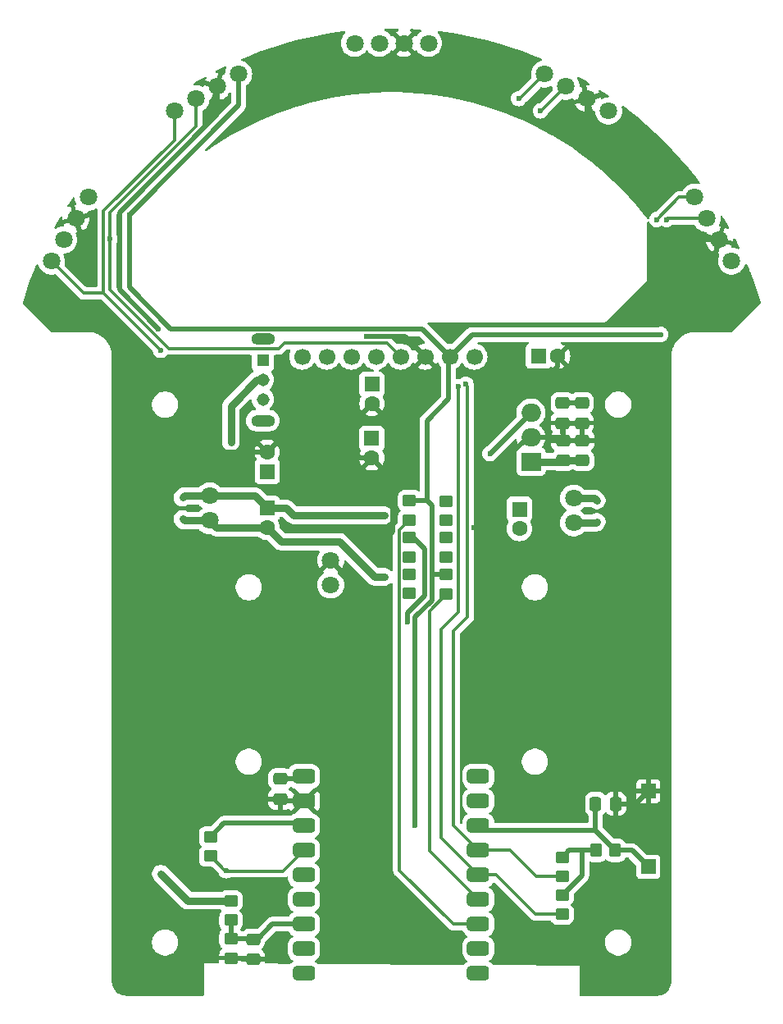
<source format=gbr>
%TF.GenerationSoftware,KiCad,Pcbnew,8.0.6*%
%TF.CreationDate,2025-03-04T23:13:55+07:00*%
%TF.ProjectId,micromouse,6d696372-6f6d-46f7-9573-652e6b696361,rev?*%
%TF.SameCoordinates,Original*%
%TF.FileFunction,Copper,L2,Bot*%
%TF.FilePolarity,Positive*%
%FSLAX46Y46*%
G04 Gerber Fmt 4.6, Leading zero omitted, Abs format (unit mm)*
G04 Created by KiCad (PCBNEW 8.0.6) date 2025-03-04 23:13:55*
%MOMM*%
%LPD*%
G01*
G04 APERTURE LIST*
G04 Aperture macros list*
%AMRoundRect*
0 Rectangle with rounded corners*
0 $1 Rounding radius*
0 $2 $3 $4 $5 $6 $7 $8 $9 X,Y pos of 4 corners*
0 Add a 4 corners polygon primitive as box body*
4,1,4,$2,$3,$4,$5,$6,$7,$8,$9,$2,$3,0*
0 Add four circle primitives for the rounded corners*
1,1,$1+$1,$2,$3*
1,1,$1+$1,$4,$5*
1,1,$1+$1,$6,$7*
1,1,$1+$1,$8,$9*
0 Add four rect primitives between the rounded corners*
20,1,$1+$1,$2,$3,$4,$5,0*
20,1,$1+$1,$4,$5,$6,$7,0*
20,1,$1+$1,$6,$7,$8,$9,0*
20,1,$1+$1,$8,$9,$2,$3,0*%
G04 Aperture macros list end*
%TA.AperFunction,ComponentPad*%
%ADD10R,1.600000X1.600000*%
%TD*%
%TA.AperFunction,ComponentPad*%
%ADD11C,1.600000*%
%TD*%
%TA.AperFunction,ComponentPad*%
%ADD12C,1.800000*%
%TD*%
%TA.AperFunction,ComponentPad*%
%ADD13C,1.700000*%
%TD*%
%TA.AperFunction,ComponentPad*%
%ADD14R,1.308000X1.308000*%
%TD*%
%TA.AperFunction,ComponentPad*%
%ADD15C,1.308000*%
%TD*%
%TA.AperFunction,ComponentPad*%
%ADD16O,2.460000X1.230000*%
%TD*%
%TA.AperFunction,ComponentPad*%
%ADD17R,2.000000X1.905000*%
%TD*%
%TA.AperFunction,ComponentPad*%
%ADD18O,2.000000X1.905000*%
%TD*%
%TA.AperFunction,SMDPad,CuDef*%
%ADD19RoundRect,0.250000X-0.450000X0.350000X-0.450000X-0.350000X0.450000X-0.350000X0.450000X0.350000X0*%
%TD*%
%TA.AperFunction,SMDPad,CuDef*%
%ADD20RoundRect,0.250000X0.450000X-0.350000X0.450000X0.350000X-0.450000X0.350000X-0.450000X-0.350000X0*%
%TD*%
%TA.AperFunction,SMDPad,CuDef*%
%ADD21RoundRect,0.250000X-0.475000X0.337500X-0.475000X-0.337500X0.475000X-0.337500X0.475000X0.337500X0*%
%TD*%
%TA.AperFunction,SMDPad,CuDef*%
%ADD22RoundRect,0.125000X-0.125000X0.125000X-0.125000X-0.125000X0.125000X-0.125000X0.125000X0.125000X0*%
%TD*%
%TA.AperFunction,SMDPad,CuDef*%
%ADD23RoundRect,0.381000X0.762000X0.381000X-0.762000X0.381000X-0.762000X-0.381000X0.762000X-0.381000X0*%
%TD*%
%TA.AperFunction,SMDPad,CuDef*%
%ADD24RoundRect,0.381000X-0.762000X-0.381000X0.762000X-0.381000X0.762000X0.381000X-0.762000X0.381000X0*%
%TD*%
%TA.AperFunction,SMDPad,CuDef*%
%ADD25RoundRect,0.250000X-0.337500X-0.475000X0.337500X-0.475000X0.337500X0.475000X-0.337500X0.475000X0*%
%TD*%
%TA.AperFunction,SMDPad,CuDef*%
%ADD26RoundRect,0.250000X0.475000X-0.337500X0.475000X0.337500X-0.475000X0.337500X-0.475000X-0.337500X0*%
%TD*%
%TA.AperFunction,SMDPad,CuDef*%
%ADD27R,1.500000X1.500000*%
%TD*%
%TA.AperFunction,SMDPad,CuDef*%
%ADD28RoundRect,0.250000X0.350000X0.450000X-0.350000X0.450000X-0.350000X-0.450000X0.350000X-0.450000X0*%
%TD*%
%TA.AperFunction,ViaPad*%
%ADD29C,0.600000*%
%TD*%
%TA.AperFunction,Conductor*%
%ADD30C,0.500000*%
%TD*%
%TA.AperFunction,Conductor*%
%ADD31C,0.300000*%
%TD*%
%TA.AperFunction,Conductor*%
%ADD32C,0.800000*%
%TD*%
G04 APERTURE END LIST*
D10*
%TO.P,C13,1*%
%TO.N,/5V*%
X143550000Y-82100000D03*
D11*
%TO.P,C13,2*%
%TO.N,GND*%
X143550000Y-84100001D03*
%TD*%
D12*
%TO.P,M1,1,+*%
%TO.N,Net-(D2-K)*%
X164400000Y-88259998D03*
%TO.P,M1,2,-*%
%TO.N,Net-(D2-A)*%
X164400000Y-90800000D03*
%TD*%
D13*
%TO.P,U10,1,VCC_IN*%
%TO.N,unconnected-(U10-VCC_IN-Pad1)*%
X154150000Y-73650000D03*
%TO.P,U10,2,3.3V*%
%TO.N,/3V3*%
X151610000Y-73650000D03*
%TO.P,U10,3,GND*%
%TO.N,GND*%
X149070001Y-73650000D03*
%TO.P,U10,4,SCL*%
%TO.N,/SCL*%
X146530000Y-73650000D03*
%TO.P,U10,5,SDA*%
%TO.N,/SDA*%
X143990000Y-73650000D03*
%TO.P,U10,6,SYNC*%
%TO.N,unconnected-(U10-SYNC-Pad6)*%
X141450000Y-73650000D03*
%TO.P,U10,7,INTA*%
%TO.N,unconnected-(U10-INTA-Pad7)*%
X138910000Y-73650000D03*
%TO.P,U10,8,DRDY*%
%TO.N,unconnected-(U10-DRDY-Pad8)*%
X136369999Y-73650000D03*
%TD*%
D14*
%TO.P,SW1,1,A*%
%TO.N,/VBAT*%
X132300000Y-74050000D03*
D15*
%TO.P,SW1,2,B*%
%TO.N,Net-(BT1-+)*%
X132300000Y-76050001D03*
%TO.P,SW1,3,C*%
%TO.N,unconnected-(SW1A-C-Pad3)*%
X132300000Y-78050002D03*
D16*
%TO.P,SW1,S1*%
%TO.N,N/C*%
X132300000Y-71850002D03*
%TO.P,SW1,S2*%
X132300000Y-80250000D03*
%TD*%
D17*
%TO.P,U2,1,IN*%
%TO.N,/VBAT*%
X160000000Y-84500000D03*
D18*
%TO.P,U2,2,GND*%
%TO.N,GND*%
X160000000Y-81960000D03*
%TO.P,U2,3,OUT*%
%TO.N,/6V*%
X160000000Y-79420001D03*
%TD*%
D10*
%TO.P,C12,1*%
%TO.N,/6V*%
X160750000Y-73600000D03*
D11*
%TO.P,C12,2*%
%TO.N,GND*%
X162750000Y-73600000D03*
%TD*%
D10*
%TO.P,C15,1*%
%TO.N,Net-(D4-K)*%
X132750000Y-89294888D03*
D11*
%TO.P,C15,2*%
%TO.N,Net-(D4-A)*%
X132750000Y-91294889D03*
%TD*%
D12*
%TO.P,U6,1,VCC*%
%TO.N,/3V3*%
X168000000Y-48300000D03*
%TO.P,U6,2,GND*%
%TO.N,GND*%
X165800295Y-47030000D03*
%TO.P,U6,3,SCL*%
%TO.N,/SCL*%
X163600591Y-45760000D03*
%TO.P,U6,4,SDA*%
%TO.N,/SDA*%
X161400886Y-44490000D03*
%TD*%
D10*
%TO.P,C5,1*%
%TO.N,/VBAT*%
X143575000Y-76500000D03*
D11*
%TO.P,C5,2*%
%TO.N,GND*%
X143575000Y-78500001D03*
%TD*%
D12*
%TO.P,BT1,1,+*%
%TO.N,Net-(BT1-+)*%
X139300000Y-97200000D03*
%TO.P,BT1,2,-*%
%TO.N,GND*%
X139300000Y-94659998D03*
%TD*%
%TO.P,U7,1,VCC*%
%TO.N,/3V3*%
X114278205Y-57200444D03*
%TO.P,U7,2,GND*%
%TO.N,GND*%
X113008205Y-59400149D03*
%TO.P,U7,3,SCL*%
%TO.N,/SCL*%
X111738205Y-61599853D03*
%TO.P,U7,4,SDA*%
%TO.N,/SDA*%
X110468205Y-63799558D03*
%TD*%
%TO.P,U9,1,VCC*%
%TO.N,/3V3*%
X129799557Y-44500000D03*
%TO.P,U9,2,GND*%
%TO.N,GND*%
X127599852Y-45770000D03*
%TO.P,U9,3,SCL*%
%TO.N,/SCL*%
X125400149Y-47040000D03*
%TO.P,U9,4,SDA*%
%TO.N,/SDA*%
X123200443Y-48310000D03*
%TD*%
%TO.P,U5,1,VCC*%
%TO.N,/3V3*%
X180700000Y-63800000D03*
%TO.P,U5,2,GND*%
%TO.N,GND*%
X179430000Y-61600295D03*
%TO.P,U5,3,SCL*%
%TO.N,/SCL*%
X178160000Y-59400591D03*
%TO.P,U5,4,SDA*%
%TO.N,/SDA*%
X176890000Y-57200886D03*
%TD*%
D10*
%TO.P,C6,1*%
%TO.N,/VBAT*%
X132750000Y-85500001D03*
D11*
%TO.P,C6,2*%
%TO.N,GND*%
X132750000Y-83500000D03*
%TD*%
D12*
%TO.P,M2,1,+*%
%TO.N,Net-(D4-K)*%
X126800000Y-88029999D03*
%TO.P,M2,2,-*%
%TO.N,Net-(D4-A)*%
X126800000Y-90570001D03*
%TD*%
D10*
%TO.P,C14,1*%
%TO.N,Net-(D2-K)*%
X158800000Y-89399999D03*
D11*
%TO.P,C14,2*%
%TO.N,Net-(D2-A)*%
X158800000Y-91400000D03*
%TD*%
D12*
%TO.P,U8,1,VCC*%
%TO.N,/3V3*%
X149400000Y-41300000D03*
%TO.P,U8,2,GND*%
%TO.N,GND*%
X146860000Y-41300000D03*
%TO.P,U8,3,SCL*%
%TO.N,/SCL*%
X144320001Y-41300000D03*
%TO.P,U8,4,SDA*%
%TO.N,/SDA*%
X141780000Y-41300000D03*
%TD*%
D19*
%TO.P,R13,1*%
%TO.N,/3V3*%
X163200000Y-129200000D03*
%TO.P,R13,2*%
%TO.N,/SDA*%
X163200000Y-131200000D03*
%TD*%
D20*
%TO.P,R6,1*%
%TO.N,/RGB*%
X126900000Y-125200000D03*
%TO.P,R6,2*%
%TO.N,/3V3*%
X126900000Y-123200000D03*
%TD*%
D19*
%TO.P,R12,1*%
%TO.N,/3V3*%
X163200000Y-125300000D03*
%TO.P,R12,2*%
%TO.N,/SCL*%
X163200000Y-127300000D03*
%TD*%
%TO.P,R11,1*%
%TO.N,GND*%
X151250000Y-92350000D03*
%TO.P,R11,2*%
%TO.N,Net-(U4-IN3)*%
X151250000Y-94350000D03*
%TD*%
D21*
%TO.P,C7,1*%
%TO.N,/5V*%
X134100000Y-117225000D03*
%TO.P,C7,2*%
%TO.N,GND*%
X134100000Y-119300000D03*
%TD*%
%TO.P,C16,1*%
%TO.N,/BAT_ADC*%
X131300000Y-133762500D03*
%TO.P,C16,2*%
%TO.N,GND*%
X131300000Y-135837500D03*
%TD*%
D20*
%TO.P,R3,1*%
%TO.N,GND*%
X129000000Y-135700000D03*
%TO.P,R3,2*%
%TO.N,/BAT_ADC*%
X129000000Y-133700000D03*
%TD*%
%TO.P,R7,1*%
%TO.N,/PWM_A*%
X147450000Y-90500000D03*
%TO.P,R7,2*%
%TO.N,/3V3*%
X147450000Y-88500000D03*
%TD*%
%TO.P,R2,1*%
%TO.N,/BAT_ADC*%
X129000000Y-131800000D03*
%TO.P,R2,2*%
%TO.N,/VBAT*%
X129000000Y-129800000D03*
%TD*%
%TO.P,R10,1*%
%TO.N,/PWM_B*%
X151250000Y-98150000D03*
%TO.P,R10,2*%
%TO.N,/3V3*%
X151250000Y-96150000D03*
%TD*%
D22*
%TO.P,D2,1,K*%
%TO.N,Net-(D2-K)*%
X166800000Y-88500000D03*
%TO.P,D2,2,A*%
%TO.N,Net-(D2-A)*%
X166800000Y-90699998D03*
%TD*%
%TO.P,D4,1,K*%
%TO.N,Net-(D4-K)*%
X124000000Y-88200002D03*
%TO.P,D4,2,A*%
%TO.N,Net-(D4-A)*%
X124000000Y-90400000D03*
%TD*%
D21*
%TO.P,C10,1*%
%TO.N,/6V*%
X163249997Y-78425000D03*
%TO.P,C10,2*%
%TO.N,GND*%
X163249997Y-80500000D03*
%TD*%
D19*
%TO.P,R8,1*%
%TO.N,GND*%
X147450000Y-96100000D03*
%TO.P,R8,2*%
%TO.N,Net-(U4-IN2)*%
X147450000Y-98100000D03*
%TD*%
%TO.P,R5,1*%
%TO.N,/5V*%
X151250000Y-88550000D03*
%TO.P,R5,2*%
%TO.N,Net-(U4-IN4)*%
X151250000Y-90550000D03*
%TD*%
D23*
%TO.P,U1,1,TX*%
%TO.N,unconnected-(U1-TX-Pad1)*%
X154550000Y-116975000D03*
%TO.P,U1,2,RX*%
%TO.N,unconnected-(U1-RX-Pad2)*%
X154550000Y-119515000D03*
%TO.P,U1,3,IO1*%
%TO.N,/BUTTON*%
X154550000Y-122055000D03*
%TO.P,U1,4,IO2*%
%TO.N,/SCL*%
X154550000Y-124595000D03*
%TO.P,U1,5,IO3*%
%TO.N,/SDA*%
X154550000Y-127135000D03*
%TO.P,U1,6,IO4*%
%TO.N,/PWM_B*%
X154550000Y-129675000D03*
%TO.P,U1,7,IO5*%
%TO.N,/PWM_A*%
X154550000Y-132215000D03*
%TO.P,U1,8,IO6*%
%TO.N,unconnected-(U1-IO6-Pad8)*%
X154550000Y-134755000D03*
%TO.P,U1,9,IO7*%
%TO.N,unconnected-(U1-IO7-Pad9)*%
X154550000Y-137295000D03*
D24*
%TO.P,U1,10,IO8*%
%TO.N,unconnected-(U1-IO8-Pad10)*%
X136550000Y-137295000D03*
%TO.P,U1,11,IO9*%
%TO.N,unconnected-(U1-IO9-Pad11)*%
X136550000Y-134755000D03*
%TO.P,U1,12,IO10*%
%TO.N,/BAT_ADC*%
X136550000Y-132215000D03*
%TO.P,U1,13,IO11*%
%TO.N,unconnected-(U1-IO11-Pad13)*%
X136550000Y-129675000D03*
%TO.P,U1,14,IO12*%
%TO.N,unconnected-(U1-IO12-Pad14)*%
X136550000Y-127135000D03*
%TO.P,U1,15,IO13*%
%TO.N,/RGB*%
X136550000Y-124595000D03*
%TO.P,U1,16,3V3*%
%TO.N,/3V3*%
X136550000Y-122055000D03*
%TO.P,U1,17,GND*%
%TO.N,GND*%
X136550000Y-119515000D03*
%TO.P,U1,18,5V*%
%TO.N,/5V*%
X136550000Y-116975000D03*
%TD*%
D21*
%TO.P,C8,1*%
%TO.N,/6V*%
X165250000Y-78425000D03*
%TO.P,C8,2*%
%TO.N,GND*%
X165250000Y-80500000D03*
%TD*%
D25*
%TO.P,C17,1*%
%TO.N,/BUTTON*%
X166662500Y-119800000D03*
%TO.P,C17,2*%
%TO.N,GND*%
X168737500Y-119800000D03*
%TD*%
D19*
%TO.P,R4,1*%
%TO.N,/5V*%
X147450000Y-92300000D03*
%TO.P,R4,2*%
%TO.N,Net-(U4-IN1)*%
X147450000Y-94300000D03*
%TD*%
D26*
%TO.P,C4,1*%
%TO.N,/VBAT*%
X165300000Y-84375000D03*
%TO.P,C4,2*%
%TO.N,GND*%
X165300000Y-82300000D03*
%TD*%
%TO.P,C2,1*%
%TO.N,/VBAT*%
X163300000Y-84375000D03*
%TO.P,C2,2*%
%TO.N,GND*%
X163300000Y-82300000D03*
%TD*%
D27*
%TO.P,SW2,1,1*%
%TO.N,/BUTTON*%
X172100000Y-126300000D03*
%TO.P,SW2,2,2*%
%TO.N,GND*%
X172100000Y-118500002D03*
%TD*%
D28*
%TO.P,R9,1*%
%TO.N,/BUTTON*%
X168700000Y-124600000D03*
%TO.P,R9,2*%
%TO.N,/3V3*%
X166700000Y-124600000D03*
%TD*%
D29*
%TO.N,GND*%
X143250000Y-119515000D03*
X144900000Y-92565000D03*
X134100000Y-119300000D03*
X147450000Y-96100000D03*
X129000000Y-135700000D03*
X168737500Y-119800000D03*
X165750000Y-49750000D03*
X143250000Y-100250000D03*
X128100000Y-75550002D03*
X140300000Y-82037500D03*
X151250000Y-92350000D03*
X143000000Y-71535002D03*
X121535002Y-70785002D03*
X175000000Y-61500000D03*
X117500000Y-59500000D03*
X136550000Y-119515000D03*
X154100000Y-91295000D03*
%TO.N,/VBAT*%
X121750000Y-127000000D03*
%TO.N,/5V*%
X147250000Y-101000000D03*
X136550000Y-116975000D03*
X147450000Y-92300000D03*
X151250000Y-88550000D03*
%TO.N,/6V*%
X163249997Y-78425000D03*
X155750000Y-83670001D03*
%TO.N,/RGB*%
X128500000Y-126700000D03*
%TO.N,/3V3*%
X136550000Y-122055000D03*
X128500000Y-121800000D03*
X163200000Y-125300000D03*
X148000000Y-122055000D03*
X173382057Y-71367943D03*
X118500000Y-59000000D03*
%TO.N,Net-(D4-K)*%
X144900000Y-90025000D03*
%TO.N,Net-(D4-A)*%
X144900000Y-96375000D03*
%TO.N,Net-(U4-IN1)*%
X147450000Y-94300000D03*
%TO.N,Net-(U4-IN4)*%
X151250000Y-90550000D03*
%TO.N,/PWM_A*%
X147450000Y-90500000D03*
%TO.N,Net-(U4-IN2)*%
X147450000Y-98100000D03*
%TO.N,/PWM_B*%
X151250000Y-98150000D03*
%TO.N,/SCL*%
X174000000Y-59500000D03*
X160969669Y-48280331D03*
X116500000Y-61500000D03*
X153258949Y-76497017D03*
%TO.N,/SDA*%
X152500000Y-76750000D03*
X173000000Y-59500000D03*
X121750000Y-73000000D03*
X158726679Y-47023321D03*
%TO.N,Net-(BT1-+)*%
X129000000Y-82500000D03*
%TO.N,Net-(U4-IN3)*%
X151250000Y-94350000D03*
%TD*%
D30*
%TO.N,GND*%
X136517500Y-119482500D02*
X136550000Y-119515000D01*
X163300000Y-80550003D02*
X163249997Y-80500000D01*
X147450000Y-96100000D02*
X147500000Y-96100000D01*
X155205000Y-91295000D02*
X156750000Y-89750000D01*
X159687500Y-81960000D02*
X160000000Y-81960000D01*
X141250000Y-96609998D02*
X139300000Y-94659998D01*
X165800295Y-47030000D02*
X165800295Y-49699705D01*
X163300000Y-82300000D02*
X163300000Y-80550003D01*
X141250000Y-98750000D02*
X141250000Y-96609998D01*
X145750000Y-86300001D02*
X145750000Y-91715000D01*
X142750000Y-100250000D02*
X141250000Y-98750000D01*
X128100000Y-75550002D02*
X126250000Y-77400002D01*
X149070001Y-73650000D02*
X146955003Y-71535002D01*
X162750000Y-74731370D02*
X161750000Y-75731370D01*
X131162500Y-135700000D02*
X131300000Y-135837500D01*
X142362501Y-84100001D02*
X140300000Y-82037500D01*
X162960000Y-81960000D02*
X163300000Y-82300000D01*
X146955003Y-71535002D02*
X143000000Y-71535002D01*
D31*
X165800295Y-49699705D02*
X165750000Y-49750000D01*
D30*
X143550000Y-84100001D02*
X142362501Y-84100001D01*
X168737500Y-119800000D02*
X170800002Y-119800000D01*
X134315000Y-119515000D02*
X134100000Y-119300000D01*
X143550000Y-84100001D02*
X145750000Y-86300001D01*
X162750000Y-73600000D02*
X162750000Y-74731370D01*
X163249997Y-80500000D02*
X165250000Y-80500000D01*
X127599852Y-48650148D02*
X127599852Y-45770000D01*
X179430000Y-61600295D02*
X175100295Y-61600295D01*
X163300000Y-82300000D02*
X165300000Y-82300000D01*
X156750000Y-84897500D02*
X159687500Y-81960000D01*
X129000000Y-135700000D02*
X131162500Y-135700000D01*
X117500000Y-59500000D02*
X117500000Y-58750000D01*
X126250000Y-77400002D02*
X126250000Y-81750000D01*
X117500000Y-58750000D02*
X127599852Y-48650148D01*
X160000000Y-81960000D02*
X161750000Y-81960000D01*
X156750000Y-89750000D02*
X156750000Y-84897500D01*
X175100295Y-61600295D02*
X175000000Y-61500000D01*
X143250000Y-100250000D02*
X143250000Y-119515000D01*
X163300000Y-80575000D02*
X163325000Y-80575000D01*
X136335000Y-119300000D02*
X136517500Y-119482500D01*
X143250000Y-100250000D02*
X142750000Y-100250000D01*
X145750000Y-91715000D02*
X144900000Y-92565000D01*
X136550000Y-119515000D02*
X134315000Y-119515000D01*
X117500000Y-66750000D02*
X117500000Y-59500000D01*
X170800002Y-119800000D02*
X172100000Y-118500002D01*
X161750000Y-81960000D02*
X162960000Y-81960000D01*
X126250000Y-81750000D02*
X128000000Y-83500000D01*
X121535002Y-70785002D02*
X117500000Y-66750000D01*
X154100000Y-91295000D02*
X155205000Y-91295000D01*
X128000000Y-83500000D02*
X132750000Y-83500000D01*
X161750000Y-75731370D02*
X161750000Y-81960000D01*
X165250000Y-82250000D02*
X165300000Y-82300000D01*
D32*
%TO.N,/VBAT*%
X129000000Y-129800000D02*
X124550000Y-129800000D01*
X124550000Y-129800000D02*
X121750000Y-127000000D01*
X163175000Y-84500000D02*
X163300000Y-84375000D01*
X160000000Y-84500000D02*
X163175000Y-84500000D01*
X163300000Y-84375000D02*
X165300000Y-84375000D01*
D30*
%TO.N,/5V*%
X149000000Y-93500000D02*
X147800000Y-92300000D01*
X147250000Y-100096878D02*
X149000000Y-98346878D01*
X136300000Y-117225000D02*
X136550000Y-116975000D01*
X147800000Y-92300000D02*
X147450000Y-92300000D01*
D31*
X151200000Y-88550000D02*
X151250000Y-88550000D01*
D30*
X134100000Y-117225000D02*
X136300000Y-117225000D01*
X147250000Y-101000000D02*
X147250000Y-100096878D01*
X149000000Y-98346878D02*
X149000000Y-93500000D01*
%TO.N,/6V*%
X165250000Y-78425000D02*
X163249997Y-78425000D01*
X160000000Y-79500000D02*
X160000000Y-79420001D01*
X155750000Y-83670001D02*
X160000000Y-79420001D01*
%TO.N,/BUTTON*%
X154995000Y-122500000D02*
X166600000Y-122500000D01*
X166600000Y-122500000D02*
X166662500Y-122562500D01*
X170400000Y-124600000D02*
X172100000Y-126300000D01*
X166662500Y-122562500D02*
X168700000Y-124600000D01*
X168700000Y-124600000D02*
X170400000Y-124600000D01*
X166662500Y-119800000D02*
X166662500Y-122562500D01*
X154550000Y-122055000D02*
X154995000Y-122500000D01*
D32*
%TO.N,Net-(D2-K)*%
X164400000Y-88259998D02*
X166559998Y-88259998D01*
X166559998Y-88259998D02*
X166800000Y-88500000D01*
%TO.N,Net-(D2-A)*%
X166699998Y-90800000D02*
X166800000Y-90699998D01*
X164400000Y-90800000D02*
X166699998Y-90800000D01*
D31*
%TO.N,/RGB*%
X135944999Y-125200000D02*
X136549999Y-124595000D01*
X128550000Y-126750000D02*
X128500000Y-126700000D01*
X128500000Y-126700000D02*
X128400000Y-126700000D01*
X134394999Y-126750000D02*
X128550000Y-126750000D01*
X136549999Y-124595000D02*
X134394999Y-126750000D01*
X128400000Y-126700000D02*
X126900000Y-125200000D01*
D30*
%TO.N,/3V3*%
X151610000Y-73650000D02*
X148745002Y-70785002D01*
X128500000Y-121800000D02*
X136295000Y-121800000D01*
X128300000Y-121800000D02*
X126900000Y-123200000D01*
X163900000Y-124600000D02*
X165250000Y-124600000D01*
X165250000Y-127150000D02*
X165250000Y-124600000D01*
X149750000Y-98801472D02*
X149750000Y-96000000D01*
X147450000Y-88500000D02*
X149250000Y-88500000D01*
X163200000Y-125300000D02*
X163900000Y-124600000D01*
X129799557Y-47700443D02*
X129799557Y-44500000D01*
X149750000Y-96000000D02*
X149900000Y-96150000D01*
X149250000Y-88500000D02*
X149250000Y-80250000D01*
X163200000Y-129200000D02*
X165250000Y-127150000D01*
X136295000Y-121800000D02*
X136550000Y-122055000D01*
X151500000Y-73760000D02*
X151610000Y-73650000D01*
X173382057Y-71367943D02*
X153892057Y-71367943D01*
X151500000Y-78000000D02*
X151500000Y-73760000D01*
X149400000Y-41400000D02*
X149400000Y-41300000D01*
X118500000Y-59000000D02*
X129799557Y-47700443D01*
X149250000Y-80250000D02*
X151500000Y-78000000D01*
X153892057Y-71367943D02*
X151610000Y-73650000D01*
X148000000Y-100551472D02*
X149750000Y-98801472D01*
X149750000Y-89000000D02*
X149250000Y-88500000D01*
X122785002Y-70785002D02*
X118500000Y-66500000D01*
X165250000Y-124600000D02*
X166700000Y-124600000D01*
X118500000Y-66500000D02*
X118500000Y-59000000D01*
X149900000Y-96150000D02*
X151250000Y-96150000D01*
X128500000Y-121800000D02*
X128300000Y-121800000D01*
X149750000Y-96000000D02*
X149750000Y-89000000D01*
X148745002Y-70785002D02*
X122785002Y-70785002D01*
X148000000Y-122055000D02*
X148000000Y-100551472D01*
D32*
%TO.N,Net-(D4-K)*%
X132750000Y-89294888D02*
X134732388Y-89294888D01*
D30*
X126629997Y-88200002D02*
X126800000Y-88029999D01*
D32*
X131485111Y-88029999D02*
X132750000Y-89294888D01*
X126800000Y-88029999D02*
X131485111Y-88029999D01*
X124170003Y-88029999D02*
X124000000Y-88200002D01*
X134732388Y-89294888D02*
X135462500Y-90025000D01*
X126800000Y-88029999D02*
X124170003Y-88029999D01*
X144900000Y-90025000D02*
X135462500Y-90025000D01*
%TO.N,Net-(D4-A)*%
X144900000Y-96375000D02*
X143875000Y-96375000D01*
X140250000Y-92750000D02*
X134205111Y-92750000D01*
X126800000Y-90570001D02*
X127524888Y-91294889D01*
X126629999Y-90400000D02*
X126800000Y-90570001D01*
X127524888Y-91294889D02*
X132750000Y-91294889D01*
X134205111Y-92750000D02*
X132750000Y-91294889D01*
X124170001Y-90570001D02*
X124000000Y-90400000D01*
X126800000Y-90570001D02*
X124170001Y-90570001D01*
X143875000Y-96375000D02*
X140250000Y-92750000D01*
D30*
%TO.N,/BAT_ADC*%
X133285000Y-132215000D02*
X136550000Y-132215000D01*
X131237500Y-133700000D02*
X131300000Y-133762500D01*
X131737500Y-133762500D02*
X133285000Y-132215000D01*
X129000000Y-131800000D02*
X129000000Y-133700000D01*
X131300000Y-133762500D02*
X131737500Y-133762500D01*
X129000000Y-133700000D02*
X131237500Y-133700000D01*
D31*
%TO.N,/PWM_A*%
X146400000Y-91550000D02*
X147450000Y-90500000D01*
X151965000Y-132215000D02*
X146400000Y-126650000D01*
X146400000Y-126650000D02*
X146400000Y-91550000D01*
X154550000Y-132215000D02*
X151965000Y-132215000D01*
%TO.N,/PWM_B*%
X149500000Y-99900000D02*
X151250000Y-98150000D01*
X154550000Y-129675000D02*
X149500000Y-124625000D01*
X149500000Y-124625000D02*
X149500000Y-99900000D01*
%TO.N,/SCL*%
X157845001Y-124595001D02*
X160550000Y-127300000D01*
X160550000Y-127300000D02*
X163200000Y-127300000D01*
X116500000Y-58750000D02*
X125400149Y-49849851D01*
X154550000Y-124595001D02*
X157845001Y-124595001D01*
X174099409Y-59400591D02*
X174000000Y-59500000D01*
X153450000Y-79450000D02*
X153450000Y-76688068D01*
X134500000Y-72250000D02*
X133934998Y-72815002D01*
X152000000Y-122045001D02*
X154550000Y-124595001D01*
X145130000Y-72250000D02*
X134500000Y-72250000D01*
X116500000Y-66750000D02*
X116500000Y-61500000D01*
X153450000Y-79450000D02*
X153450000Y-100550000D01*
X153450000Y-76688068D02*
X153258949Y-76497017D01*
X125400149Y-49849851D02*
X125400149Y-47040000D01*
X152000000Y-102000000D02*
X152000000Y-122045001D01*
X153450000Y-100550000D02*
X152000000Y-102000000D01*
X122565002Y-72815002D02*
X116500000Y-66750000D01*
X116500000Y-61500000D02*
X116500000Y-58750000D01*
X178160000Y-59400591D02*
X174099409Y-59400591D01*
X163600591Y-45760000D02*
X161080260Y-48280331D01*
X146530000Y-73650000D02*
X145130000Y-72250000D01*
X161080260Y-48280331D02*
X160969669Y-48280331D01*
X133934998Y-72815002D02*
X122565002Y-72815002D01*
%TO.N,/SDA*%
X175299114Y-57200886D02*
X173000000Y-59500000D01*
X113768647Y-67100000D02*
X115850000Y-67100000D01*
X161400886Y-44490000D02*
X158867565Y-47023321D01*
X176890000Y-57200886D02*
X175299114Y-57200886D01*
X150750000Y-123335000D02*
X154550000Y-127135000D01*
X110468205Y-63799558D02*
X113768647Y-67100000D01*
X123200443Y-51299557D02*
X123200443Y-48310000D01*
X115850000Y-67100000D02*
X115850000Y-58650000D01*
X152500000Y-79750000D02*
X152500000Y-76750000D01*
X154550000Y-127135000D02*
X156385000Y-127135000D01*
X121750000Y-73000000D02*
X115850000Y-67100000D01*
X150750000Y-101750000D02*
X150750000Y-123335000D01*
X156385000Y-127135000D02*
X160450000Y-131200000D01*
X160450000Y-131200000D02*
X163200000Y-131200000D01*
X152500000Y-100000000D02*
X150750000Y-101750000D01*
X115850000Y-58650000D02*
X123200443Y-51299557D01*
X158867565Y-47023321D02*
X158726679Y-47023321D01*
X152500000Y-79750000D02*
X152500000Y-100000000D01*
D32*
%TO.N,Net-(BT1-+)*%
X129000000Y-78750000D02*
X131699999Y-76050001D01*
X131699999Y-76050001D02*
X132300000Y-76050001D01*
X129000000Y-82500000D02*
X129000000Y-78750000D01*
%TD*%
%TA.AperFunction,Conductor*%
%TO.N,GND*%
G36*
X109070126Y-64131872D02*
G01*
X109117673Y-64183068D01*
X109126926Y-64207994D01*
X109139046Y-64255855D01*
X109232280Y-64468406D01*
X109359221Y-64662705D01*
X109359224Y-64662709D01*
X109359226Y-64662711D01*
X109516421Y-64833471D01*
X109516424Y-64833473D01*
X109516427Y-64833476D01*
X109699570Y-64976022D01*
X109699576Y-64976026D01*
X109699579Y-64976028D01*
X109903702Y-65086494D01*
X110017692Y-65125626D01*
X110123220Y-65161855D01*
X110123222Y-65161855D01*
X110123224Y-65161856D01*
X110352156Y-65200058D01*
X110352157Y-65200058D01*
X110584253Y-65200058D01*
X110584254Y-65200058D01*
X110813186Y-65161856D01*
X110818149Y-65160599D01*
X110818462Y-65161838D01*
X110882237Y-65158948D01*
X110940405Y-65191704D01*
X113353972Y-67605272D01*
X113353973Y-67605273D01*
X113353976Y-67605275D01*
X113353978Y-67605277D01*
X113460520Y-67676465D01*
X113578903Y-67725501D01*
X113578907Y-67725501D01*
X113578908Y-67725502D01*
X113704575Y-67750500D01*
X113704578Y-67750500D01*
X115529192Y-67750500D01*
X115596231Y-67770185D01*
X115616873Y-67786819D01*
X120928277Y-73098223D01*
X120961762Y-73159546D01*
X120963815Y-73172012D01*
X120964630Y-73179246D01*
X120964632Y-73179255D01*
X121024210Y-73349521D01*
X121081378Y-73440503D01*
X121120184Y-73502262D01*
X121247738Y-73629816D01*
X121400478Y-73725789D01*
X121570745Y-73785368D01*
X121570750Y-73785369D01*
X121749996Y-73805565D01*
X121750000Y-73805565D01*
X121750004Y-73805565D01*
X121929249Y-73785369D01*
X121929252Y-73785368D01*
X121929255Y-73785368D01*
X122099522Y-73725789D01*
X122252262Y-73629816D01*
X122379816Y-73502262D01*
X122379816Y-73502261D01*
X122383705Y-73498373D01*
X122445028Y-73464888D01*
X122495579Y-73464437D01*
X122500933Y-73465502D01*
X131021500Y-73465502D01*
X131088539Y-73485187D01*
X131134294Y-73537991D01*
X131145500Y-73589502D01*
X131145500Y-74751870D01*
X131145501Y-74751876D01*
X131151908Y-74811483D01*
X131202202Y-74946328D01*
X131202206Y-74946335D01*
X131288452Y-75061544D01*
X131289767Y-75062859D01*
X131290657Y-75064490D01*
X131293768Y-75068645D01*
X131293170Y-75069092D01*
X131323252Y-75124182D01*
X131318268Y-75193874D01*
X131276396Y-75249807D01*
X131270983Y-75253637D01*
X131248161Y-75268887D01*
X131185039Y-75311064D01*
X131185038Y-75311065D01*
X131125960Y-75350538D01*
X128300540Y-78175958D01*
X128300534Y-78175965D01*
X128271839Y-78218912D01*
X128271839Y-78218913D01*
X128201985Y-78323455D01*
X128168046Y-78405393D01*
X128134106Y-78487330D01*
X128134103Y-78487342D01*
X128106913Y-78624038D01*
X128099500Y-78661304D01*
X128099500Y-82588695D01*
X128134103Y-82762658D01*
X128134106Y-82762667D01*
X128201983Y-82926540D01*
X128201990Y-82926553D01*
X128300535Y-83074034D01*
X128300538Y-83074038D01*
X128425961Y-83199461D01*
X128425965Y-83199464D01*
X128573446Y-83298009D01*
X128573459Y-83298016D01*
X128683984Y-83343796D01*
X128737334Y-83365894D01*
X128737336Y-83365894D01*
X128737341Y-83365896D01*
X128911304Y-83400499D01*
X128911307Y-83400500D01*
X128911309Y-83400500D01*
X129088693Y-83400500D01*
X129088694Y-83400499D01*
X129146682Y-83388964D01*
X129262658Y-83365896D01*
X129262661Y-83365894D01*
X129262666Y-83365894D01*
X129426547Y-83298013D01*
X129574035Y-83199464D01*
X129699464Y-83074035D01*
X129798013Y-82926547D01*
X129801753Y-82917519D01*
X129830748Y-82847516D01*
X129865894Y-82762666D01*
X129874127Y-82721279D01*
X129900499Y-82588695D01*
X129900500Y-82588693D01*
X129900500Y-79174361D01*
X129920185Y-79107322D01*
X129936814Y-79086685D01*
X130939607Y-78083891D01*
X131000930Y-78050407D01*
X131070622Y-78055391D01*
X131126555Y-78097263D01*
X131150759Y-78160131D01*
X131160296Y-78263050D01*
X131160296Y-78263052D01*
X131218846Y-78468837D01*
X131218849Y-78468843D01*
X131234365Y-78500003D01*
X131314219Y-78660372D01*
X131443159Y-78831116D01*
X131558891Y-78936620D01*
X131595171Y-78996328D01*
X131593411Y-79066176D01*
X131554168Y-79123984D01*
X131494751Y-79150728D01*
X131423783Y-79161968D01*
X131423782Y-79161968D01*
X131256799Y-79216224D01*
X131256796Y-79216225D01*
X131100350Y-79295939D01*
X130958299Y-79399146D01*
X130834146Y-79523299D01*
X130730939Y-79665350D01*
X130651225Y-79821796D01*
X130651224Y-79821799D01*
X130596968Y-79988782D01*
X130596968Y-79988785D01*
X130569500Y-80162209D01*
X130569500Y-80337790D01*
X130596968Y-80511214D01*
X130596968Y-80511217D01*
X130651224Y-80678200D01*
X130651225Y-80678203D01*
X130713030Y-80799500D01*
X130730939Y-80834649D01*
X130834145Y-80976699D01*
X130958301Y-81100855D01*
X131100351Y-81204061D01*
X131177083Y-81243157D01*
X131256796Y-81283774D01*
X131256799Y-81283775D01*
X131398156Y-81329704D01*
X131423787Y-81338032D01*
X131597208Y-81365500D01*
X131597209Y-81365500D01*
X133002791Y-81365500D01*
X133002792Y-81365500D01*
X133176213Y-81338032D01*
X133176216Y-81338031D01*
X133176217Y-81338031D01*
X133343200Y-81283775D01*
X133343203Y-81283774D01*
X133368544Y-81270862D01*
X133499649Y-81204061D01*
X133641699Y-81100855D01*
X133765855Y-80976699D01*
X133869061Y-80834649D01*
X133948774Y-80678203D01*
X133986899Y-80560867D01*
X134003031Y-80511217D01*
X134003031Y-80511216D01*
X134003032Y-80511213D01*
X134030500Y-80337792D01*
X134030500Y-80162208D01*
X134003032Y-79988787D01*
X134003031Y-79988783D01*
X134003031Y-79988782D01*
X133948775Y-79821799D01*
X133948774Y-79821796D01*
X133869060Y-79665350D01*
X133843452Y-79630104D01*
X133765855Y-79523301D01*
X133641699Y-79399145D01*
X133499649Y-79295939D01*
X133343203Y-79216225D01*
X133343200Y-79216224D01*
X133176215Y-79161968D01*
X133105249Y-79150728D01*
X133042114Y-79120799D01*
X133005183Y-79061487D01*
X133006181Y-78991624D01*
X133041107Y-78936620D01*
X133156841Y-78831116D01*
X133285781Y-78660372D01*
X133381151Y-78468842D01*
X133381151Y-78468839D01*
X133381153Y-78468837D01*
X133425857Y-78311717D01*
X133439704Y-78263050D01*
X133459446Y-78050002D01*
X133439704Y-77836954D01*
X133420131Y-77768163D01*
X133381153Y-77631166D01*
X133381150Y-77631160D01*
X133350641Y-77569890D01*
X133285781Y-77439632D01*
X133156841Y-77268888D01*
X133017254Y-77141638D01*
X132980972Y-77081927D01*
X132982733Y-77012080D01*
X133017251Y-76958367D01*
X133156841Y-76831115D01*
X133285781Y-76660371D01*
X133381151Y-76468841D01*
X133381151Y-76468838D01*
X133381153Y-76468836D01*
X133439703Y-76263051D01*
X133439704Y-76263048D01*
X133459446Y-76050001D01*
X133459446Y-76050000D01*
X133439704Y-75836953D01*
X133439703Y-75836950D01*
X133381153Y-75631165D01*
X133381150Y-75631159D01*
X133361908Y-75592516D01*
X133285781Y-75439631D01*
X133187724Y-75309783D01*
X133163033Y-75244423D01*
X133177598Y-75176088D01*
X133212366Y-75135791D01*
X133311546Y-75061546D01*
X133397796Y-74946331D01*
X133448091Y-74811483D01*
X133454500Y-74751873D01*
X133454499Y-73589501D01*
X133474184Y-73522463D01*
X133526987Y-73476708D01*
X133578499Y-73465502D01*
X133999069Y-73465502D01*
X134099088Y-73445606D01*
X134124742Y-73440503D01*
X134243125Y-73391467D01*
X134349667Y-73320279D01*
X134733127Y-72936819D01*
X134794450Y-72903334D01*
X134820808Y-72900500D01*
X135034744Y-72900500D01*
X135101783Y-72920185D01*
X135147538Y-72972989D01*
X135157482Y-73042147D01*
X135147127Y-73076901D01*
X135137185Y-73098223D01*
X135096096Y-73186335D01*
X135096093Y-73186344D01*
X135034937Y-73414586D01*
X135034935Y-73414596D01*
X135014340Y-73649999D01*
X135014340Y-73650000D01*
X135034935Y-73885403D01*
X135034937Y-73885413D01*
X135096093Y-74113655D01*
X135096095Y-74113659D01*
X135096096Y-74113663D01*
X135160827Y-74252478D01*
X135195964Y-74327830D01*
X135195966Y-74327834D01*
X135254461Y-74411373D01*
X135331504Y-74521401D01*
X135498598Y-74688495D01*
X135584234Y-74748458D01*
X135692164Y-74824032D01*
X135692166Y-74824033D01*
X135692169Y-74824035D01*
X135906336Y-74923903D01*
X136134591Y-74985063D01*
X136322917Y-75001539D01*
X136369998Y-75005659D01*
X136369999Y-75005659D01*
X136370000Y-75005659D01*
X136409233Y-75002226D01*
X136605407Y-74985063D01*
X136833662Y-74923903D01*
X137047829Y-74824035D01*
X137241400Y-74688495D01*
X137408494Y-74521401D01*
X137538425Y-74335839D01*
X137593001Y-74292216D01*
X137662499Y-74285022D01*
X137724854Y-74316545D01*
X137741572Y-74335838D01*
X137871505Y-74521401D01*
X138038599Y-74688495D01*
X138124235Y-74748458D01*
X138232165Y-74824032D01*
X138232167Y-74824033D01*
X138232170Y-74824035D01*
X138446337Y-74923903D01*
X138674592Y-74985063D01*
X138862918Y-75001539D01*
X138909999Y-75005659D01*
X138910000Y-75005659D01*
X138910001Y-75005659D01*
X138949234Y-75002226D01*
X139145408Y-74985063D01*
X139373663Y-74923903D01*
X139587830Y-74824035D01*
X139781401Y-74688495D01*
X139948495Y-74521401D01*
X140078426Y-74335841D01*
X140133002Y-74292217D01*
X140202500Y-74285023D01*
X140264855Y-74316546D01*
X140281575Y-74335842D01*
X140411500Y-74521395D01*
X140411505Y-74521401D01*
X140578599Y-74688495D01*
X140664235Y-74748458D01*
X140772165Y-74824032D01*
X140772167Y-74824033D01*
X140772170Y-74824035D01*
X140986337Y-74923903D01*
X141214592Y-74985063D01*
X141402918Y-75001539D01*
X141449999Y-75005659D01*
X141450000Y-75005659D01*
X141450001Y-75005659D01*
X141489234Y-75002226D01*
X141685408Y-74985063D01*
X141913663Y-74923903D01*
X142127830Y-74824035D01*
X142321401Y-74688495D01*
X142488495Y-74521401D01*
X142618426Y-74335841D01*
X142673002Y-74292217D01*
X142742500Y-74285023D01*
X142804855Y-74316546D01*
X142821575Y-74335842D01*
X142951500Y-74521395D01*
X142951505Y-74521401D01*
X143118599Y-74688495D01*
X143204235Y-74748458D01*
X143312165Y-74824032D01*
X143312167Y-74824033D01*
X143312170Y-74824035D01*
X143526337Y-74923903D01*
X143645101Y-74955725D01*
X143704761Y-74992089D01*
X143735291Y-75054936D01*
X143726997Y-75124312D01*
X143682512Y-75178190D01*
X143615960Y-75199465D01*
X143613008Y-75199500D01*
X142727129Y-75199500D01*
X142727123Y-75199501D01*
X142667516Y-75205908D01*
X142532671Y-75256202D01*
X142532664Y-75256206D01*
X142417455Y-75342452D01*
X142417452Y-75342455D01*
X142331206Y-75457664D01*
X142331202Y-75457671D01*
X142280908Y-75592517D01*
X142274501Y-75652116D01*
X142274501Y-75652123D01*
X142274500Y-75652135D01*
X142274500Y-77347870D01*
X142274501Y-77347876D01*
X142280908Y-77407483D01*
X142331202Y-77542328D01*
X142331206Y-77542335D01*
X142397701Y-77631160D01*
X142417454Y-77657546D01*
X142426548Y-77664353D01*
X142468417Y-77720285D01*
X142473402Y-77789976D01*
X142453814Y-77834737D01*
X142444870Y-77847511D01*
X142444865Y-77847519D01*
X142348734Y-78053674D01*
X142348730Y-78053683D01*
X142289860Y-78273390D01*
X142289858Y-78273401D01*
X142270034Y-78499998D01*
X142270034Y-78500003D01*
X142289858Y-78726600D01*
X142289860Y-78726611D01*
X142348730Y-78946318D01*
X142348735Y-78946332D01*
X142444863Y-79152479D01*
X142495974Y-79225473D01*
X143175000Y-78546447D01*
X143175000Y-78552662D01*
X143202259Y-78654395D01*
X143254920Y-78745607D01*
X143329394Y-78820081D01*
X143420606Y-78872742D01*
X143522339Y-78900001D01*
X143528553Y-78900001D01*
X142849526Y-79579026D01*
X142922513Y-79630133D01*
X142922521Y-79630137D01*
X143128668Y-79726265D01*
X143128682Y-79726270D01*
X143348389Y-79785140D01*
X143348400Y-79785142D01*
X143574998Y-79804967D01*
X143575002Y-79804967D01*
X143801599Y-79785142D01*
X143801610Y-79785140D01*
X144021317Y-79726270D01*
X144021331Y-79726265D01*
X144227478Y-79630137D01*
X144300471Y-79579025D01*
X143621447Y-78900001D01*
X143627661Y-78900001D01*
X143729394Y-78872742D01*
X143820606Y-78820081D01*
X143895080Y-78745607D01*
X143947741Y-78654395D01*
X143975000Y-78552662D01*
X143975000Y-78546448D01*
X144654024Y-79225472D01*
X144705136Y-79152479D01*
X144801264Y-78946332D01*
X144801269Y-78946318D01*
X144860139Y-78726611D01*
X144860141Y-78726600D01*
X144879966Y-78500003D01*
X144879966Y-78499998D01*
X144860141Y-78273401D01*
X144860139Y-78273390D01*
X144801269Y-78053683D01*
X144801265Y-78053674D01*
X144705133Y-77847517D01*
X144696189Y-77834744D01*
X144673861Y-77768538D01*
X144690870Y-77700771D01*
X144723451Y-77664354D01*
X144732546Y-77657546D01*
X144818796Y-77542331D01*
X144869091Y-77407483D01*
X144875500Y-77347873D01*
X144875499Y-75652128D01*
X144869091Y-75592517D01*
X144818796Y-75457669D01*
X144818795Y-75457668D01*
X144818793Y-75457664D01*
X144732547Y-75342455D01*
X144732544Y-75342452D01*
X144617335Y-75256206D01*
X144617328Y-75256202D01*
X144482482Y-75205908D01*
X144482483Y-75205908D01*
X144422883Y-75199501D01*
X144422881Y-75199500D01*
X144422873Y-75199500D01*
X144422865Y-75199500D01*
X144366993Y-75199500D01*
X144299954Y-75179815D01*
X144254199Y-75127011D01*
X144244255Y-75057853D01*
X144273280Y-74994297D01*
X144332058Y-74956523D01*
X144334900Y-74955725D01*
X144453663Y-74923903D01*
X144667830Y-74824035D01*
X144861401Y-74688495D01*
X145028495Y-74521401D01*
X145158426Y-74335841D01*
X145213002Y-74292217D01*
X145282500Y-74285023D01*
X145344855Y-74316546D01*
X145361575Y-74335842D01*
X145491500Y-74521395D01*
X145491505Y-74521401D01*
X145658599Y-74688495D01*
X145744235Y-74748458D01*
X145852165Y-74824032D01*
X145852167Y-74824033D01*
X145852170Y-74824035D01*
X146066337Y-74923903D01*
X146294592Y-74985063D01*
X146482918Y-75001539D01*
X146529999Y-75005659D01*
X146530000Y-75005659D01*
X146530001Y-75005659D01*
X146569234Y-75002226D01*
X146765408Y-74985063D01*
X146993663Y-74923903D01*
X147207830Y-74824035D01*
X147401401Y-74688495D01*
X147568495Y-74521401D01*
X147698732Y-74335403D01*
X147753307Y-74291780D01*
X147822805Y-74284586D01*
X147885160Y-74316109D01*
X147901880Y-74335405D01*
X147955073Y-74411373D01*
X147955074Y-74411373D01*
X148587038Y-73779409D01*
X148604076Y-73842993D01*
X148669902Y-73957007D01*
X148762994Y-74050099D01*
X148877008Y-74115925D01*
X148940591Y-74132962D01*
X148308626Y-74764925D01*
X148392422Y-74823599D01*
X148606508Y-74923429D01*
X148606517Y-74923433D01*
X148834674Y-74984567D01*
X148834685Y-74984569D01*
X149069999Y-75005157D01*
X149070003Y-75005157D01*
X149305316Y-74984569D01*
X149305327Y-74984567D01*
X149533484Y-74923433D01*
X149533493Y-74923429D01*
X149747579Y-74823600D01*
X149747583Y-74823598D01*
X149831374Y-74764926D01*
X149831374Y-74764925D01*
X149199410Y-74132962D01*
X149262994Y-74115925D01*
X149377008Y-74050099D01*
X149470100Y-73957007D01*
X149535926Y-73842993D01*
X149552963Y-73779409D01*
X150184926Y-74411373D01*
X150238120Y-74335405D01*
X150292697Y-74291781D01*
X150362196Y-74284588D01*
X150424550Y-74316110D01*
X150441268Y-74335404D01*
X150441575Y-74335842D01*
X150571501Y-74521396D01*
X150571506Y-74521402D01*
X150713181Y-74663077D01*
X150746666Y-74724400D01*
X150749500Y-74750758D01*
X150749500Y-77637769D01*
X150729815Y-77704808D01*
X150713181Y-77725450D01*
X148667052Y-79771578D01*
X148667049Y-79771581D01*
X148638660Y-79814068D01*
X148638661Y-79814069D01*
X148584914Y-79894508D01*
X148528343Y-80031082D01*
X148528340Y-80031092D01*
X148499500Y-80176079D01*
X148499500Y-87415818D01*
X148479815Y-87482857D01*
X148427011Y-87528612D01*
X148357853Y-87538556D01*
X148310404Y-87521357D01*
X148219340Y-87465190D01*
X148219334Y-87465186D01*
X148052797Y-87410001D01*
X148052795Y-87410000D01*
X147950010Y-87399500D01*
X146949998Y-87399500D01*
X146949980Y-87399501D01*
X146847203Y-87410000D01*
X146847200Y-87410001D01*
X146680668Y-87465185D01*
X146680663Y-87465187D01*
X146531342Y-87557289D01*
X146407289Y-87681342D01*
X146315187Y-87830663D01*
X146315185Y-87830668D01*
X146287349Y-87914670D01*
X146260001Y-87997203D01*
X146260001Y-87997204D01*
X146260000Y-87997204D01*
X146249500Y-88099983D01*
X146249500Y-88900001D01*
X146249501Y-88900019D01*
X146260000Y-89002796D01*
X146260001Y-89002799D01*
X146315185Y-89169331D01*
X146315187Y-89169336D01*
X146333767Y-89199459D01*
X146407287Y-89318655D01*
X146407289Y-89318657D01*
X146500951Y-89412319D01*
X146534436Y-89473642D01*
X146529452Y-89543334D01*
X146500951Y-89587681D01*
X146407289Y-89681342D01*
X146315187Y-89830663D01*
X146315185Y-89830668D01*
X146291553Y-89901986D01*
X146260001Y-89997203D01*
X146260001Y-89997204D01*
X146260000Y-89997204D01*
X146249500Y-90099983D01*
X146249500Y-90729191D01*
X146229815Y-90796230D01*
X146213181Y-90816872D01*
X145894722Y-91135331D01*
X145894718Y-91135336D01*
X145847374Y-91206195D01*
X145847372Y-91206198D01*
X145823539Y-91241864D01*
X145823533Y-91241875D01*
X145774499Y-91360255D01*
X145774497Y-91360261D01*
X145749500Y-91485928D01*
X145749500Y-95651638D01*
X145729815Y-95718677D01*
X145677011Y-95764432D01*
X145607853Y-95774376D01*
X145544297Y-95745351D01*
X145537819Y-95739319D01*
X145474038Y-95675538D01*
X145474034Y-95675535D01*
X145326553Y-95576990D01*
X145326540Y-95576983D01*
X145162667Y-95509106D01*
X145162658Y-95509103D01*
X144988694Y-95474500D01*
X144988691Y-95474500D01*
X144299362Y-95474500D01*
X144232323Y-95454815D01*
X144211681Y-95438181D01*
X140824039Y-92050538D01*
X140824038Y-92050537D01*
X140803297Y-92036679D01*
X140741634Y-91995477D01*
X140676547Y-91951987D01*
X140676540Y-91951983D01*
X140594607Y-91918046D01*
X140594606Y-91918046D01*
X140512666Y-91884105D01*
X140512658Y-91884103D01*
X140338696Y-91849500D01*
X140338692Y-91849500D01*
X140338691Y-91849500D01*
X134629472Y-91849500D01*
X134562433Y-91829815D01*
X134541791Y-91813181D01*
X134090446Y-91361835D01*
X134056961Y-91300512D01*
X134054599Y-91284961D01*
X134035635Y-91068197D01*
X133987537Y-90888692D01*
X133976741Y-90848400D01*
X133976738Y-90848391D01*
X133962040Y-90816872D01*
X133880568Y-90642155D01*
X133871586Y-90629328D01*
X133849261Y-90563126D01*
X133866271Y-90495359D01*
X133898852Y-90458942D01*
X133907546Y-90452434D01*
X133993796Y-90337219D01*
X134016609Y-90276055D01*
X134058480Y-90220121D01*
X134123944Y-90195704D01*
X134132791Y-90195388D01*
X134308026Y-90195388D01*
X134375065Y-90215073D01*
X134395707Y-90231707D01*
X134763036Y-90599035D01*
X134826659Y-90662658D01*
X134888466Y-90724465D01*
X135035946Y-90823009D01*
X135035950Y-90823011D01*
X135035953Y-90823013D01*
X135194518Y-90888692D01*
X135199834Y-90890894D01*
X135199838Y-90890894D01*
X135199839Y-90890895D01*
X135373805Y-90925500D01*
X135373808Y-90925500D01*
X144988693Y-90925500D01*
X144988694Y-90925499D01*
X145046682Y-90913964D01*
X145162658Y-90890896D01*
X145162661Y-90890894D01*
X145162666Y-90890894D01*
X145326547Y-90823013D01*
X145474035Y-90724464D01*
X145599464Y-90599035D01*
X145698013Y-90451547D01*
X145765894Y-90287666D01*
X145768722Y-90273452D01*
X145800499Y-90113695D01*
X145800500Y-90113693D01*
X145800500Y-89936306D01*
X145800499Y-89936304D01*
X145765896Y-89762341D01*
X145765893Y-89762332D01*
X145698016Y-89598459D01*
X145698009Y-89598446D01*
X145599464Y-89450965D01*
X145599461Y-89450961D01*
X145474038Y-89325538D01*
X145474034Y-89325535D01*
X145326553Y-89226990D01*
X145326540Y-89226983D01*
X145162667Y-89159106D01*
X145162658Y-89159103D01*
X144988694Y-89124500D01*
X144988691Y-89124500D01*
X135886861Y-89124500D01*
X135819822Y-89104815D01*
X135799180Y-89088181D01*
X135306427Y-88595426D01*
X135306422Y-88595422D01*
X135241635Y-88552134D01*
X135241185Y-88551833D01*
X135158935Y-88496875D01*
X135076351Y-88462668D01*
X134995054Y-88428993D01*
X134995046Y-88428991D01*
X134821084Y-88394388D01*
X134821080Y-88394388D01*
X134821079Y-88394388D01*
X134132791Y-88394388D01*
X134065752Y-88374703D01*
X134019997Y-88321899D01*
X134016609Y-88313721D01*
X133993797Y-88252559D01*
X133993793Y-88252552D01*
X133907547Y-88137343D01*
X133907544Y-88137340D01*
X133792335Y-88051094D01*
X133792328Y-88051090D01*
X133657482Y-88000796D01*
X133657483Y-88000796D01*
X133597883Y-87994389D01*
X133597881Y-87994388D01*
X133597873Y-87994388D01*
X133597865Y-87994388D01*
X132774362Y-87994388D01*
X132707323Y-87974703D01*
X132686681Y-87958069D01*
X132059146Y-87330534D01*
X132059141Y-87330530D01*
X132000072Y-87291063D01*
X132000071Y-87291062D01*
X131911655Y-87231984D01*
X131911653Y-87231983D01*
X131829718Y-87198045D01*
X131829717Y-87198045D01*
X131747777Y-87164104D01*
X131747769Y-87164102D01*
X131573807Y-87129499D01*
X131573803Y-87129499D01*
X131573802Y-87129499D01*
X127928991Y-87129499D01*
X127861952Y-87109814D01*
X127837762Y-87089482D01*
X127751787Y-86996089D01*
X127751777Y-86996080D01*
X127568634Y-86853534D01*
X127568628Y-86853530D01*
X127364504Y-86743063D01*
X127364495Y-86743060D01*
X127144984Y-86667701D01*
X126973282Y-86639049D01*
X126916049Y-86629499D01*
X126683951Y-86629499D01*
X126638164Y-86637139D01*
X126455015Y-86667701D01*
X126235504Y-86743060D01*
X126235495Y-86743063D01*
X126031371Y-86853530D01*
X126031365Y-86853534D01*
X125848222Y-86996080D01*
X125848212Y-86996089D01*
X125762238Y-87089482D01*
X125702351Y-87125473D01*
X125671009Y-87129499D01*
X124081307Y-87129499D01*
X123907342Y-87164102D01*
X123907326Y-87164107D01*
X123791456Y-87212101D01*
X123791457Y-87212102D01*
X123743457Y-87231985D01*
X123644739Y-87297947D01*
X123595967Y-87330534D01*
X123595964Y-87330537D01*
X123300540Y-87625960D01*
X123300534Y-87625967D01*
X123201988Y-87773453D01*
X123134105Y-87937335D01*
X123134103Y-87937343D01*
X123099500Y-88111305D01*
X123099500Y-88288698D01*
X123134103Y-88462660D01*
X123134105Y-88462668D01*
X123201988Y-88626550D01*
X123300534Y-88774036D01*
X123300540Y-88774043D01*
X123425958Y-88899461D01*
X123425965Y-88899467D01*
X123573451Y-88998013D01*
X123573452Y-88998013D01*
X123573453Y-88998014D01*
X123737334Y-89065897D01*
X123911303Y-89100501D01*
X123911307Y-89100502D01*
X123911308Y-89100502D01*
X124088693Y-89100502D01*
X124088694Y-89100501D01*
X124262666Y-89065897D01*
X124426547Y-88998014D01*
X124496316Y-88951395D01*
X124562991Y-88930519D01*
X124565205Y-88930499D01*
X125671009Y-88930499D01*
X125738048Y-88950184D01*
X125762238Y-88970516D01*
X125848212Y-89063908D01*
X125848222Y-89063917D01*
X126025819Y-89202147D01*
X126066632Y-89258857D01*
X126070307Y-89328630D01*
X126035675Y-89389313D01*
X126025819Y-89397853D01*
X125848222Y-89536082D01*
X125848212Y-89536091D01*
X125762238Y-89629484D01*
X125702351Y-89665475D01*
X125671009Y-89669501D01*
X124565202Y-89669501D01*
X124498163Y-89649816D01*
X124496395Y-89648658D01*
X124426547Y-89601988D01*
X124426543Y-89601986D01*
X124262666Y-89534105D01*
X124262658Y-89534103D01*
X124088696Y-89499500D01*
X124088692Y-89499500D01*
X123911308Y-89499500D01*
X123911303Y-89499500D01*
X123737341Y-89534103D01*
X123737333Y-89534105D01*
X123573451Y-89601988D01*
X123425965Y-89700534D01*
X123425958Y-89700540D01*
X123300540Y-89825958D01*
X123300534Y-89825965D01*
X123201988Y-89973451D01*
X123134105Y-90137333D01*
X123134103Y-90137341D01*
X123099500Y-90311303D01*
X123099500Y-90488696D01*
X123134103Y-90662658D01*
X123134105Y-90662666D01*
X123201986Y-90826545D01*
X123244984Y-90890896D01*
X123300536Y-90974036D01*
X123470537Y-91144036D01*
X123568365Y-91241864D01*
X123595967Y-91269466D01*
X123602811Y-91274039D01*
X123743454Y-91368014D01*
X123791453Y-91387896D01*
X123907335Y-91435896D01*
X124073000Y-91468848D01*
X124081305Y-91470500D01*
X124081309Y-91470501D01*
X124081310Y-91470501D01*
X125671009Y-91470501D01*
X125738048Y-91490186D01*
X125762238Y-91510518D01*
X125848212Y-91603910D01*
X125848222Y-91603919D01*
X126031365Y-91746465D01*
X126031371Y-91746469D01*
X126031374Y-91746471D01*
X126235497Y-91856937D01*
X126314629Y-91884103D01*
X126455015Y-91932298D01*
X126455017Y-91932298D01*
X126455019Y-91932299D01*
X126683951Y-91970501D01*
X126683952Y-91970501D01*
X126877541Y-91970501D01*
X126944580Y-91990186D01*
X126946432Y-91991399D01*
X126950853Y-91994353D01*
X127098341Y-92092902D01*
X127098343Y-92092903D01*
X127098347Y-92092905D01*
X127209077Y-92138770D01*
X127262222Y-92160783D01*
X127262224Y-92160783D01*
X127262229Y-92160785D01*
X127436192Y-92195388D01*
X127436195Y-92195389D01*
X127436197Y-92195389D01*
X131759952Y-92195389D01*
X131826991Y-92215074D01*
X131847628Y-92231703D01*
X131910861Y-92294936D01*
X132097266Y-92425457D01*
X132303504Y-92521628D01*
X132523308Y-92580524D01*
X132740073Y-92599488D01*
X132805141Y-92624940D01*
X132816946Y-92635335D01*
X133505647Y-93324035D01*
X133631076Y-93449464D01*
X133778564Y-93548013D01*
X133778565Y-93548013D01*
X133778566Y-93548014D01*
X133778568Y-93548015D01*
X133818685Y-93564632D01*
X133818686Y-93564632D01*
X133942445Y-93615895D01*
X134116415Y-93650499D01*
X134116419Y-93650500D01*
X134116420Y-93650500D01*
X134293803Y-93650500D01*
X138058098Y-93650500D01*
X138125137Y-93670185D01*
X138170892Y-93722989D01*
X138180836Y-93792147D01*
X138161907Y-93842322D01*
X138064515Y-93991391D01*
X137971317Y-94203862D01*
X137914361Y-94428779D01*
X137895202Y-94659992D01*
X137895202Y-94660003D01*
X137914361Y-94891216D01*
X137971317Y-95116133D01*
X138064515Y-95328604D01*
X138148812Y-95457630D01*
X138817036Y-94789405D01*
X138834075Y-94852991D01*
X138899901Y-94967005D01*
X138992993Y-95060097D01*
X139107007Y-95125923D01*
X139170590Y-95142960D01*
X138501201Y-95812349D01*
X138526227Y-95831827D01*
X138567040Y-95888538D01*
X138570715Y-95958311D01*
X138536084Y-96018994D01*
X138526228Y-96027534D01*
X138348218Y-96166085D01*
X138191016Y-96336852D01*
X138064075Y-96531151D01*
X137970842Y-96743699D01*
X137913866Y-96968691D01*
X137913864Y-96968702D01*
X137894700Y-97199993D01*
X137894700Y-97200006D01*
X137913864Y-97431297D01*
X137913866Y-97431308D01*
X137970842Y-97656300D01*
X138064075Y-97868848D01*
X138191016Y-98063147D01*
X138191019Y-98063151D01*
X138191021Y-98063153D01*
X138348216Y-98233913D01*
X138348219Y-98233915D01*
X138348222Y-98233918D01*
X138531365Y-98376464D01*
X138531371Y-98376468D01*
X138531374Y-98376470D01*
X138698860Y-98467109D01*
X138722872Y-98480104D01*
X138735497Y-98486936D01*
X138849487Y-98526068D01*
X138955015Y-98562297D01*
X138955017Y-98562297D01*
X138955019Y-98562298D01*
X139183951Y-98600500D01*
X139183952Y-98600500D01*
X139416048Y-98600500D01*
X139416049Y-98600500D01*
X139644981Y-98562298D01*
X139864503Y-98486936D01*
X140068626Y-98376470D01*
X140251784Y-98233913D01*
X140408979Y-98063153D01*
X140535924Y-97868849D01*
X140629157Y-97656300D01*
X140686134Y-97431305D01*
X140699044Y-97275500D01*
X140705300Y-97200006D01*
X140705300Y-97199993D01*
X140686135Y-96968702D01*
X140686133Y-96968691D01*
X140629157Y-96743699D01*
X140535924Y-96531151D01*
X140408983Y-96336852D01*
X140408980Y-96336849D01*
X140408979Y-96336847D01*
X140251784Y-96166087D01*
X140251779Y-96166083D01*
X140251777Y-96166081D01*
X140073773Y-96027535D01*
X140032960Y-95970825D01*
X140029285Y-95901052D01*
X140063917Y-95840369D01*
X140073771Y-95831830D01*
X140098797Y-95812350D01*
X140098798Y-95812348D01*
X139429410Y-95142960D01*
X139492993Y-95125923D01*
X139607007Y-95060097D01*
X139700099Y-94967005D01*
X139765925Y-94852991D01*
X139782962Y-94789407D01*
X140451186Y-95457631D01*
X140535482Y-95328609D01*
X140628682Y-95116133D01*
X140685637Y-94891222D01*
X140696609Y-94758809D01*
X140721763Y-94693624D01*
X140778165Y-94652385D01*
X140847908Y-94648187D01*
X140907867Y-94681367D01*
X143300966Y-97074466D01*
X143360036Y-97113933D01*
X143360039Y-97113936D01*
X143448447Y-97173009D01*
X143448453Y-97173013D01*
X143530393Y-97206953D01*
X143612334Y-97240895D01*
X143786303Y-97275499D01*
X143786307Y-97275500D01*
X143786308Y-97275500D01*
X144988693Y-97275500D01*
X144988694Y-97275499D01*
X145046682Y-97263964D01*
X145162658Y-97240896D01*
X145162661Y-97240894D01*
X145162666Y-97240894D01*
X145326547Y-97173013D01*
X145474035Y-97074464D01*
X145483313Y-97065186D01*
X145537819Y-97010681D01*
X145599142Y-96977196D01*
X145668834Y-96982180D01*
X145724767Y-97024052D01*
X145749184Y-97089516D01*
X145749500Y-97098362D01*
X145749500Y-126714069D01*
X145765544Y-126794724D01*
X145769019Y-126812192D01*
X145774499Y-126839744D01*
X145809807Y-126924986D01*
X145823535Y-126958127D01*
X145894723Y-127064669D01*
X145894726Y-127064673D01*
X151550327Y-132720274D01*
X151550330Y-132720276D01*
X151605723Y-132757288D01*
X151656873Y-132791465D01*
X151775256Y-132840501D01*
X151775260Y-132840501D01*
X151775261Y-132840502D01*
X151900928Y-132865500D01*
X151900931Y-132865500D01*
X152860788Y-132865500D01*
X152927827Y-132885185D01*
X152971876Y-132934405D01*
X153040883Y-133073546D01*
X153161009Y-133222989D01*
X153161010Y-133222990D01*
X153310453Y-133343116D01*
X153372547Y-133373912D01*
X153423859Y-133421333D01*
X153441388Y-133488968D01*
X153419569Y-133555343D01*
X153372547Y-133596088D01*
X153310453Y-133626883D01*
X153161010Y-133747009D01*
X153161009Y-133747010D01*
X153040883Y-133896453D01*
X153040881Y-133896456D01*
X152955694Y-134068221D01*
X152909419Y-134254291D01*
X152906500Y-134297345D01*
X152906500Y-135212656D01*
X152906501Y-135212659D01*
X152909418Y-135255701D01*
X152909418Y-135255702D01*
X152955694Y-135441778D01*
X153040881Y-135613543D01*
X153040883Y-135613546D01*
X153161009Y-135762989D01*
X153161010Y-135762990D01*
X153310453Y-135883116D01*
X153372547Y-135913912D01*
X153423859Y-135961333D01*
X153441388Y-136028968D01*
X153419569Y-136095343D01*
X153372547Y-136136088D01*
X153310453Y-136166883D01*
X153161012Y-136287007D01*
X153161002Y-136287018D01*
X153089300Y-136376218D01*
X153031957Y-136416137D01*
X152991854Y-136422527D01*
X138028535Y-136325990D01*
X137961624Y-136305874D01*
X137941654Y-136289674D01*
X137938989Y-136287009D01*
X137789546Y-136166883D01*
X137789543Y-136166881D01*
X137727453Y-136136088D01*
X137676140Y-136088667D01*
X137658610Y-136021032D01*
X137680430Y-135954657D01*
X137727453Y-135913912D01*
X137789543Y-135883118D01*
X137789543Y-135883117D01*
X137789547Y-135883116D01*
X137938990Y-135762990D01*
X138059116Y-135613547D01*
X138144307Y-135441775D01*
X138190581Y-135255704D01*
X138193500Y-135212657D01*
X138193499Y-134297344D01*
X138190581Y-134254296D01*
X138144307Y-134068225D01*
X138110246Y-133999547D01*
X138059118Y-133896456D01*
X138059116Y-133896453D01*
X137938990Y-133747010D01*
X137938989Y-133747009D01*
X137789546Y-133626883D01*
X137789543Y-133626881D01*
X137727453Y-133596088D01*
X137676140Y-133548667D01*
X137658610Y-133481032D01*
X137680430Y-133414657D01*
X137727453Y-133373912D01*
X137789543Y-133343118D01*
X137789543Y-133343117D01*
X137789547Y-133343116D01*
X137938990Y-133222990D01*
X138059116Y-133073547D01*
X138144307Y-132901775D01*
X138190581Y-132715704D01*
X138193500Y-132672657D01*
X138193499Y-131757344D01*
X138190581Y-131714296D01*
X138144307Y-131528225D01*
X138127006Y-131493340D01*
X138059118Y-131356456D01*
X138059116Y-131356453D01*
X137938990Y-131207010D01*
X137938989Y-131207009D01*
X137789546Y-131086883D01*
X137789543Y-131086881D01*
X137727453Y-131056088D01*
X137676140Y-131008667D01*
X137658610Y-130941032D01*
X137680430Y-130874657D01*
X137727453Y-130833912D01*
X137789543Y-130803118D01*
X137789543Y-130803117D01*
X137789547Y-130803116D01*
X137938990Y-130682990D01*
X138059116Y-130533547D01*
X138144307Y-130361775D01*
X138190581Y-130175704D01*
X138193500Y-130132657D01*
X138193499Y-129217344D01*
X138190581Y-129174296D01*
X138144307Y-128988225D01*
X138124651Y-128948592D01*
X138059118Y-128816456D01*
X138059116Y-128816453D01*
X137938990Y-128667010D01*
X137938989Y-128667009D01*
X137789546Y-128546883D01*
X137789543Y-128546881D01*
X137727453Y-128516088D01*
X137676140Y-128468667D01*
X137658610Y-128401032D01*
X137680430Y-128334657D01*
X137727453Y-128293912D01*
X137789543Y-128263118D01*
X137789543Y-128263117D01*
X137789547Y-128263116D01*
X137938990Y-128142990D01*
X138059116Y-127993547D01*
X138144307Y-127821775D01*
X138190581Y-127635704D01*
X138193500Y-127592657D01*
X138193499Y-126677344D01*
X138190581Y-126634296D01*
X138144307Y-126448225D01*
X138110745Y-126380554D01*
X138059118Y-126276456D01*
X138059116Y-126276453D01*
X137938990Y-126127010D01*
X137938989Y-126127009D01*
X137789546Y-126006883D01*
X137789543Y-126006881D01*
X137727453Y-125976088D01*
X137676140Y-125928667D01*
X137658610Y-125861032D01*
X137680430Y-125794657D01*
X137727453Y-125753912D01*
X137789543Y-125723118D01*
X137789543Y-125723117D01*
X137789547Y-125723116D01*
X137938990Y-125602990D01*
X138059116Y-125453547D01*
X138144307Y-125281775D01*
X138190581Y-125095704D01*
X138193500Y-125052657D01*
X138193499Y-124137344D01*
X138190581Y-124094296D01*
X138144307Y-123908225D01*
X138115182Y-123849500D01*
X138059118Y-123736456D01*
X138059116Y-123736453D01*
X137938990Y-123587010D01*
X137938989Y-123587009D01*
X137789546Y-123466883D01*
X137789543Y-123466881D01*
X137727453Y-123436088D01*
X137676140Y-123388667D01*
X137658610Y-123321032D01*
X137680430Y-123254657D01*
X137727453Y-123213912D01*
X137789543Y-123183118D01*
X137789543Y-123183117D01*
X137789547Y-123183116D01*
X137938990Y-123062990D01*
X138059116Y-122913547D01*
X138144307Y-122741775D01*
X138190581Y-122555704D01*
X138193500Y-122512657D01*
X138193499Y-121597344D01*
X138190581Y-121554296D01*
X138144307Y-121368225D01*
X138069331Y-121217049D01*
X138059118Y-121196456D01*
X138059116Y-121196453D01*
X137938990Y-121047010D01*
X137938989Y-121047009D01*
X137789546Y-120926883D01*
X137789543Y-120926881D01*
X137617778Y-120841694D01*
X137617771Y-120841691D01*
X137525223Y-120818675D01*
X137467469Y-120786022D01*
X136550000Y-119868553D01*
X135632527Y-120786023D01*
X135574773Y-120818676D01*
X135482228Y-120841691D01*
X135482221Y-120841694D01*
X135310456Y-120926881D01*
X135310453Y-120926883D01*
X135191940Y-121022147D01*
X135127356Y-121048806D01*
X135114253Y-121049500D01*
X128799972Y-121049500D01*
X128759017Y-121042542D01*
X128679254Y-121014631D01*
X128679249Y-121014630D01*
X128500004Y-120994435D01*
X128499996Y-120994435D01*
X128320746Y-121014631D01*
X128320745Y-121014631D01*
X128222748Y-121048921D01*
X128205987Y-121053496D01*
X128081092Y-121078340D01*
X128081088Y-121078341D01*
X127944508Y-121134914D01*
X127944496Y-121134921D01*
X127895270Y-121167811D01*
X127895271Y-121167812D01*
X127821581Y-121217049D01*
X126975449Y-122063181D01*
X126914126Y-122096666D01*
X126887768Y-122099500D01*
X126399998Y-122099500D01*
X126399980Y-122099501D01*
X126297203Y-122110000D01*
X126297200Y-122110001D01*
X126130668Y-122165185D01*
X126130663Y-122165187D01*
X125981342Y-122257289D01*
X125857289Y-122381342D01*
X125765187Y-122530663D01*
X125765185Y-122530668D01*
X125744325Y-122593620D01*
X125710001Y-122697203D01*
X125710001Y-122697204D01*
X125710000Y-122697204D01*
X125699500Y-122799983D01*
X125699500Y-123600001D01*
X125699501Y-123600019D01*
X125710000Y-123702796D01*
X125710001Y-123702799D01*
X125765185Y-123869331D01*
X125765187Y-123869336D01*
X125789174Y-123908225D01*
X125856296Y-124017048D01*
X125857289Y-124018657D01*
X125950951Y-124112319D01*
X125984436Y-124173642D01*
X125979452Y-124243334D01*
X125950951Y-124287681D01*
X125857289Y-124381342D01*
X125765187Y-124530663D01*
X125765186Y-124530666D01*
X125710001Y-124697203D01*
X125710001Y-124697204D01*
X125710000Y-124697204D01*
X125699500Y-124799983D01*
X125699500Y-125600001D01*
X125699501Y-125600019D01*
X125710000Y-125702796D01*
X125710001Y-125702799D01*
X125765185Y-125869331D01*
X125765187Y-125869336D01*
X125781965Y-125896537D01*
X125857288Y-126018656D01*
X125981344Y-126142712D01*
X126130666Y-126234814D01*
X126297203Y-126289999D01*
X126399991Y-126300500D01*
X127029191Y-126300499D01*
X127096230Y-126320183D01*
X127116872Y-126336818D01*
X127724397Y-126944343D01*
X127753758Y-126991070D01*
X127774210Y-127049521D01*
X127804586Y-127097864D01*
X127870184Y-127202262D01*
X127997738Y-127329816D01*
X128070444Y-127375500D01*
X128150474Y-127425787D01*
X128150478Y-127425789D01*
X128320745Y-127485368D01*
X128320750Y-127485369D01*
X128499996Y-127505565D01*
X128500000Y-127505565D01*
X128500004Y-127505565D01*
X128679249Y-127485369D01*
X128679252Y-127485368D01*
X128679255Y-127485368D01*
X128849522Y-127425789D01*
X128850488Y-127425181D01*
X128859523Y-127419506D01*
X128925494Y-127400500D01*
X134459070Y-127400500D01*
X134543614Y-127383682D01*
X134584743Y-127375501D01*
X134703126Y-127326465D01*
X134713609Y-127319460D01*
X134780284Y-127298582D01*
X134847665Y-127317065D01*
X134894356Y-127369043D01*
X134906500Y-127422561D01*
X134906500Y-127592655D01*
X134906501Y-127592660D01*
X134909418Y-127635701D01*
X134909418Y-127635702D01*
X134940161Y-127759323D01*
X134951589Y-127805274D01*
X134955694Y-127821778D01*
X135040881Y-127993543D01*
X135040883Y-127993546D01*
X135161009Y-128142989D01*
X135161010Y-128142990D01*
X135310453Y-128263116D01*
X135372547Y-128293912D01*
X135423859Y-128341333D01*
X135441388Y-128408968D01*
X135419569Y-128475343D01*
X135372547Y-128516088D01*
X135310453Y-128546883D01*
X135161010Y-128667009D01*
X135161009Y-128667010D01*
X135040883Y-128816453D01*
X135040881Y-128816456D01*
X134955694Y-128988221D01*
X134909419Y-129174291D01*
X134906500Y-129217345D01*
X134906500Y-130132656D01*
X134906501Y-130132659D01*
X134909418Y-130175701D01*
X134909418Y-130175702D01*
X134955694Y-130361778D01*
X135040881Y-130533543D01*
X135040883Y-130533546D01*
X135161009Y-130682989D01*
X135161010Y-130682990D01*
X135310453Y-130803116D01*
X135372547Y-130833912D01*
X135423859Y-130881333D01*
X135441388Y-130948968D01*
X135419569Y-131015343D01*
X135372547Y-131056088D01*
X135310453Y-131086883D01*
X135161010Y-131207009D01*
X135161009Y-131207010D01*
X135040883Y-131356453D01*
X135021472Y-131395594D01*
X134974051Y-131446907D01*
X134910384Y-131464500D01*
X133211080Y-131464500D01*
X133066092Y-131493340D01*
X133066082Y-131493343D01*
X132929511Y-131549912D01*
X132929498Y-131549919D01*
X132806584Y-131632048D01*
X132806580Y-131632051D01*
X131800450Y-132638181D01*
X131739127Y-132671666D01*
X131712769Y-132674500D01*
X130774998Y-132674500D01*
X130774980Y-132674501D01*
X130672203Y-132685000D01*
X130672200Y-132685001D01*
X130505668Y-132740185D01*
X130505663Y-132740187D01*
X130356342Y-132832289D01*
X130275451Y-132913181D01*
X130214128Y-132946666D01*
X130187770Y-132949500D01*
X130153958Y-132949500D01*
X130086919Y-132929815D01*
X130048420Y-132890598D01*
X130042712Y-132881344D01*
X129999049Y-132837681D01*
X129965564Y-132776358D01*
X129970548Y-132706666D01*
X129999049Y-132662319D01*
X130042712Y-132618656D01*
X130134814Y-132469334D01*
X130189999Y-132302797D01*
X130200500Y-132200009D01*
X130200499Y-131399992D01*
X130196051Y-131356453D01*
X130189999Y-131297203D01*
X130189998Y-131297200D01*
X130160112Y-131207010D01*
X130134814Y-131130666D01*
X130042712Y-130981344D01*
X129949049Y-130887681D01*
X129915564Y-130826358D01*
X129920548Y-130756666D01*
X129949049Y-130712319D01*
X129995474Y-130665894D01*
X130042712Y-130618656D01*
X130134814Y-130469334D01*
X130189999Y-130302797D01*
X130200500Y-130200009D01*
X130200499Y-129399992D01*
X130189999Y-129297203D01*
X130134814Y-129130666D01*
X130042712Y-128981344D01*
X129918656Y-128857288D01*
X129769334Y-128765186D01*
X129602797Y-128710001D01*
X129602795Y-128710000D01*
X129500010Y-128699500D01*
X128499998Y-128699500D01*
X128499980Y-128699501D01*
X128397203Y-128710000D01*
X128397200Y-128710001D01*
X128230668Y-128765185D01*
X128230663Y-128765187D01*
X128081342Y-128857289D01*
X128075451Y-128863181D01*
X128014128Y-128896666D01*
X127987770Y-128899500D01*
X124974362Y-128899500D01*
X124907323Y-128879815D01*
X124886681Y-128863181D01*
X122324041Y-126300540D01*
X122324034Y-126300534D01*
X122176548Y-126201988D01*
X122012666Y-126134105D01*
X122012658Y-126134103D01*
X121838696Y-126099500D01*
X121838692Y-126099500D01*
X121661308Y-126099500D01*
X121661303Y-126099500D01*
X121487341Y-126134103D01*
X121487333Y-126134105D01*
X121323451Y-126201988D01*
X121175965Y-126300534D01*
X121175958Y-126300540D01*
X121050540Y-126425958D01*
X121050534Y-126425965D01*
X120951988Y-126573451D01*
X120884105Y-126737333D01*
X120884103Y-126737341D01*
X120849500Y-126911303D01*
X120849500Y-127088696D01*
X120884103Y-127262658D01*
X120884105Y-127262666D01*
X120951988Y-127426548D01*
X121050534Y-127574034D01*
X121050540Y-127574041D01*
X123975961Y-130499462D01*
X124022663Y-130530667D01*
X124123447Y-130598009D01*
X124123453Y-130598013D01*
X124205393Y-130631953D01*
X124287334Y-130665895D01*
X124444718Y-130697200D01*
X124461303Y-130700499D01*
X124461307Y-130700500D01*
X124461308Y-130700500D01*
X124461309Y-130700500D01*
X127938770Y-130700500D01*
X128005809Y-130720185D01*
X128051564Y-130772989D01*
X128061508Y-130842147D01*
X128032483Y-130905703D01*
X128026451Y-130912181D01*
X127957289Y-130981342D01*
X127865187Y-131130663D01*
X127865186Y-131130666D01*
X127810001Y-131297203D01*
X127810001Y-131297204D01*
X127810000Y-131297204D01*
X127799500Y-131399983D01*
X127799500Y-132200001D01*
X127799501Y-132200019D01*
X127810000Y-132302796D01*
X127810001Y-132302799D01*
X127865185Y-132469331D01*
X127865187Y-132469336D01*
X127957289Y-132618657D01*
X128000951Y-132662320D01*
X128034435Y-132723643D01*
X128029450Y-132793335D01*
X128000951Y-132837680D01*
X127957289Y-132881342D01*
X127865187Y-133030663D01*
X127865185Y-133030668D01*
X127837349Y-133114670D01*
X127810001Y-133197203D01*
X127810001Y-133197204D01*
X127810000Y-133197204D01*
X127799500Y-133299983D01*
X127799500Y-134100001D01*
X127799501Y-134100019D01*
X127810000Y-134202796D01*
X127810001Y-134202799D01*
X127865185Y-134369331D01*
X127865187Y-134369336D01*
X127896024Y-134419331D01*
X127947549Y-134502867D01*
X127957289Y-134518657D01*
X128051304Y-134612672D01*
X128084789Y-134673995D01*
X128079805Y-134743687D01*
X128051305Y-134788034D01*
X127957682Y-134881657D01*
X127865643Y-135030875D01*
X127865641Y-135030880D01*
X127810494Y-135197302D01*
X127810493Y-135197309D01*
X127800000Y-135300013D01*
X127800000Y-135450000D01*
X130119000Y-135450000D01*
X130186039Y-135469685D01*
X130231794Y-135522489D01*
X130243000Y-135574000D01*
X130243000Y-135587500D01*
X132524999Y-135587500D01*
X132524999Y-135450028D01*
X132524998Y-135450013D01*
X132514505Y-135347302D01*
X132459358Y-135180880D01*
X132459356Y-135180875D01*
X132367315Y-135031654D01*
X132243344Y-134907683D01*
X132243341Y-134907681D01*
X132240339Y-134905829D01*
X132238713Y-134904021D01*
X132237677Y-134903202D01*
X132237817Y-134903024D01*
X132193617Y-134853880D01*
X132182397Y-134784917D01*
X132210243Y-134720836D01*
X132240344Y-134694754D01*
X132243656Y-134692712D01*
X132367712Y-134568656D01*
X132459814Y-134419334D01*
X132514999Y-134252797D01*
X132525500Y-134150009D01*
X132525499Y-134087228D01*
X132545183Y-134020190D01*
X132561813Y-133999552D01*
X133559548Y-133001819D01*
X133620871Y-132968334D01*
X133647229Y-132965500D01*
X134910384Y-132965500D01*
X134977423Y-132985185D01*
X135021472Y-133034406D01*
X135040883Y-133073546D01*
X135161009Y-133222989D01*
X135161010Y-133222990D01*
X135310453Y-133343116D01*
X135372547Y-133373912D01*
X135423859Y-133421333D01*
X135441388Y-133488968D01*
X135419569Y-133555343D01*
X135372547Y-133596088D01*
X135310453Y-133626883D01*
X135161010Y-133747009D01*
X135161009Y-133747010D01*
X135040883Y-133896453D01*
X135040881Y-133896456D01*
X134955694Y-134068221D01*
X134909419Y-134254291D01*
X134906500Y-134297345D01*
X134906500Y-135212656D01*
X134906501Y-135212659D01*
X134909418Y-135255701D01*
X134909418Y-135255702D01*
X134955694Y-135441778D01*
X135040881Y-135613543D01*
X135040883Y-135613546D01*
X135161009Y-135762989D01*
X135161010Y-135762990D01*
X135310453Y-135883116D01*
X135372547Y-135913912D01*
X135423859Y-135961333D01*
X135441388Y-136028968D01*
X135419569Y-136095343D01*
X135372547Y-136136088D01*
X135310456Y-136166882D01*
X135310454Y-136166883D01*
X135310453Y-136166884D01*
X135252563Y-136213416D01*
X135170112Y-136279693D01*
X135105528Y-136306351D01*
X135091625Y-136307042D01*
X132648200Y-136291277D01*
X132581289Y-136271161D01*
X132535876Y-136218063D01*
X132525000Y-136167280D01*
X132525000Y-136087500D01*
X130156000Y-136087500D01*
X130088961Y-136067815D01*
X130043206Y-136015011D01*
X130032000Y-135963500D01*
X130032000Y-135950000D01*
X127800001Y-135950000D01*
X127800001Y-136099971D01*
X127800002Y-136099991D01*
X127802313Y-136122616D01*
X127789543Y-136191308D01*
X127741662Y-136242192D01*
X127678155Y-136259213D01*
X126250000Y-136249999D01*
X126250000Y-139475500D01*
X126230315Y-139542539D01*
X126177511Y-139588294D01*
X126126000Y-139599500D01*
X118204428Y-139599500D01*
X118195582Y-139599184D01*
X118173622Y-139597613D01*
X117995442Y-139584869D01*
X117977931Y-139582351D01*
X117786212Y-139540646D01*
X117769236Y-139535662D01*
X117585390Y-139467090D01*
X117569298Y-139459740D01*
X117397095Y-139365711D01*
X117382210Y-139356146D01*
X117225132Y-139238558D01*
X117211762Y-139226972D01*
X117073027Y-139088237D01*
X117061441Y-139074867D01*
X116943849Y-138917784D01*
X116934288Y-138902904D01*
X116840259Y-138730701D01*
X116832909Y-138714609D01*
X116772091Y-138551551D01*
X116764334Y-138530755D01*
X116759355Y-138513797D01*
X116717647Y-138322063D01*
X116715130Y-138304556D01*
X116700816Y-138104418D01*
X116700500Y-138095572D01*
X116700500Y-133993713D01*
X120849500Y-133993713D01*
X120849500Y-134206286D01*
X120875324Y-134369336D01*
X120882754Y-134416243D01*
X120932276Y-134568656D01*
X120948444Y-134618414D01*
X121044951Y-134807820D01*
X121169890Y-134979786D01*
X121320213Y-135130109D01*
X121492179Y-135255048D01*
X121492181Y-135255049D01*
X121492184Y-135255051D01*
X121681588Y-135351557D01*
X121883757Y-135417246D01*
X122093713Y-135450500D01*
X122093714Y-135450500D01*
X122306286Y-135450500D01*
X122306287Y-135450500D01*
X122516243Y-135417246D01*
X122718412Y-135351557D01*
X122907816Y-135255051D01*
X122987292Y-135197309D01*
X123079786Y-135130109D01*
X123079788Y-135130106D01*
X123079792Y-135130104D01*
X123230104Y-134979792D01*
X123230106Y-134979788D01*
X123230109Y-134979786D01*
X123355048Y-134807820D01*
X123355047Y-134807820D01*
X123355051Y-134807816D01*
X123451557Y-134618412D01*
X123517246Y-134416243D01*
X123550500Y-134206287D01*
X123550500Y-133993713D01*
X123517246Y-133783757D01*
X123451557Y-133581588D01*
X123355051Y-133392184D01*
X123355049Y-133392181D01*
X123355048Y-133392179D01*
X123230109Y-133220213D01*
X123079786Y-133069890D01*
X122907820Y-132944951D01*
X122718414Y-132848444D01*
X122718413Y-132848443D01*
X122718412Y-132848443D01*
X122516243Y-132782754D01*
X122516241Y-132782753D01*
X122516240Y-132782753D01*
X122354957Y-132757208D01*
X122306287Y-132749500D01*
X122093713Y-132749500D01*
X122045042Y-132757208D01*
X121883760Y-132782753D01*
X121681585Y-132848444D01*
X121492179Y-132944951D01*
X121320213Y-133069890D01*
X121169890Y-133220213D01*
X121044951Y-133392179D01*
X120948444Y-133581585D01*
X120882753Y-133783760D01*
X120849500Y-133993713D01*
X116700500Y-133993713D01*
X116700500Y-119687486D01*
X132875001Y-119687486D01*
X132885494Y-119790197D01*
X132940641Y-119956619D01*
X132940643Y-119956624D01*
X133032684Y-120105845D01*
X133156654Y-120229815D01*
X133305875Y-120321856D01*
X133305880Y-120321858D01*
X133472302Y-120377005D01*
X133472309Y-120377006D01*
X133575019Y-120387499D01*
X133849999Y-120387499D01*
X133850000Y-120387498D01*
X133850000Y-119550000D01*
X132875001Y-119550000D01*
X132875001Y-119687486D01*
X116700500Y-119687486D01*
X116700500Y-116837483D01*
X132874500Y-116837483D01*
X132874500Y-117612501D01*
X132874501Y-117612519D01*
X132885000Y-117715296D01*
X132885001Y-117715299D01*
X132924184Y-117833543D01*
X132940186Y-117881834D01*
X133032288Y-118031156D01*
X133156344Y-118155212D01*
X133159628Y-118157237D01*
X133159653Y-118157253D01*
X133161445Y-118159246D01*
X133162011Y-118159693D01*
X133161934Y-118159789D01*
X133206379Y-118209199D01*
X133217603Y-118278161D01*
X133189761Y-118342244D01*
X133159665Y-118368326D01*
X133156660Y-118370179D01*
X133156655Y-118370183D01*
X133032684Y-118494154D01*
X132940643Y-118643375D01*
X132940641Y-118643380D01*
X132885494Y-118809802D01*
X132885493Y-118809809D01*
X132875000Y-118912513D01*
X132875000Y-119050000D01*
X134226000Y-119050000D01*
X134293039Y-119069685D01*
X134338794Y-119122489D01*
X134350000Y-119174000D01*
X134350000Y-120387499D01*
X134624972Y-120387499D01*
X134624986Y-120387498D01*
X134727697Y-120377005D01*
X134896915Y-120320932D01*
X134966743Y-120318530D01*
X135026785Y-120354262D01*
X135040390Y-120371841D01*
X135041305Y-120373272D01*
X135161363Y-120522632D01*
X135176580Y-120534864D01*
X136196447Y-119515000D01*
X136196447Y-119514999D01*
X136903553Y-119514999D01*
X136903553Y-119515000D01*
X137923417Y-120534864D01*
X137938635Y-120522631D01*
X138058692Y-120373275D01*
X138143834Y-120201602D01*
X138190081Y-120015640D01*
X138192999Y-119972604D01*
X138192999Y-119057394D01*
X138192998Y-119057390D01*
X138190082Y-119014367D01*
X138190082Y-119014365D01*
X138143834Y-118828397D01*
X138058692Y-118656724D01*
X137938637Y-118507369D01*
X137938629Y-118507362D01*
X137923418Y-118495133D01*
X136903553Y-119514999D01*
X136196447Y-119514999D01*
X135158694Y-118477247D01*
X135149343Y-118473942D01*
X135134251Y-118461090D01*
X135043344Y-118370183D01*
X135043341Y-118370181D01*
X135040339Y-118368329D01*
X135038713Y-118366521D01*
X135037677Y-118365702D01*
X135037817Y-118365524D01*
X134993617Y-118316380D01*
X134982397Y-118247417D01*
X135010243Y-118183336D01*
X135040344Y-118157254D01*
X135043656Y-118155212D01*
X135112765Y-118086103D01*
X135174088Y-118052618D01*
X135243780Y-118057602D01*
X135278133Y-118077136D01*
X135310453Y-118103116D01*
X135482225Y-118188307D01*
X135574775Y-118211323D01*
X135632530Y-118243977D01*
X136550000Y-119161447D01*
X136550001Y-119161447D01*
X137467470Y-118243976D01*
X137525222Y-118211323D01*
X137617775Y-118188307D01*
X137789547Y-118103116D01*
X137938990Y-117982990D01*
X138059116Y-117833547D01*
X138144307Y-117661775D01*
X138190581Y-117475704D01*
X138193500Y-117432657D01*
X138193499Y-116517344D01*
X138190581Y-116474296D01*
X138144307Y-116288225D01*
X138099730Y-116198344D01*
X138059118Y-116116456D01*
X138059116Y-116116453D01*
X137938990Y-115967010D01*
X137938989Y-115967009D01*
X137789546Y-115846883D01*
X137789543Y-115846881D01*
X137617778Y-115761694D01*
X137617776Y-115761693D01*
X137617775Y-115761693D01*
X137579939Y-115752283D01*
X137431708Y-115715419D01*
X137407105Y-115713751D01*
X137388657Y-115712500D01*
X137388654Y-115712500D01*
X135711343Y-115712500D01*
X135711340Y-115712501D01*
X135668298Y-115715418D01*
X135668297Y-115715418D01*
X135482221Y-115761694D01*
X135310456Y-115846881D01*
X135310453Y-115846883D01*
X135161010Y-115967009D01*
X135161009Y-115967010D01*
X135040884Y-116116452D01*
X135031320Y-116135736D01*
X134983897Y-116187047D01*
X134916261Y-116204574D01*
X134881232Y-116198344D01*
X134727797Y-116147501D01*
X134727795Y-116147500D01*
X134625010Y-116137000D01*
X133574998Y-116137000D01*
X133574980Y-116137001D01*
X133472203Y-116147500D01*
X133472200Y-116147501D01*
X133305668Y-116202685D01*
X133305663Y-116202687D01*
X133156342Y-116294789D01*
X133032289Y-116418842D01*
X132940187Y-116568163D01*
X132940186Y-116568166D01*
X132885001Y-116734703D01*
X132885001Y-116734704D01*
X132885000Y-116734704D01*
X132874500Y-116837483D01*
X116700500Y-116837483D01*
X116700500Y-115343713D01*
X129499500Y-115343713D01*
X129499500Y-115556286D01*
X129532033Y-115761694D01*
X129532754Y-115766243D01*
X129597987Y-115967010D01*
X129598444Y-115968414D01*
X129694951Y-116157820D01*
X129819890Y-116329786D01*
X129970213Y-116480109D01*
X130142179Y-116605048D01*
X130142181Y-116605049D01*
X130142184Y-116605051D01*
X130331588Y-116701557D01*
X130533757Y-116767246D01*
X130743713Y-116800500D01*
X130743714Y-116800500D01*
X130956286Y-116800500D01*
X130956287Y-116800500D01*
X131166243Y-116767246D01*
X131368412Y-116701557D01*
X131557816Y-116605051D01*
X131579789Y-116589086D01*
X131729786Y-116480109D01*
X131729788Y-116480106D01*
X131729792Y-116480104D01*
X131880104Y-116329792D01*
X131880106Y-116329788D01*
X131880109Y-116329786D01*
X132005048Y-116157820D01*
X132005047Y-116157820D01*
X132005051Y-116157816D01*
X132101557Y-115968412D01*
X132167246Y-115766243D01*
X132200500Y-115556287D01*
X132200500Y-115343713D01*
X132167246Y-115133757D01*
X132101557Y-114931588D01*
X132005051Y-114742184D01*
X132005049Y-114742181D01*
X132005048Y-114742179D01*
X131880109Y-114570213D01*
X131729786Y-114419890D01*
X131557820Y-114294951D01*
X131368414Y-114198444D01*
X131368413Y-114198443D01*
X131368412Y-114198443D01*
X131166243Y-114132754D01*
X131166241Y-114132753D01*
X131166240Y-114132753D01*
X131004957Y-114107208D01*
X130956287Y-114099500D01*
X130743713Y-114099500D01*
X130695042Y-114107208D01*
X130533760Y-114132753D01*
X130331585Y-114198444D01*
X130142179Y-114294951D01*
X129970213Y-114419890D01*
X129819890Y-114570213D01*
X129694951Y-114742179D01*
X129598444Y-114931585D01*
X129532753Y-115133760D01*
X129499500Y-115343713D01*
X116700500Y-115343713D01*
X116700500Y-97343713D01*
X129499500Y-97343713D01*
X129499500Y-97556286D01*
X129532753Y-97766239D01*
X129598444Y-97968414D01*
X129694951Y-98157820D01*
X129819890Y-98329786D01*
X129970213Y-98480109D01*
X130142179Y-98605048D01*
X130142181Y-98605049D01*
X130142184Y-98605051D01*
X130331588Y-98701557D01*
X130533757Y-98767246D01*
X130743713Y-98800500D01*
X130743714Y-98800500D01*
X130956286Y-98800500D01*
X130956287Y-98800500D01*
X131166243Y-98767246D01*
X131368412Y-98701557D01*
X131557816Y-98605051D01*
X131616662Y-98562297D01*
X131729786Y-98480109D01*
X131729788Y-98480106D01*
X131729792Y-98480104D01*
X131880104Y-98329792D01*
X131880106Y-98329788D01*
X131880109Y-98329786D01*
X132005048Y-98157820D01*
X132005047Y-98157820D01*
X132005051Y-98157816D01*
X132101557Y-97968412D01*
X132167246Y-97766243D01*
X132200500Y-97556287D01*
X132200500Y-97343713D01*
X132167246Y-97133757D01*
X132101557Y-96931588D01*
X132005051Y-96742184D01*
X132005049Y-96742181D01*
X132005048Y-96742179D01*
X131880109Y-96570213D01*
X131729786Y-96419890D01*
X131557820Y-96294951D01*
X131368414Y-96198444D01*
X131368413Y-96198443D01*
X131368412Y-96198443D01*
X131166243Y-96132754D01*
X131166241Y-96132753D01*
X131166240Y-96132753D01*
X131004957Y-96107208D01*
X130956287Y-96099500D01*
X130743713Y-96099500D01*
X130695042Y-96107208D01*
X130533760Y-96132753D01*
X130331585Y-96198444D01*
X130142179Y-96294951D01*
X129970213Y-96419890D01*
X129819890Y-96570213D01*
X129694951Y-96742179D01*
X129598444Y-96931585D01*
X129532753Y-97133760D01*
X129499500Y-97343713D01*
X116700500Y-97343713D01*
X116700500Y-83499997D01*
X131445034Y-83499997D01*
X131445034Y-83500002D01*
X131464858Y-83726599D01*
X131464860Y-83726610D01*
X131523730Y-83946317D01*
X131523734Y-83946326D01*
X131619866Y-84152483D01*
X131619869Y-84152487D01*
X131628810Y-84165257D01*
X131651137Y-84231463D01*
X131634126Y-84299231D01*
X131601553Y-84335642D01*
X131592458Y-84342451D01*
X131592451Y-84342458D01*
X131506206Y-84457665D01*
X131506202Y-84457672D01*
X131455908Y-84592518D01*
X131449501Y-84652117D01*
X131449501Y-84652124D01*
X131449500Y-84652136D01*
X131449500Y-86347871D01*
X131449501Y-86347877D01*
X131455908Y-86407484D01*
X131506202Y-86542329D01*
X131506206Y-86542336D01*
X131592452Y-86657545D01*
X131592455Y-86657548D01*
X131707664Y-86743794D01*
X131707671Y-86743798D01*
X131842517Y-86794092D01*
X131842516Y-86794092D01*
X131849444Y-86794836D01*
X131902127Y-86800501D01*
X133597872Y-86800500D01*
X133657483Y-86794092D01*
X133792331Y-86743797D01*
X133907546Y-86657547D01*
X133993796Y-86542332D01*
X134044091Y-86407484D01*
X134050500Y-86347874D01*
X134050499Y-84652129D01*
X134044091Y-84592518D01*
X134009584Y-84500001D01*
X133993797Y-84457672D01*
X133993793Y-84457665D01*
X133907548Y-84342457D01*
X133907546Y-84342456D01*
X133907546Y-84342455D01*
X133898450Y-84335646D01*
X133856581Y-84279714D01*
X133851597Y-84210023D01*
X133871191Y-84165253D01*
X133880136Y-84152478D01*
X133904608Y-84099998D01*
X142245034Y-84099998D01*
X142245034Y-84100003D01*
X142264858Y-84326600D01*
X142264860Y-84326611D01*
X142323730Y-84546318D01*
X142323735Y-84546332D01*
X142419863Y-84752479D01*
X142470974Y-84825473D01*
X143150000Y-84146447D01*
X143150000Y-84152662D01*
X143177259Y-84254395D01*
X143229920Y-84345607D01*
X143304394Y-84420081D01*
X143395606Y-84472742D01*
X143497339Y-84500001D01*
X143503553Y-84500001D01*
X142824526Y-85179026D01*
X142897513Y-85230133D01*
X142897521Y-85230137D01*
X143103668Y-85326265D01*
X143103682Y-85326270D01*
X143323389Y-85385140D01*
X143323400Y-85385142D01*
X143549998Y-85404967D01*
X143550002Y-85404967D01*
X143776599Y-85385142D01*
X143776610Y-85385140D01*
X143996317Y-85326270D01*
X143996331Y-85326265D01*
X144202478Y-85230137D01*
X144275471Y-85179025D01*
X143596447Y-84500001D01*
X143602661Y-84500001D01*
X143704394Y-84472742D01*
X143795606Y-84420081D01*
X143870080Y-84345607D01*
X143922741Y-84254395D01*
X143950000Y-84152662D01*
X143950000Y-84146448D01*
X144629024Y-84825472D01*
X144680136Y-84752479D01*
X144776264Y-84546332D01*
X144776269Y-84546318D01*
X144835139Y-84326611D01*
X144835141Y-84326600D01*
X144854966Y-84100003D01*
X144854966Y-84099998D01*
X144835141Y-83873401D01*
X144835139Y-83873390D01*
X144776269Y-83653683D01*
X144776265Y-83653674D01*
X144680133Y-83447517D01*
X144671189Y-83434744D01*
X144648861Y-83368538D01*
X144665870Y-83300771D01*
X144698451Y-83264354D01*
X144707546Y-83257546D01*
X144793796Y-83142331D01*
X144844091Y-83007483D01*
X144850500Y-82947873D01*
X144850499Y-81252128D01*
X144844091Y-81192517D01*
X144835506Y-81169500D01*
X144793797Y-81057671D01*
X144793793Y-81057664D01*
X144707547Y-80942455D01*
X144707544Y-80942452D01*
X144592335Y-80856206D01*
X144592328Y-80856202D01*
X144457482Y-80805908D01*
X144457483Y-80805908D01*
X144397883Y-80799501D01*
X144397881Y-80799500D01*
X144397873Y-80799500D01*
X144397864Y-80799500D01*
X142702129Y-80799500D01*
X142702123Y-80799501D01*
X142642516Y-80805908D01*
X142507671Y-80856202D01*
X142507664Y-80856206D01*
X142392455Y-80942452D01*
X142392452Y-80942455D01*
X142306206Y-81057664D01*
X142306202Y-81057671D01*
X142255908Y-81192517D01*
X142250319Y-81244507D01*
X142249501Y-81252123D01*
X142249500Y-81252135D01*
X142249500Y-82947870D01*
X142249501Y-82947876D01*
X142255908Y-83007483D01*
X142306202Y-83142328D01*
X142306206Y-83142335D01*
X142375184Y-83234476D01*
X142392454Y-83257546D01*
X142401548Y-83264353D01*
X142443417Y-83320285D01*
X142448402Y-83389976D01*
X142428814Y-83434737D01*
X142419870Y-83447511D01*
X142419865Y-83447519D01*
X142323734Y-83653674D01*
X142323730Y-83653683D01*
X142264860Y-83873390D01*
X142264858Y-83873401D01*
X142245034Y-84099998D01*
X133904608Y-84099998D01*
X133976264Y-83946331D01*
X133976269Y-83946317D01*
X134035139Y-83726610D01*
X134035141Y-83726599D01*
X134054966Y-83500002D01*
X134054966Y-83499997D01*
X134035141Y-83273400D01*
X134035139Y-83273389D01*
X133976269Y-83053682D01*
X133976264Y-83053668D01*
X133880136Y-82847521D01*
X133880132Y-82847513D01*
X133829025Y-82774526D01*
X133150000Y-83453551D01*
X133150000Y-83447339D01*
X133122741Y-83345606D01*
X133070080Y-83254394D01*
X132995606Y-83179920D01*
X132904394Y-83127259D01*
X132802661Y-83100000D01*
X132796448Y-83100000D01*
X133475472Y-82420974D01*
X133402478Y-82369863D01*
X133196331Y-82273735D01*
X133196317Y-82273730D01*
X132976610Y-82214860D01*
X132976599Y-82214858D01*
X132750002Y-82195034D01*
X132749998Y-82195034D01*
X132523400Y-82214858D01*
X132523389Y-82214860D01*
X132303682Y-82273730D01*
X132303673Y-82273734D01*
X132097516Y-82369866D01*
X132097512Y-82369868D01*
X132024526Y-82420973D01*
X132024526Y-82420974D01*
X132703553Y-83100000D01*
X132697339Y-83100000D01*
X132595606Y-83127259D01*
X132504394Y-83179920D01*
X132429920Y-83254394D01*
X132377259Y-83345606D01*
X132350000Y-83447339D01*
X132350000Y-83453552D01*
X131670974Y-82774526D01*
X131670973Y-82774526D01*
X131619868Y-82847512D01*
X131619866Y-82847516D01*
X131523734Y-83053673D01*
X131523730Y-83053682D01*
X131464860Y-83273389D01*
X131464858Y-83273400D01*
X131445034Y-83499997D01*
X116700500Y-83499997D01*
X116700500Y-78493713D01*
X120849500Y-78493713D01*
X120849500Y-78706286D01*
X120882603Y-78915295D01*
X120882754Y-78916243D01*
X120938527Y-79087895D01*
X120948444Y-79118414D01*
X121044951Y-79307820D01*
X121169890Y-79479786D01*
X121320213Y-79630109D01*
X121492179Y-79755048D01*
X121492181Y-79755049D01*
X121492184Y-79755051D01*
X121681588Y-79851557D01*
X121883757Y-79917246D01*
X122093713Y-79950500D01*
X122093714Y-79950500D01*
X122306286Y-79950500D01*
X122306287Y-79950500D01*
X122516243Y-79917246D01*
X122718412Y-79851557D01*
X122907816Y-79755051D01*
X122991634Y-79694154D01*
X123079786Y-79630109D01*
X123079788Y-79630106D01*
X123079792Y-79630104D01*
X123230104Y-79479792D01*
X123230106Y-79479788D01*
X123230109Y-79479786D01*
X123355048Y-79307820D01*
X123355047Y-79307820D01*
X123355051Y-79307816D01*
X123451557Y-79118412D01*
X123517246Y-78916243D01*
X123550500Y-78706287D01*
X123550500Y-78493713D01*
X123517246Y-78283757D01*
X123451557Y-78081588D01*
X123355051Y-77892184D01*
X123355049Y-77892181D01*
X123355048Y-77892179D01*
X123230109Y-77720213D01*
X123079786Y-77569890D01*
X122907820Y-77444951D01*
X122718414Y-77348444D01*
X122718413Y-77348443D01*
X122718412Y-77348443D01*
X122516243Y-77282754D01*
X122516241Y-77282753D01*
X122516240Y-77282753D01*
X122354957Y-77257208D01*
X122306287Y-77249500D01*
X122093713Y-77249500D01*
X122045042Y-77257208D01*
X121883760Y-77282753D01*
X121883757Y-77282754D01*
X121683312Y-77347883D01*
X121681585Y-77348444D01*
X121492179Y-77444951D01*
X121320213Y-77569890D01*
X121169890Y-77720213D01*
X121044951Y-77892179D01*
X120948444Y-78081585D01*
X120882753Y-78283760D01*
X120849500Y-78493713D01*
X116700500Y-78493713D01*
X116700500Y-73448745D01*
X116688452Y-73349522D01*
X116664037Y-73148449D01*
X116591643Y-72854734D01*
X116591642Y-72854731D01*
X116591641Y-72854727D01*
X116484371Y-72571882D01*
X116348486Y-72312977D01*
X116343792Y-72304033D01*
X116260263Y-72183020D01*
X116171952Y-72055078D01*
X116171947Y-72055072D01*
X115971353Y-71828648D01*
X115971351Y-71828646D01*
X115744927Y-71628052D01*
X115744921Y-71628047D01*
X115495973Y-71456212D01*
X115495964Y-71456206D01*
X115228117Y-71315628D01*
X114945272Y-71208358D01*
X114829820Y-71179902D01*
X114651551Y-71135963D01*
X114471371Y-71114085D01*
X114351254Y-71099500D01*
X114351252Y-71099500D01*
X114265892Y-71099500D01*
X110458676Y-71099500D01*
X110391637Y-71079815D01*
X110370995Y-71063181D01*
X107520117Y-68212303D01*
X107486632Y-68150980D01*
X107489327Y-68088005D01*
X107748881Y-67248298D01*
X107750044Y-67244737D01*
X108155066Y-66066760D01*
X108156353Y-66063195D01*
X108598186Y-64898381D01*
X108599551Y-64894948D01*
X108892220Y-64190840D01*
X108936127Y-64136493D01*
X109002448Y-64114510D01*
X109070126Y-64131872D01*
G37*
%TD.AperFunction*%
%TA.AperFunction,Conductor*%
G36*
X172205703Y-59703401D02*
G01*
X172241542Y-59756160D01*
X172274210Y-59849521D01*
X172278841Y-59856891D01*
X172370184Y-60002262D01*
X172497738Y-60129816D01*
X172542521Y-60157955D01*
X172609904Y-60200295D01*
X172650478Y-60225789D01*
X172758930Y-60263738D01*
X172820745Y-60285368D01*
X172820750Y-60285369D01*
X172999996Y-60305565D01*
X173000000Y-60305565D01*
X173000004Y-60305565D01*
X173179249Y-60285369D01*
X173179252Y-60285368D01*
X173179255Y-60285368D01*
X173349522Y-60225789D01*
X173390021Y-60200342D01*
X173434027Y-60172691D01*
X173501264Y-60153690D01*
X173565973Y-60172691D01*
X173650475Y-60225788D01*
X173820745Y-60285368D01*
X173820750Y-60285369D01*
X173999996Y-60305565D01*
X174000000Y-60305565D01*
X174000004Y-60305565D01*
X174179249Y-60285369D01*
X174179252Y-60285368D01*
X174179255Y-60285368D01*
X174349522Y-60225789D01*
X174502262Y-60129816D01*
X174544668Y-60087410D01*
X174605991Y-60053925D01*
X174632349Y-60051091D01*
X176844983Y-60051091D01*
X176912022Y-60070776D01*
X176948790Y-60107268D01*
X176963521Y-60129815D01*
X177051016Y-60263738D01*
X177051019Y-60263742D01*
X177051021Y-60263744D01*
X177208216Y-60434504D01*
X177208219Y-60434506D01*
X177208222Y-60434509D01*
X177391365Y-60577055D01*
X177391371Y-60577059D01*
X177391374Y-60577061D01*
X177595497Y-60687527D01*
X177709487Y-60726659D01*
X177815015Y-60762888D01*
X177815017Y-60762888D01*
X177815019Y-60762889D01*
X178043951Y-60801091D01*
X178043952Y-60801091D01*
X178062004Y-60801091D01*
X178129043Y-60820776D01*
X178174798Y-60873580D01*
X178184742Y-60942738D01*
X178175560Y-60974902D01*
X178163609Y-61002147D01*
X179076448Y-61246740D01*
X179029901Y-61293288D01*
X178964075Y-61407302D01*
X178930000Y-61534469D01*
X178930000Y-61666121D01*
X178947037Y-61729704D01*
X178034734Y-61485254D01*
X178025202Y-61600300D01*
X178044361Y-61831513D01*
X178101317Y-62056430D01*
X178194516Y-62268904D01*
X178321414Y-62463137D01*
X178478558Y-62633840D01*
X178478562Y-62633843D01*
X178661644Y-62776342D01*
X178661648Y-62776345D01*
X178831438Y-62868230D01*
X179076445Y-61953846D01*
X179122993Y-62000394D01*
X179237007Y-62066220D01*
X179364174Y-62100295D01*
X179495826Y-62100295D01*
X179559408Y-62083257D01*
X179313702Y-63000246D01*
X179313991Y-63000294D01*
X179313992Y-63000295D01*
X179331678Y-63000295D01*
X179398717Y-63019980D01*
X179444472Y-63072784D01*
X179454416Y-63141942D01*
X179445234Y-63174105D01*
X179370842Y-63343699D01*
X179313866Y-63568691D01*
X179313864Y-63568702D01*
X179294700Y-63799993D01*
X179294700Y-63800006D01*
X179313864Y-64031297D01*
X179313866Y-64031308D01*
X179370842Y-64256300D01*
X179464075Y-64468848D01*
X179591016Y-64663147D01*
X179591019Y-64663151D01*
X179591021Y-64663153D01*
X179748216Y-64833913D01*
X179748219Y-64833915D01*
X179748222Y-64833918D01*
X179931365Y-64976464D01*
X179931371Y-64976468D01*
X179931374Y-64976470D01*
X180135497Y-65086936D01*
X180249487Y-65126068D01*
X180355015Y-65162297D01*
X180355017Y-65162297D01*
X180355019Y-65162298D01*
X180583951Y-65200500D01*
X180583952Y-65200500D01*
X180816048Y-65200500D01*
X180816049Y-65200500D01*
X181044981Y-65162298D01*
X181264503Y-65086936D01*
X181468626Y-64976470D01*
X181469197Y-64976026D01*
X181530129Y-64928600D01*
X181651784Y-64833913D01*
X181808979Y-64663153D01*
X181935924Y-64468849D01*
X182029157Y-64256300D01*
X182053384Y-64160630D01*
X182088922Y-64100476D01*
X182151342Y-64069083D01*
X182220826Y-64076421D01*
X182275312Y-64120159D01*
X182288091Y-64143477D01*
X182504100Y-64663153D01*
X182574896Y-64833476D01*
X182600421Y-64894883D01*
X182601833Y-64898435D01*
X183019865Y-66000501D01*
X183043618Y-66063121D01*
X183044940Y-66066781D01*
X183449932Y-67244667D01*
X183451140Y-67248366D01*
X183710670Y-68088003D01*
X183711661Y-68157866D01*
X183679881Y-68212303D01*
X180829005Y-71063181D01*
X180767682Y-71096666D01*
X180741324Y-71099500D01*
X176848746Y-71099500D01*
X176698598Y-71117731D01*
X176548449Y-71135963D01*
X176429602Y-71165255D01*
X176254727Y-71208358D01*
X175971882Y-71315628D01*
X175704035Y-71456206D01*
X175704026Y-71456212D01*
X175455078Y-71628047D01*
X175455072Y-71628052D01*
X175228648Y-71828646D01*
X175228646Y-71828648D01*
X175028052Y-72055072D01*
X175028047Y-72055078D01*
X174856212Y-72304026D01*
X174856206Y-72304035D01*
X174715628Y-72571882D01*
X174608358Y-72854727D01*
X174570526Y-73008220D01*
X174535963Y-73148449D01*
X174521377Y-73268568D01*
X174499500Y-73448745D01*
X174499500Y-138095572D01*
X174499184Y-138104419D01*
X174484869Y-138304557D01*
X174482351Y-138322068D01*
X174440646Y-138513787D01*
X174435662Y-138530763D01*
X174367090Y-138714609D01*
X174359740Y-138730701D01*
X174265711Y-138902904D01*
X174256146Y-138917789D01*
X174138558Y-139074867D01*
X174126972Y-139088237D01*
X173988237Y-139226972D01*
X173974867Y-139238558D01*
X173817789Y-139356146D01*
X173802904Y-139365711D01*
X173630701Y-139459740D01*
X173614609Y-139467090D01*
X173430763Y-139535662D01*
X173413787Y-139540646D01*
X173222068Y-139582351D01*
X173204557Y-139584869D01*
X173023779Y-139597799D01*
X173004417Y-139599184D01*
X172995572Y-139599500D01*
X165124000Y-139599500D01*
X165056961Y-139579815D01*
X165011206Y-139527011D01*
X165000000Y-139475500D01*
X165000000Y-136500000D01*
X164999998Y-136499999D01*
X156122781Y-136442726D01*
X156055870Y-136422610D01*
X156026934Y-136396417D01*
X155938990Y-136287010D01*
X155789547Y-136166884D01*
X155789546Y-136166883D01*
X155789543Y-136166881D01*
X155727453Y-136136088D01*
X155676140Y-136088667D01*
X155658610Y-136021032D01*
X155680430Y-135954657D01*
X155727453Y-135913912D01*
X155789543Y-135883118D01*
X155789543Y-135883117D01*
X155789547Y-135883116D01*
X155938990Y-135762990D01*
X156059116Y-135613547D01*
X156144307Y-135441775D01*
X156190581Y-135255704D01*
X156193500Y-135212657D01*
X156193499Y-134297344D01*
X156190581Y-134254296D01*
X156144307Y-134068225D01*
X156110246Y-133999547D01*
X156107353Y-133993713D01*
X167649500Y-133993713D01*
X167649500Y-134206286D01*
X167675324Y-134369336D01*
X167682754Y-134416243D01*
X167732276Y-134568656D01*
X167748444Y-134618414D01*
X167844951Y-134807820D01*
X167969890Y-134979786D01*
X168120213Y-135130109D01*
X168292179Y-135255048D01*
X168292181Y-135255049D01*
X168292184Y-135255051D01*
X168481588Y-135351557D01*
X168683757Y-135417246D01*
X168893713Y-135450500D01*
X168893714Y-135450500D01*
X169106286Y-135450500D01*
X169106287Y-135450500D01*
X169316243Y-135417246D01*
X169518412Y-135351557D01*
X169707816Y-135255051D01*
X169787292Y-135197309D01*
X169879786Y-135130109D01*
X169879788Y-135130106D01*
X169879792Y-135130104D01*
X170030104Y-134979792D01*
X170030106Y-134979788D01*
X170030109Y-134979786D01*
X170155048Y-134807820D01*
X170155047Y-134807820D01*
X170155051Y-134807816D01*
X170251557Y-134618412D01*
X170317246Y-134416243D01*
X170350500Y-134206287D01*
X170350500Y-133993713D01*
X170317246Y-133783757D01*
X170251557Y-133581588D01*
X170155051Y-133392184D01*
X170155049Y-133392181D01*
X170155048Y-133392179D01*
X170030109Y-133220213D01*
X169879786Y-133069890D01*
X169707820Y-132944951D01*
X169518414Y-132848444D01*
X169518413Y-132848443D01*
X169518412Y-132848443D01*
X169316243Y-132782754D01*
X169316241Y-132782753D01*
X169316240Y-132782753D01*
X169154957Y-132757208D01*
X169106287Y-132749500D01*
X168893713Y-132749500D01*
X168845042Y-132757208D01*
X168683760Y-132782753D01*
X168481585Y-132848444D01*
X168292179Y-132944951D01*
X168120213Y-133069890D01*
X167969890Y-133220213D01*
X167844951Y-133392179D01*
X167748444Y-133581585D01*
X167682753Y-133783760D01*
X167649500Y-133993713D01*
X156107353Y-133993713D01*
X156059118Y-133896456D01*
X156059116Y-133896453D01*
X155938990Y-133747010D01*
X155938989Y-133747009D01*
X155789546Y-133626883D01*
X155789543Y-133626881D01*
X155727453Y-133596088D01*
X155676140Y-133548667D01*
X155658610Y-133481032D01*
X155680430Y-133414657D01*
X155727453Y-133373912D01*
X155789543Y-133343118D01*
X155789543Y-133343117D01*
X155789547Y-133343116D01*
X155938990Y-133222990D01*
X156059116Y-133073547D01*
X156144307Y-132901775D01*
X156190581Y-132715704D01*
X156193500Y-132672657D01*
X156193499Y-131757344D01*
X156190581Y-131714296D01*
X156144307Y-131528225D01*
X156127006Y-131493340D01*
X156059118Y-131356456D01*
X156059116Y-131356453D01*
X155938990Y-131207010D01*
X155938989Y-131207009D01*
X155789546Y-131086883D01*
X155789543Y-131086881D01*
X155727453Y-131056088D01*
X155676140Y-131008667D01*
X155658610Y-130941032D01*
X155680430Y-130874657D01*
X155727453Y-130833912D01*
X155789543Y-130803118D01*
X155789543Y-130803117D01*
X155789547Y-130803116D01*
X155938990Y-130682990D01*
X156059116Y-130533547D01*
X156144307Y-130361775D01*
X156190581Y-130175704D01*
X156193500Y-130132657D01*
X156193499Y-129217344D01*
X156190581Y-129174296D01*
X156144307Y-128988225D01*
X156124651Y-128948592D01*
X156059118Y-128816456D01*
X156059116Y-128816453D01*
X155938990Y-128667010D01*
X155938989Y-128667009D01*
X155789546Y-128546883D01*
X155789543Y-128546881D01*
X155727453Y-128516088D01*
X155676140Y-128468667D01*
X155658610Y-128401032D01*
X155680430Y-128334657D01*
X155727453Y-128293912D01*
X155789543Y-128263118D01*
X155789543Y-128263117D01*
X155789547Y-128263116D01*
X155938990Y-128142990D01*
X156059116Y-127993547D01*
X156070098Y-127971401D01*
X156117517Y-127920090D01*
X156185152Y-127902558D01*
X156251527Y-127924376D01*
X156268868Y-127938814D01*
X159944724Y-131614669D01*
X160032850Y-131702795D01*
X160035332Y-131705277D01*
X160141866Y-131776461D01*
X160141872Y-131776464D01*
X160141873Y-131776465D01*
X160260256Y-131825501D01*
X160260260Y-131825501D01*
X160260261Y-131825502D01*
X160385928Y-131850500D01*
X160385931Y-131850500D01*
X161984362Y-131850500D01*
X162051401Y-131870185D01*
X162089899Y-131909401D01*
X162157288Y-132018656D01*
X162281344Y-132142712D01*
X162430666Y-132234814D01*
X162597203Y-132289999D01*
X162699991Y-132300500D01*
X163700008Y-132300499D01*
X163700016Y-132300498D01*
X163700019Y-132300498D01*
X163756302Y-132294748D01*
X163802797Y-132289999D01*
X163969334Y-132234814D01*
X164118656Y-132142712D01*
X164242712Y-132018656D01*
X164334814Y-131869334D01*
X164389999Y-131702797D01*
X164400500Y-131600009D01*
X164400499Y-130799992D01*
X164389999Y-130697203D01*
X164334814Y-130530666D01*
X164242712Y-130381344D01*
X164149049Y-130287681D01*
X164115564Y-130226358D01*
X164120548Y-130156666D01*
X164149049Y-130112319D01*
X164242712Y-130018656D01*
X164334814Y-129869334D01*
X164389999Y-129702797D01*
X164400500Y-129600009D01*
X164400499Y-129112228D01*
X164420183Y-129045190D01*
X164436813Y-129024553D01*
X165832952Y-127628416D01*
X165889295Y-127544091D01*
X165915084Y-127505495D01*
X165919930Y-127493797D01*
X165948099Y-127425789D01*
X165971658Y-127368913D01*
X165986891Y-127292335D01*
X166000500Y-127223920D01*
X166000500Y-125896537D01*
X166020185Y-125829498D01*
X166072989Y-125783743D01*
X166142147Y-125773799D01*
X166163496Y-125778829D01*
X166197203Y-125789999D01*
X166299991Y-125800500D01*
X167100008Y-125800499D01*
X167100016Y-125800498D01*
X167100019Y-125800498D01*
X167157198Y-125794657D01*
X167202797Y-125789999D01*
X167369334Y-125734814D01*
X167518656Y-125642712D01*
X167612319Y-125549049D01*
X167673642Y-125515564D01*
X167743334Y-125520548D01*
X167787681Y-125549049D01*
X167881344Y-125642712D01*
X168030666Y-125734814D01*
X168197203Y-125789999D01*
X168299991Y-125800500D01*
X169100008Y-125800499D01*
X169100016Y-125800498D01*
X169100019Y-125800498D01*
X169157198Y-125794657D01*
X169202797Y-125789999D01*
X169369334Y-125734814D01*
X169518656Y-125642712D01*
X169642712Y-125518656D01*
X169710099Y-125409402D01*
X169762047Y-125362679D01*
X169815638Y-125350500D01*
X170037770Y-125350500D01*
X170104809Y-125370185D01*
X170125451Y-125386819D01*
X170813181Y-126074549D01*
X170846666Y-126135872D01*
X170849500Y-126162230D01*
X170849500Y-127097870D01*
X170849501Y-127097876D01*
X170855908Y-127157483D01*
X170906202Y-127292328D01*
X170906206Y-127292335D01*
X170992452Y-127407544D01*
X170992455Y-127407547D01*
X171107664Y-127493793D01*
X171107671Y-127493797D01*
X171242517Y-127544091D01*
X171242516Y-127544091D01*
X171249444Y-127544835D01*
X171302127Y-127550500D01*
X172897872Y-127550499D01*
X172957483Y-127544091D01*
X173092331Y-127493796D01*
X173207546Y-127407546D01*
X173293796Y-127292331D01*
X173344091Y-127157483D01*
X173350500Y-127097873D01*
X173350499Y-125502128D01*
X173344091Y-125442517D01*
X173331740Y-125409403D01*
X173293797Y-125307671D01*
X173293793Y-125307664D01*
X173207547Y-125192455D01*
X173207544Y-125192452D01*
X173092335Y-125106206D01*
X173092328Y-125106202D01*
X172957482Y-125055908D01*
X172957483Y-125055908D01*
X172897883Y-125049501D01*
X172897881Y-125049500D01*
X172897873Y-125049500D01*
X172897865Y-125049500D01*
X171962230Y-125049500D01*
X171895191Y-125029815D01*
X171874549Y-125013181D01*
X170878421Y-124017052D01*
X170878420Y-124017051D01*
X170769841Y-123944502D01*
X170755495Y-123934916D01*
X170755490Y-123934913D01*
X170618917Y-123878343D01*
X170618907Y-123878340D01*
X170473920Y-123849500D01*
X170473918Y-123849500D01*
X169815638Y-123849500D01*
X169748599Y-123829815D01*
X169710099Y-123790597D01*
X169642712Y-123681344D01*
X169518656Y-123557288D01*
X169393415Y-123480039D01*
X169369336Y-123465187D01*
X169369331Y-123465185D01*
X169340716Y-123455703D01*
X169202797Y-123410001D01*
X169202795Y-123410000D01*
X169100016Y-123399500D01*
X169100009Y-123399500D01*
X168612230Y-123399500D01*
X168545191Y-123379815D01*
X168524549Y-123363181D01*
X167449319Y-122287951D01*
X167415834Y-122226628D01*
X167413000Y-122200270D01*
X167413000Y-120971248D01*
X167432685Y-120904209D01*
X167463996Y-120873471D01*
X167462987Y-120872195D01*
X167468654Y-120867713D01*
X167468653Y-120867713D01*
X167468656Y-120867712D01*
X167592712Y-120743656D01*
X167594752Y-120740347D01*
X167596745Y-120738555D01*
X167597193Y-120737989D01*
X167597289Y-120738065D01*
X167646694Y-120693623D01*
X167715656Y-120682395D01*
X167779740Y-120710234D01*
X167805829Y-120740339D01*
X167807681Y-120743341D01*
X167807683Y-120743344D01*
X167931654Y-120867315D01*
X168080875Y-120959356D01*
X168080880Y-120959358D01*
X168247302Y-121014505D01*
X168247309Y-121014506D01*
X168350019Y-121024999D01*
X168487499Y-121024999D01*
X168987500Y-121024999D01*
X169124972Y-121024999D01*
X169124986Y-121024998D01*
X169227697Y-121014505D01*
X169394119Y-120959358D01*
X169394124Y-120959356D01*
X169543345Y-120867315D01*
X169667315Y-120743345D01*
X169759356Y-120594124D01*
X169759358Y-120594119D01*
X169814505Y-120427697D01*
X169814506Y-120427690D01*
X169824999Y-120324986D01*
X169825000Y-120324973D01*
X169825000Y-120050000D01*
X168987500Y-120050000D01*
X168987500Y-121024999D01*
X168487499Y-121024999D01*
X168487500Y-121024998D01*
X168487500Y-119550000D01*
X168987500Y-119550000D01*
X169824999Y-119550000D01*
X169824999Y-119297846D01*
X170850000Y-119297846D01*
X170856401Y-119357374D01*
X170856403Y-119357381D01*
X170906645Y-119492088D01*
X170906649Y-119492095D01*
X170992809Y-119607189D01*
X170992812Y-119607192D01*
X171107906Y-119693352D01*
X171107913Y-119693356D01*
X171242620Y-119743598D01*
X171242627Y-119743600D01*
X171302155Y-119750001D01*
X171302172Y-119750002D01*
X171850000Y-119750002D01*
X172350000Y-119750002D01*
X172897828Y-119750002D01*
X172897844Y-119750001D01*
X172957372Y-119743600D01*
X172957379Y-119743598D01*
X173092086Y-119693356D01*
X173092093Y-119693352D01*
X173207187Y-119607192D01*
X173207190Y-119607189D01*
X173293350Y-119492095D01*
X173293354Y-119492088D01*
X173343596Y-119357381D01*
X173343598Y-119357374D01*
X173349999Y-119297846D01*
X173350000Y-119297829D01*
X173350000Y-118750002D01*
X172350000Y-118750002D01*
X172350000Y-119750002D01*
X171850000Y-119750002D01*
X171850000Y-118750002D01*
X170850000Y-118750002D01*
X170850000Y-119297846D01*
X169824999Y-119297846D01*
X169824999Y-119275028D01*
X169824998Y-119275013D01*
X169814505Y-119172302D01*
X169759358Y-119005880D01*
X169759356Y-119005875D01*
X169667315Y-118856654D01*
X169543345Y-118732684D01*
X169394124Y-118640643D01*
X169394119Y-118640641D01*
X169227697Y-118585494D01*
X169227690Y-118585493D01*
X169124986Y-118575000D01*
X168987500Y-118575000D01*
X168987500Y-119550000D01*
X168487500Y-119550000D01*
X168487500Y-118575000D01*
X168350027Y-118575000D01*
X168350012Y-118575001D01*
X168247302Y-118585494D01*
X168080880Y-118640641D01*
X168080875Y-118640643D01*
X167931654Y-118732684D01*
X167807683Y-118856655D01*
X167807679Y-118856660D01*
X167805826Y-118859665D01*
X167804018Y-118861290D01*
X167803202Y-118862323D01*
X167803025Y-118862183D01*
X167753874Y-118906385D01*
X167684911Y-118917601D01*
X167620831Y-118889752D01*
X167594753Y-118859653D01*
X167594737Y-118859628D01*
X167592712Y-118856344D01*
X167468656Y-118732288D01*
X167345707Y-118656453D01*
X167319336Y-118640187D01*
X167319331Y-118640185D01*
X167317862Y-118639698D01*
X167152797Y-118585001D01*
X167152795Y-118585000D01*
X167050010Y-118574500D01*
X166274998Y-118574500D01*
X166274980Y-118574501D01*
X166172203Y-118585000D01*
X166172200Y-118585001D01*
X166005668Y-118640185D01*
X166005663Y-118640187D01*
X165856342Y-118732289D01*
X165732289Y-118856342D01*
X165640187Y-119005663D01*
X165640185Y-119005668D01*
X165623061Y-119057345D01*
X165585001Y-119172203D01*
X165585001Y-119172204D01*
X165585000Y-119172204D01*
X165574500Y-119274983D01*
X165574500Y-120325001D01*
X165574501Y-120325019D01*
X165585000Y-120427796D01*
X165585001Y-120427799D01*
X165640115Y-120594119D01*
X165640186Y-120594334D01*
X165732096Y-120743345D01*
X165732289Y-120743657D01*
X165856345Y-120867713D01*
X165862013Y-120872195D01*
X165860570Y-120874019D01*
X165899820Y-120917654D01*
X165912000Y-120971248D01*
X165912000Y-121625500D01*
X165892315Y-121692539D01*
X165839511Y-121738294D01*
X165788000Y-121749500D01*
X156317499Y-121749500D01*
X156250460Y-121729815D01*
X156204705Y-121677011D01*
X156193499Y-121625500D01*
X156193499Y-121597343D01*
X156193498Y-121597342D01*
X156190581Y-121554296D01*
X156144307Y-121368225D01*
X156069331Y-121217049D01*
X156059118Y-121196456D01*
X156059116Y-121196453D01*
X155938990Y-121047010D01*
X155938989Y-121047009D01*
X155789546Y-120926883D01*
X155789543Y-120926881D01*
X155727453Y-120896088D01*
X155676140Y-120848667D01*
X155658610Y-120781032D01*
X155680430Y-120714657D01*
X155727453Y-120673912D01*
X155789543Y-120643118D01*
X155789543Y-120643117D01*
X155789547Y-120643116D01*
X155938990Y-120522990D01*
X156059116Y-120373547D01*
X156144307Y-120201775D01*
X156190581Y-120015704D01*
X156193500Y-119972657D01*
X156193499Y-119057344D01*
X156190581Y-119014296D01*
X156144307Y-118828225D01*
X156096727Y-118732288D01*
X156059118Y-118656456D01*
X156059116Y-118656453D01*
X155938990Y-118507010D01*
X155938989Y-118507009D01*
X155789546Y-118386883D01*
X155789543Y-118386881D01*
X155727453Y-118356088D01*
X155676140Y-118308667D01*
X155658610Y-118241032D01*
X155680430Y-118174657D01*
X155727453Y-118133912D01*
X155789543Y-118103118D01*
X155789543Y-118103117D01*
X155789547Y-118103116D01*
X155938990Y-117982990D01*
X156059116Y-117833547D01*
X156124279Y-117702157D01*
X170850000Y-117702157D01*
X170850000Y-118250002D01*
X171850000Y-118250002D01*
X172350000Y-118250002D01*
X173350000Y-118250002D01*
X173350000Y-117702174D01*
X173349999Y-117702157D01*
X173343598Y-117642629D01*
X173343596Y-117642622D01*
X173293354Y-117507915D01*
X173293350Y-117507908D01*
X173207190Y-117392814D01*
X173207187Y-117392811D01*
X173092093Y-117306651D01*
X173092086Y-117306647D01*
X172957379Y-117256405D01*
X172957372Y-117256403D01*
X172897844Y-117250002D01*
X172350000Y-117250002D01*
X172350000Y-118250002D01*
X171850000Y-118250002D01*
X171850000Y-117250002D01*
X171302155Y-117250002D01*
X171242627Y-117256403D01*
X171242620Y-117256405D01*
X171107913Y-117306647D01*
X171107906Y-117306651D01*
X170992812Y-117392811D01*
X170992809Y-117392814D01*
X170906649Y-117507908D01*
X170906645Y-117507915D01*
X170856403Y-117642622D01*
X170856401Y-117642629D01*
X170850000Y-117702157D01*
X156124279Y-117702157D01*
X156144307Y-117661775D01*
X156190581Y-117475704D01*
X156193500Y-117432657D01*
X156193499Y-116517344D01*
X156190581Y-116474296D01*
X156144307Y-116288225D01*
X156099730Y-116198344D01*
X156059118Y-116116456D01*
X156059116Y-116116453D01*
X155938990Y-115967010D01*
X155938989Y-115967009D01*
X155789546Y-115846883D01*
X155789543Y-115846881D01*
X155617778Y-115761694D01*
X155617776Y-115761693D01*
X155617775Y-115761693D01*
X155579939Y-115752283D01*
X155431708Y-115715419D01*
X155407105Y-115713751D01*
X155388657Y-115712500D01*
X155388654Y-115712500D01*
X153711343Y-115712500D01*
X153711340Y-115712501D01*
X153668298Y-115715418D01*
X153668297Y-115715418D01*
X153482221Y-115761694D01*
X153310456Y-115846881D01*
X153310453Y-115846883D01*
X153161010Y-115967009D01*
X153161009Y-115967010D01*
X153040883Y-116116453D01*
X153040881Y-116116456D01*
X152955694Y-116288221D01*
X152909419Y-116474291D01*
X152906500Y-116517345D01*
X152906500Y-117432656D01*
X152906501Y-117432659D01*
X152909418Y-117475701D01*
X152909418Y-117475702D01*
X152955694Y-117661778D01*
X153040881Y-117833543D01*
X153040883Y-117833546D01*
X153161009Y-117982989D01*
X153161010Y-117982990D01*
X153310453Y-118103116D01*
X153372547Y-118133912D01*
X153423859Y-118181333D01*
X153441388Y-118248968D01*
X153419569Y-118315343D01*
X153372547Y-118356088D01*
X153310453Y-118386883D01*
X153161010Y-118507009D01*
X153161009Y-118507010D01*
X153040883Y-118656453D01*
X153040881Y-118656456D01*
X152955694Y-118828221D01*
X152909419Y-119014291D01*
X152906500Y-119057345D01*
X152906500Y-119972656D01*
X152906501Y-119972659D01*
X152909418Y-120015701D01*
X152909418Y-120015702D01*
X152955694Y-120201778D01*
X153040881Y-120373543D01*
X153040883Y-120373546D01*
X153161009Y-120522989D01*
X153161010Y-120522990D01*
X153310453Y-120643116D01*
X153372547Y-120673912D01*
X153423859Y-120721333D01*
X153441388Y-120788968D01*
X153419569Y-120855343D01*
X153372547Y-120896088D01*
X153310453Y-120926883D01*
X153161010Y-121047009D01*
X153161009Y-121047010D01*
X153040883Y-121196453D01*
X153040881Y-121196456D01*
X152955694Y-121368221D01*
X152909419Y-121554291D01*
X152906500Y-121597345D01*
X152906500Y-121732193D01*
X152886815Y-121799232D01*
X152834011Y-121844987D01*
X152764853Y-121854931D01*
X152701297Y-121825906D01*
X152694819Y-121819874D01*
X152686819Y-121811874D01*
X152653334Y-121750551D01*
X152650500Y-121724193D01*
X152650500Y-115343713D01*
X159049500Y-115343713D01*
X159049500Y-115556286D01*
X159082033Y-115761694D01*
X159082754Y-115766243D01*
X159147987Y-115967010D01*
X159148444Y-115968414D01*
X159244951Y-116157820D01*
X159369890Y-116329786D01*
X159520213Y-116480109D01*
X159692179Y-116605048D01*
X159692181Y-116605049D01*
X159692184Y-116605051D01*
X159881588Y-116701557D01*
X160083757Y-116767246D01*
X160293713Y-116800500D01*
X160293714Y-116800500D01*
X160506286Y-116800500D01*
X160506287Y-116800500D01*
X160716243Y-116767246D01*
X160918412Y-116701557D01*
X161107816Y-116605051D01*
X161129789Y-116589086D01*
X161279786Y-116480109D01*
X161279788Y-116480106D01*
X161279792Y-116480104D01*
X161430104Y-116329792D01*
X161430106Y-116329788D01*
X161430109Y-116329786D01*
X161555048Y-116157820D01*
X161555047Y-116157820D01*
X161555051Y-116157816D01*
X161651557Y-115968412D01*
X161717246Y-115766243D01*
X161750500Y-115556287D01*
X161750500Y-115343713D01*
X161717246Y-115133757D01*
X161651557Y-114931588D01*
X161555051Y-114742184D01*
X161555049Y-114742181D01*
X161555048Y-114742179D01*
X161430109Y-114570213D01*
X161279786Y-114419890D01*
X161107820Y-114294951D01*
X160918414Y-114198444D01*
X160918413Y-114198443D01*
X160918412Y-114198443D01*
X160716243Y-114132754D01*
X160716241Y-114132753D01*
X160716240Y-114132753D01*
X160554957Y-114107208D01*
X160506287Y-114099500D01*
X160293713Y-114099500D01*
X160245042Y-114107208D01*
X160083760Y-114132753D01*
X159881585Y-114198444D01*
X159692179Y-114294951D01*
X159520213Y-114419890D01*
X159369890Y-114570213D01*
X159244951Y-114742179D01*
X159148444Y-114931585D01*
X159082753Y-115133760D01*
X159049500Y-115343713D01*
X152650500Y-115343713D01*
X152650500Y-102320808D01*
X152670185Y-102253769D01*
X152686819Y-102233127D01*
X153955272Y-100964674D01*
X153955277Y-100964669D01*
X154026466Y-100858126D01*
X154075501Y-100739743D01*
X154100500Y-100614069D01*
X154100500Y-100485931D01*
X154100500Y-97343713D01*
X159049500Y-97343713D01*
X159049500Y-97556286D01*
X159082753Y-97766239D01*
X159148444Y-97968414D01*
X159244951Y-98157820D01*
X159369890Y-98329786D01*
X159520213Y-98480109D01*
X159692179Y-98605048D01*
X159692181Y-98605049D01*
X159692184Y-98605051D01*
X159881588Y-98701557D01*
X160083757Y-98767246D01*
X160293713Y-98800500D01*
X160293714Y-98800500D01*
X160506286Y-98800500D01*
X160506287Y-98800500D01*
X160716243Y-98767246D01*
X160918412Y-98701557D01*
X161107816Y-98605051D01*
X161166662Y-98562297D01*
X161279786Y-98480109D01*
X161279788Y-98480106D01*
X161279792Y-98480104D01*
X161430104Y-98329792D01*
X161430106Y-98329788D01*
X161430109Y-98329786D01*
X161555048Y-98157820D01*
X161555047Y-98157820D01*
X161555051Y-98157816D01*
X161651557Y-97968412D01*
X161717246Y-97766243D01*
X161750500Y-97556287D01*
X161750500Y-97343713D01*
X161717246Y-97133757D01*
X161651557Y-96931588D01*
X161555051Y-96742184D01*
X161555049Y-96742181D01*
X161555048Y-96742179D01*
X161430109Y-96570213D01*
X161279786Y-96419890D01*
X161107820Y-96294951D01*
X160918414Y-96198444D01*
X160918413Y-96198443D01*
X160918412Y-96198443D01*
X160716243Y-96132754D01*
X160716241Y-96132753D01*
X160716240Y-96132753D01*
X160554957Y-96107208D01*
X160506287Y-96099500D01*
X160293713Y-96099500D01*
X160245042Y-96107208D01*
X160083760Y-96132753D01*
X159881585Y-96198444D01*
X159692179Y-96294951D01*
X159520213Y-96419890D01*
X159369890Y-96570213D01*
X159244951Y-96742179D01*
X159148444Y-96931585D01*
X159082753Y-97133760D01*
X159049500Y-97343713D01*
X154100500Y-97343713D01*
X154100500Y-91399998D01*
X157494532Y-91399998D01*
X157494532Y-91400001D01*
X157514364Y-91626686D01*
X157514366Y-91626697D01*
X157573258Y-91846488D01*
X157573261Y-91846497D01*
X157669431Y-92052732D01*
X157669432Y-92052734D01*
X157799954Y-92239141D01*
X157960858Y-92400045D01*
X157960861Y-92400047D01*
X158147266Y-92530568D01*
X158353504Y-92626739D01*
X158573308Y-92685635D01*
X158735230Y-92699801D01*
X158799998Y-92705468D01*
X158800000Y-92705468D01*
X158800002Y-92705468D01*
X158856673Y-92700509D01*
X159026692Y-92685635D01*
X159246496Y-92626739D01*
X159452734Y-92530568D01*
X159639139Y-92400047D01*
X159800047Y-92239139D01*
X159930568Y-92052734D01*
X160026739Y-91846496D01*
X160085635Y-91626692D01*
X160105468Y-91400000D01*
X160085635Y-91173308D01*
X160032240Y-90974035D01*
X160026741Y-90953511D01*
X160026738Y-90953502D01*
X159996516Y-90888692D01*
X159930568Y-90747266D01*
X159921586Y-90734439D01*
X159899261Y-90668237D01*
X159916271Y-90600470D01*
X159948852Y-90564053D01*
X159957546Y-90557545D01*
X160043796Y-90442330D01*
X160094091Y-90307482D01*
X160100500Y-90247872D01*
X160100499Y-88552127D01*
X160094091Y-88492516D01*
X160082958Y-88462668D01*
X160043797Y-88357670D01*
X160043793Y-88357663D01*
X159970675Y-88259991D01*
X162994700Y-88259991D01*
X162994700Y-88260004D01*
X163013864Y-88491295D01*
X163013866Y-88491306D01*
X163070842Y-88716298D01*
X163164075Y-88928846D01*
X163291016Y-89123145D01*
X163291019Y-89123149D01*
X163291021Y-89123151D01*
X163448216Y-89293911D01*
X163448219Y-89293913D01*
X163448222Y-89293916D01*
X163625819Y-89432146D01*
X163666632Y-89488856D01*
X163670307Y-89558629D01*
X163635675Y-89619312D01*
X163625819Y-89627852D01*
X163448222Y-89766081D01*
X163448219Y-89766084D01*
X163291016Y-89936852D01*
X163164075Y-90131151D01*
X163070842Y-90343699D01*
X163013866Y-90568691D01*
X163013864Y-90568702D01*
X162994700Y-90799993D01*
X162994700Y-90800006D01*
X163013864Y-91031297D01*
X163013866Y-91031308D01*
X163070842Y-91256300D01*
X163164075Y-91468848D01*
X163291016Y-91663147D01*
X163291019Y-91663151D01*
X163291021Y-91663153D01*
X163448216Y-91833913D01*
X163448219Y-91833915D01*
X163448222Y-91833918D01*
X163631365Y-91976464D01*
X163631371Y-91976468D01*
X163631374Y-91976470D01*
X163835497Y-92086936D01*
X163947684Y-92125450D01*
X164055015Y-92162297D01*
X164055017Y-92162297D01*
X164055019Y-92162298D01*
X164283951Y-92200500D01*
X164283952Y-92200500D01*
X164516048Y-92200500D01*
X164516049Y-92200500D01*
X164744981Y-92162298D01*
X164964503Y-92086936D01*
X165168626Y-91976470D01*
X165178309Y-91968934D01*
X165243689Y-91918046D01*
X165351784Y-91833913D01*
X165385581Y-91797200D01*
X165437762Y-91740517D01*
X165497649Y-91704526D01*
X165528991Y-91700500D01*
X166788691Y-91700500D01*
X166788692Y-91700499D01*
X166962664Y-91665895D01*
X167057307Y-91626692D01*
X167126545Y-91598013D01*
X167251333Y-91514632D01*
X167274034Y-91499464D01*
X167499464Y-91274034D01*
X167598012Y-91126545D01*
X167665895Y-90962664D01*
X167700500Y-90788690D01*
X167700500Y-90611306D01*
X167665895Y-90437332D01*
X167603900Y-90287666D01*
X167598013Y-90273454D01*
X167580920Y-90247872D01*
X167499464Y-90125962D01*
X167499462Y-90125960D01*
X167499460Y-90125957D01*
X167374040Y-90000537D01*
X167369050Y-89997203D01*
X167226546Y-89901986D01*
X167226545Y-89901985D01*
X167226543Y-89901984D01*
X167062666Y-89834103D01*
X167062658Y-89834101D01*
X166888696Y-89799498D01*
X166888692Y-89799498D01*
X166711308Y-89799498D01*
X166711303Y-89799498D01*
X166537341Y-89834101D01*
X166537333Y-89834103D01*
X166402242Y-89890061D01*
X166354789Y-89899500D01*
X165528991Y-89899500D01*
X165461952Y-89879815D01*
X165437762Y-89859483D01*
X165351787Y-89766090D01*
X165351784Y-89766087D01*
X165174180Y-89627853D01*
X165133367Y-89571142D01*
X165129692Y-89501369D01*
X165164323Y-89440686D01*
X165174180Y-89432145D01*
X165351784Y-89293911D01*
X165409174Y-89231569D01*
X165437762Y-89200515D01*
X165497649Y-89164524D01*
X165528991Y-89160498D01*
X166135635Y-89160498D01*
X166202674Y-89180183D01*
X166223316Y-89196817D01*
X166225958Y-89199459D01*
X166225965Y-89199465D01*
X166373451Y-89298011D01*
X166373452Y-89298011D01*
X166373453Y-89298012D01*
X166537334Y-89365895D01*
X166711303Y-89400499D01*
X166711307Y-89400500D01*
X166711308Y-89400500D01*
X166888693Y-89400500D01*
X166888694Y-89400499D01*
X167062666Y-89365895D01*
X167226547Y-89298012D01*
X167374036Y-89199464D01*
X167499464Y-89074036D01*
X167598012Y-88926547D01*
X167665895Y-88762666D01*
X167700500Y-88588692D01*
X167700500Y-88411308D01*
X167665895Y-88237334D01*
X167598012Y-88073453D01*
X167583072Y-88051094D01*
X167499465Y-87925965D01*
X167499459Y-87925958D01*
X167134036Y-87560535D01*
X167101141Y-87538556D01*
X167038026Y-87496384D01*
X167038024Y-87496383D01*
X167038024Y-87496382D01*
X166986542Y-87461983D01*
X166986540Y-87461982D01*
X166904605Y-87428044D01*
X166904604Y-87428044D01*
X166822664Y-87394103D01*
X166822656Y-87394101D01*
X166648694Y-87359498D01*
X166648690Y-87359498D01*
X166648689Y-87359498D01*
X165528991Y-87359498D01*
X165461952Y-87339813D01*
X165437762Y-87319481D01*
X165351787Y-87226088D01*
X165351777Y-87226079D01*
X165168634Y-87083533D01*
X165168628Y-87083529D01*
X164964504Y-86973062D01*
X164964495Y-86973059D01*
X164744984Y-86897700D01*
X164573282Y-86869048D01*
X164516049Y-86859498D01*
X164283951Y-86859498D01*
X164238164Y-86867138D01*
X164055015Y-86897700D01*
X163835504Y-86973059D01*
X163835495Y-86973062D01*
X163631371Y-87083529D01*
X163631365Y-87083533D01*
X163448222Y-87226079D01*
X163448219Y-87226082D01*
X163291016Y-87396850D01*
X163164075Y-87591149D01*
X163070842Y-87803697D01*
X163013866Y-88028689D01*
X163013864Y-88028700D01*
X162994700Y-88259991D01*
X159970675Y-88259991D01*
X159957547Y-88242454D01*
X159957544Y-88242451D01*
X159842335Y-88156205D01*
X159842328Y-88156201D01*
X159707482Y-88105907D01*
X159707483Y-88105907D01*
X159647883Y-88099500D01*
X159647881Y-88099499D01*
X159647873Y-88099499D01*
X159647864Y-88099499D01*
X157952129Y-88099499D01*
X157952123Y-88099500D01*
X157892516Y-88105907D01*
X157757671Y-88156201D01*
X157757664Y-88156205D01*
X157642455Y-88242451D01*
X157642452Y-88242454D01*
X157556206Y-88357663D01*
X157556202Y-88357670D01*
X157505908Y-88492516D01*
X157499531Y-88551834D01*
X157499501Y-88552122D01*
X157499500Y-88552134D01*
X157499500Y-90247869D01*
X157499501Y-90247875D01*
X157505908Y-90307482D01*
X157556202Y-90442327D01*
X157556206Y-90442334D01*
X157642452Y-90557543D01*
X157642453Y-90557544D01*
X157651145Y-90564051D01*
X157693017Y-90619984D01*
X157698001Y-90689676D01*
X157678414Y-90734435D01*
X157669436Y-90747258D01*
X157669434Y-90747261D01*
X157573261Y-90953502D01*
X157573258Y-90953511D01*
X157514366Y-91173302D01*
X157514364Y-91173313D01*
X157494532Y-91399998D01*
X154100500Y-91399998D01*
X154100500Y-83669997D01*
X154944435Y-83669997D01*
X154944435Y-83670004D01*
X154964630Y-83849250D01*
X154964631Y-83849255D01*
X155024211Y-84019524D01*
X155074777Y-84099998D01*
X155120184Y-84172263D01*
X155247738Y-84299817D01*
X155400478Y-84395790D01*
X155469898Y-84420081D01*
X155570745Y-84455369D01*
X155570750Y-84455370D01*
X155749996Y-84475566D01*
X155750000Y-84475566D01*
X155750004Y-84475566D01*
X155929249Y-84455370D01*
X155929252Y-84455369D01*
X155929255Y-84455369D01*
X156099522Y-84395790D01*
X156252262Y-84299817D01*
X156379816Y-84172263D01*
X156475789Y-84019523D01*
X156475792Y-84019511D01*
X156478810Y-84013249D01*
X156480650Y-84014135D01*
X156503305Y-83978062D01*
X158315211Y-82166156D01*
X158376531Y-82132673D01*
X158446223Y-82137657D01*
X158502156Y-82179529D01*
X158525362Y-82234441D01*
X158535765Y-82300124D01*
X158535765Y-82300125D01*
X158606417Y-82517568D01*
X158710213Y-82721279D01*
X158843011Y-82904060D01*
X158866491Y-82969866D01*
X158850666Y-83037920D01*
X158800560Y-83086615D01*
X158786026Y-83093127D01*
X158757671Y-83103702D01*
X158757664Y-83103706D01*
X158642455Y-83189952D01*
X158642452Y-83189955D01*
X158556206Y-83305164D01*
X158556202Y-83305171D01*
X158505908Y-83440017D01*
X158499501Y-83499616D01*
X158499500Y-83499635D01*
X158499500Y-85500370D01*
X158499501Y-85500376D01*
X158505908Y-85559983D01*
X158556202Y-85694828D01*
X158556206Y-85694835D01*
X158642452Y-85810044D01*
X158642455Y-85810047D01*
X158757664Y-85896293D01*
X158757671Y-85896297D01*
X158892517Y-85946591D01*
X158892516Y-85946591D01*
X158899444Y-85947335D01*
X158952127Y-85953000D01*
X161047872Y-85952999D01*
X161107483Y-85946591D01*
X161242331Y-85896296D01*
X161357546Y-85810046D01*
X161443796Y-85694831D01*
X161494091Y-85559983D01*
X161499331Y-85511241D01*
X161526068Y-85446694D01*
X161583461Y-85406846D01*
X161622620Y-85400500D01*
X162495271Y-85400500D01*
X162534274Y-85406793D01*
X162672203Y-85452499D01*
X162774991Y-85463000D01*
X163825008Y-85462999D01*
X163825016Y-85462998D01*
X163825019Y-85462998D01*
X163881302Y-85457248D01*
X163927797Y-85452499D01*
X164094334Y-85397314D01*
X164234905Y-85310609D01*
X164302296Y-85292170D01*
X164365094Y-85310609D01*
X164505666Y-85397314D01*
X164672203Y-85452499D01*
X164774991Y-85463000D01*
X165825008Y-85462999D01*
X165825016Y-85462998D01*
X165825019Y-85462998D01*
X165881302Y-85457248D01*
X165927797Y-85452499D01*
X166094334Y-85397314D01*
X166243656Y-85305212D01*
X166367712Y-85181156D01*
X166459814Y-85031834D01*
X166514999Y-84865297D01*
X166525500Y-84762509D01*
X166525499Y-83987492D01*
X166521220Y-83945607D01*
X166514999Y-83884703D01*
X166514998Y-83884700D01*
X166488796Y-83805628D01*
X166459814Y-83718166D01*
X166367712Y-83568844D01*
X166243656Y-83444788D01*
X166240342Y-83442743D01*
X166238546Y-83440748D01*
X166237989Y-83440307D01*
X166238064Y-83440211D01*
X166193618Y-83390797D01*
X166182397Y-83321834D01*
X166210240Y-83257752D01*
X166240348Y-83231665D01*
X166243342Y-83229818D01*
X166367315Y-83105845D01*
X166459356Y-82956624D01*
X166459358Y-82956619D01*
X166514505Y-82790197D01*
X166514506Y-82790190D01*
X166524999Y-82687486D01*
X166525000Y-82687473D01*
X166525000Y-82550000D01*
X162075001Y-82550000D01*
X162075001Y-82687486D01*
X162085494Y-82790197D01*
X162140641Y-82956619D01*
X162140643Y-82956624D01*
X162232684Y-83105845D01*
X162356655Y-83229816D01*
X162356659Y-83229819D01*
X162359656Y-83231668D01*
X162361279Y-83233472D01*
X162362323Y-83234298D01*
X162362181Y-83234476D01*
X162406381Y-83283616D01*
X162417602Y-83352579D01*
X162389759Y-83416661D01*
X162359661Y-83442741D01*
X162356349Y-83444783D01*
X162356343Y-83444788D01*
X162237951Y-83563181D01*
X162176628Y-83596666D01*
X162150270Y-83599500D01*
X161622620Y-83599500D01*
X161555581Y-83579815D01*
X161509826Y-83527011D01*
X161499330Y-83488753D01*
X161494091Y-83440016D01*
X161443797Y-83305171D01*
X161443793Y-83305164D01*
X161357547Y-83189955D01*
X161357544Y-83189952D01*
X161242335Y-83103706D01*
X161242326Y-83103701D01*
X161213974Y-83093127D01*
X161158040Y-83051257D01*
X161133622Y-82985792D01*
X161148473Y-82917519D01*
X161156988Y-82904059D01*
X161289788Y-82721276D01*
X161393582Y-82517570D01*
X161464234Y-82300128D01*
X161478509Y-82210000D01*
X160490748Y-82210000D01*
X160512518Y-82172292D01*
X160550000Y-82032409D01*
X160550000Y-81887591D01*
X160512518Y-81747708D01*
X160490748Y-81710000D01*
X161478509Y-81710000D01*
X161464234Y-81619871D01*
X161393582Y-81402429D01*
X161289788Y-81198723D01*
X161155402Y-81013757D01*
X161029131Y-80887486D01*
X162024998Y-80887486D01*
X162035491Y-80990197D01*
X162090638Y-81156619D01*
X162090640Y-81156624D01*
X162182681Y-81305845D01*
X162216118Y-81339282D01*
X162249603Y-81400605D01*
X162244619Y-81470297D01*
X162233976Y-81492060D01*
X162140643Y-81643375D01*
X162140641Y-81643380D01*
X162085494Y-81809802D01*
X162085493Y-81809809D01*
X162075000Y-81912513D01*
X162075000Y-82050000D01*
X163050000Y-82050000D01*
X163050000Y-81630500D01*
X163036316Y-81616816D01*
X163002831Y-81555493D01*
X162999997Y-81529135D01*
X162999997Y-81169500D01*
X163499997Y-81169500D01*
X163513681Y-81183184D01*
X163547166Y-81244507D01*
X163550000Y-81270865D01*
X163550000Y-82050000D01*
X165050000Y-82050000D01*
X165050000Y-81630500D01*
X165036319Y-81616819D01*
X165002834Y-81555496D01*
X165000000Y-81529138D01*
X165000000Y-81169500D01*
X165500000Y-81169500D01*
X165513681Y-81183181D01*
X165547166Y-81244504D01*
X165550000Y-81270862D01*
X165550000Y-82050000D01*
X166524999Y-82050000D01*
X166524999Y-81912528D01*
X166524998Y-81912513D01*
X166514505Y-81809802D01*
X166459358Y-81643380D01*
X166459356Y-81643375D01*
X166367315Y-81494154D01*
X166333880Y-81460719D01*
X166300395Y-81399396D01*
X166305379Y-81329704D01*
X166316023Y-81307941D01*
X166409353Y-81156630D01*
X166409358Y-81156619D01*
X166464505Y-80990197D01*
X166464506Y-80990190D01*
X166474999Y-80887486D01*
X166475000Y-80887473D01*
X166475000Y-80750000D01*
X165500000Y-80750000D01*
X165500000Y-81169500D01*
X165000000Y-81169500D01*
X165000000Y-80750000D01*
X163499997Y-80750000D01*
X163499997Y-81169500D01*
X162999997Y-81169500D01*
X162999997Y-80750000D01*
X162024998Y-80750000D01*
X162024998Y-80887486D01*
X161029131Y-80887486D01*
X160993742Y-80852097D01*
X160909136Y-80790627D01*
X160866471Y-80735297D01*
X160860492Y-80665684D01*
X160893098Y-80603889D01*
X160909132Y-80589995D01*
X160994066Y-80528287D01*
X161155786Y-80366567D01*
X161290217Y-80181539D01*
X161394048Y-79977759D01*
X161432505Y-79859401D01*
X161464721Y-79760250D01*
X161464721Y-79760249D01*
X161464722Y-79760246D01*
X161500500Y-79534355D01*
X161500500Y-79305647D01*
X161464722Y-79079756D01*
X161464721Y-79079752D01*
X161464721Y-79079751D01*
X161394049Y-78862245D01*
X161389621Y-78853554D01*
X161290217Y-78658463D01*
X161155786Y-78473435D01*
X160994066Y-78311715D01*
X160809038Y-78177284D01*
X160775373Y-78160131D01*
X160605255Y-78073451D01*
X160494556Y-78037483D01*
X162024497Y-78037483D01*
X162024497Y-78812501D01*
X162024498Y-78812519D01*
X162034997Y-78915296D01*
X162034998Y-78915299D01*
X162083441Y-79061487D01*
X162090183Y-79081834D01*
X162182285Y-79231156D01*
X162306341Y-79355212D01*
X162309625Y-79357237D01*
X162309650Y-79357253D01*
X162311442Y-79359246D01*
X162312008Y-79359693D01*
X162311931Y-79359789D01*
X162356376Y-79409199D01*
X162367600Y-79478161D01*
X162339758Y-79542244D01*
X162309662Y-79568326D01*
X162306657Y-79570179D01*
X162306652Y-79570183D01*
X162182681Y-79694154D01*
X162090640Y-79843375D01*
X162090638Y-79843380D01*
X162035491Y-80009802D01*
X162035490Y-80009809D01*
X162024997Y-80112513D01*
X162024997Y-80250000D01*
X166474999Y-80250000D01*
X166474999Y-80112528D01*
X166474998Y-80112513D01*
X166464505Y-80009802D01*
X166409358Y-79843380D01*
X166409356Y-79843375D01*
X166317315Y-79694154D01*
X166193344Y-79570183D01*
X166193341Y-79570181D01*
X166190339Y-79568329D01*
X166188713Y-79566521D01*
X166187677Y-79565702D01*
X166187817Y-79565524D01*
X166143617Y-79516380D01*
X166132397Y-79447417D01*
X166160243Y-79383336D01*
X166190344Y-79357254D01*
X166193656Y-79355212D01*
X166317712Y-79231156D01*
X166409814Y-79081834D01*
X166464999Y-78915297D01*
X166475500Y-78812509D01*
X166475500Y-78493713D01*
X167649500Y-78493713D01*
X167649500Y-78706286D01*
X167682603Y-78915295D01*
X167682754Y-78916243D01*
X167738527Y-79087895D01*
X167748444Y-79118414D01*
X167844951Y-79307820D01*
X167969890Y-79479786D01*
X168120213Y-79630109D01*
X168292179Y-79755048D01*
X168292181Y-79755049D01*
X168292184Y-79755051D01*
X168481588Y-79851557D01*
X168683757Y-79917246D01*
X168893713Y-79950500D01*
X168893714Y-79950500D01*
X169106286Y-79950500D01*
X169106287Y-79950500D01*
X169316243Y-79917246D01*
X169518412Y-79851557D01*
X169707816Y-79755051D01*
X169791634Y-79694154D01*
X169879786Y-79630109D01*
X169879788Y-79630106D01*
X169879792Y-79630104D01*
X170030104Y-79479792D01*
X170030106Y-79479788D01*
X170030109Y-79479786D01*
X170155048Y-79307820D01*
X170155047Y-79307820D01*
X170155051Y-79307816D01*
X170251557Y-79118412D01*
X170317246Y-78916243D01*
X170350500Y-78706287D01*
X170350500Y-78493713D01*
X170317246Y-78283757D01*
X170251557Y-78081588D01*
X170155051Y-77892184D01*
X170155049Y-77892181D01*
X170155048Y-77892179D01*
X170030109Y-77720213D01*
X169879786Y-77569890D01*
X169707820Y-77444951D01*
X169518414Y-77348444D01*
X169518413Y-77348443D01*
X169518412Y-77348443D01*
X169316243Y-77282754D01*
X169316241Y-77282753D01*
X169316240Y-77282753D01*
X169154957Y-77257208D01*
X169106287Y-77249500D01*
X168893713Y-77249500D01*
X168845042Y-77257208D01*
X168683760Y-77282753D01*
X168683757Y-77282754D01*
X168483312Y-77347883D01*
X168481585Y-77348444D01*
X168292179Y-77444951D01*
X168120213Y-77569890D01*
X167969890Y-77720213D01*
X167844951Y-77892179D01*
X167748444Y-78081585D01*
X167682753Y-78283760D01*
X167649500Y-78493713D01*
X166475500Y-78493713D01*
X166475499Y-78037492D01*
X166464999Y-77934703D01*
X166409814Y-77768166D01*
X166317712Y-77618844D01*
X166193656Y-77494788D01*
X166100888Y-77437569D01*
X166044336Y-77402687D01*
X166044331Y-77402685D01*
X166042862Y-77402198D01*
X165877797Y-77347501D01*
X165877795Y-77347500D01*
X165775010Y-77337000D01*
X164724998Y-77337000D01*
X164724980Y-77337001D01*
X164622203Y-77347500D01*
X164622200Y-77347501D01*
X164455668Y-77402685D01*
X164455659Y-77402689D01*
X164315094Y-77489390D01*
X164247702Y-77507830D01*
X164184902Y-77489390D01*
X164044337Y-77402689D01*
X164044332Y-77402687D01*
X164044331Y-77402686D01*
X163877794Y-77347501D01*
X163877792Y-77347500D01*
X163775007Y-77337000D01*
X162724995Y-77337000D01*
X162724977Y-77337001D01*
X162622200Y-77347500D01*
X162622197Y-77347501D01*
X162455665Y-77402685D01*
X162455660Y-77402687D01*
X162306339Y-77494789D01*
X162182286Y-77618842D01*
X162090184Y-77768163D01*
X162090182Y-77768168D01*
X162068121Y-77834744D01*
X162034998Y-77934703D01*
X162034998Y-77934704D01*
X162034997Y-77934704D01*
X162024497Y-78037483D01*
X160494556Y-78037483D01*
X160387748Y-78002779D01*
X160218326Y-77975945D01*
X160161854Y-77967001D01*
X159838146Y-77967001D01*
X159762849Y-77978927D01*
X159612253Y-78002779D01*
X159612250Y-78002779D01*
X159394744Y-78073451D01*
X159190961Y-78177284D01*
X159085396Y-78253981D01*
X159005934Y-78311715D01*
X159005932Y-78311717D01*
X159005931Y-78311717D01*
X158844216Y-78473432D01*
X158844216Y-78473433D01*
X158844214Y-78473435D01*
X158786652Y-78552662D01*
X158709783Y-78658462D01*
X158605950Y-78862245D01*
X158535278Y-79079751D01*
X158535278Y-79079754D01*
X158499500Y-79305647D01*
X158499500Y-79534355D01*
X158499499Y-79534355D01*
X158534022Y-79752323D01*
X158525067Y-79821616D01*
X158499230Y-79859401D01*
X155441937Y-82916694D01*
X155405873Y-82939371D01*
X155406750Y-82941192D01*
X155400475Y-82944213D01*
X155247737Y-83040185D01*
X155120184Y-83167738D01*
X155024211Y-83320477D01*
X154964631Y-83490746D01*
X154964630Y-83490751D01*
X154944435Y-83669997D01*
X154100500Y-83669997D01*
X154100500Y-79385931D01*
X154100500Y-76623999D01*
X154100500Y-76623996D01*
X154075502Y-76498328D01*
X154075499Y-76498318D01*
X154067311Y-76478553D01*
X154058650Y-76444985D01*
X154044317Y-76317762D01*
X153984738Y-76147495D01*
X153888765Y-75994755D01*
X153761211Y-75867201D01*
X153708038Y-75833790D01*
X153608472Y-75771228D01*
X153438203Y-75711648D01*
X153438198Y-75711647D01*
X153258953Y-75691452D01*
X153258945Y-75691452D01*
X153079699Y-75711647D01*
X153079694Y-75711648D01*
X152909425Y-75771228D01*
X152756683Y-75867203D01*
X152703504Y-75920382D01*
X152642181Y-75953866D01*
X152601941Y-75955920D01*
X152500003Y-75944435D01*
X152499996Y-75944435D01*
X152388383Y-75957010D01*
X152319561Y-75944955D01*
X152268182Y-75897606D01*
X152250500Y-75833790D01*
X152250500Y-74914724D01*
X152270185Y-74847685D01*
X152303377Y-74813149D01*
X152372248Y-74764925D01*
X152481401Y-74688495D01*
X152648495Y-74521401D01*
X152778426Y-74335841D01*
X152833002Y-74292217D01*
X152902500Y-74285023D01*
X152964855Y-74316546D01*
X152981575Y-74335842D01*
X153111500Y-74521395D01*
X153111505Y-74521401D01*
X153278599Y-74688495D01*
X153364235Y-74748458D01*
X153472165Y-74824032D01*
X153472167Y-74824033D01*
X153472170Y-74824035D01*
X153686337Y-74923903D01*
X153914592Y-74985063D01*
X154102918Y-75001539D01*
X154149999Y-75005659D01*
X154150000Y-75005659D01*
X154150001Y-75005659D01*
X154189234Y-75002226D01*
X154385408Y-74985063D01*
X154613663Y-74923903D01*
X154827830Y-74824035D01*
X155021401Y-74688495D01*
X155188495Y-74521401D01*
X155324035Y-74327830D01*
X155423903Y-74113663D01*
X155485063Y-73885408D01*
X155505659Y-73650000D01*
X155485063Y-73414592D01*
X155423903Y-73186337D01*
X155324035Y-72972171D01*
X155318731Y-72964595D01*
X155188494Y-72778597D01*
X155021402Y-72611506D01*
X155021395Y-72611501D01*
X154827834Y-72475967D01*
X154827830Y-72475965D01*
X154775459Y-72451544D01*
X154613663Y-72376097D01*
X154613659Y-72376096D01*
X154613655Y-72376094D01*
X154561866Y-72362218D01*
X154502205Y-72325853D01*
X154471676Y-72263007D01*
X154479970Y-72193631D01*
X154524455Y-72139753D01*
X154591007Y-72118478D01*
X154593959Y-72118443D01*
X159657844Y-72118443D01*
X159724883Y-72138128D01*
X159770638Y-72190932D01*
X159780582Y-72260090D01*
X159751557Y-72323646D01*
X159714170Y-72349602D01*
X159715454Y-72351953D01*
X159707664Y-72356206D01*
X159592455Y-72442452D01*
X159592452Y-72442455D01*
X159506206Y-72557664D01*
X159506202Y-72557671D01*
X159455908Y-72692517D01*
X159449501Y-72752116D01*
X159449500Y-72752135D01*
X159449500Y-74447870D01*
X159449501Y-74447876D01*
X159455908Y-74507483D01*
X159506202Y-74642328D01*
X159506206Y-74642335D01*
X159592452Y-74757544D01*
X159592455Y-74757547D01*
X159707664Y-74843793D01*
X159707671Y-74843797D01*
X159842517Y-74894091D01*
X159842516Y-74894091D01*
X159849444Y-74894835D01*
X159902127Y-74900500D01*
X161597872Y-74900499D01*
X161657483Y-74894091D01*
X161792331Y-74843796D01*
X161907546Y-74757546D01*
X161914350Y-74748455D01*
X161970280Y-74706584D01*
X162039971Y-74701597D01*
X162084740Y-74721188D01*
X162097512Y-74730130D01*
X162097518Y-74730134D01*
X162303673Y-74826265D01*
X162303682Y-74826269D01*
X162523389Y-74885139D01*
X162523400Y-74885141D01*
X162749998Y-74904966D01*
X162750002Y-74904966D01*
X162976599Y-74885141D01*
X162976610Y-74885139D01*
X163196317Y-74826269D01*
X163196331Y-74826264D01*
X163402478Y-74730136D01*
X163475471Y-74679024D01*
X162796447Y-74000000D01*
X162802661Y-74000000D01*
X162904394Y-73972741D01*
X162995606Y-73920080D01*
X163070080Y-73845606D01*
X163122741Y-73754394D01*
X163150000Y-73652661D01*
X163150000Y-73646447D01*
X163829024Y-74325471D01*
X163880136Y-74252478D01*
X163976264Y-74046331D01*
X163976269Y-74046317D01*
X164035139Y-73826610D01*
X164035141Y-73826599D01*
X164054966Y-73600002D01*
X164054966Y-73599997D01*
X164035141Y-73373400D01*
X164035139Y-73373389D01*
X163976269Y-73153682D01*
X163976264Y-73153668D01*
X163880136Y-72947521D01*
X163880132Y-72947513D01*
X163829025Y-72874526D01*
X163150000Y-73553551D01*
X163150000Y-73547339D01*
X163122741Y-73445606D01*
X163070080Y-73354394D01*
X162995606Y-73279920D01*
X162904394Y-73227259D01*
X162802661Y-73200000D01*
X162796447Y-73200000D01*
X163475472Y-72520974D01*
X163402478Y-72469863D01*
X163196331Y-72373735D01*
X163196320Y-72373731D01*
X163153351Y-72362218D01*
X163093691Y-72325853D01*
X163063162Y-72263006D01*
X163071457Y-72193630D01*
X163115942Y-72139752D01*
X163182494Y-72118478D01*
X163185445Y-72118443D01*
X173082085Y-72118443D01*
X173123039Y-72125400D01*
X173175764Y-72143850D01*
X173202802Y-72153311D01*
X173202807Y-72153312D01*
X173382053Y-72173508D01*
X173382057Y-72173508D01*
X173382061Y-72173508D01*
X173561306Y-72153312D01*
X173561309Y-72153311D01*
X173561312Y-72153311D01*
X173731579Y-72093732D01*
X173884319Y-71997759D01*
X174011873Y-71870205D01*
X174107846Y-71717465D01*
X174167425Y-71547198D01*
X174168119Y-71541042D01*
X174187622Y-71367946D01*
X174187622Y-71367939D01*
X174167426Y-71188693D01*
X174167425Y-71188688D01*
X174135225Y-71096666D01*
X174107846Y-71018421D01*
X174011873Y-70865681D01*
X173884319Y-70738127D01*
X173828195Y-70702862D01*
X173731580Y-70642154D01*
X173561311Y-70582574D01*
X173561306Y-70582573D01*
X173382061Y-70562378D01*
X173382053Y-70562378D01*
X173202807Y-70582573D01*
X173202802Y-70582574D01*
X173123040Y-70610485D01*
X173082085Y-70617443D01*
X153818137Y-70617443D01*
X153673149Y-70646283D01*
X153673139Y-70646286D01*
X153536568Y-70702855D01*
X153536556Y-70702862D01*
X153489206Y-70734501D01*
X153489204Y-70734502D01*
X153413646Y-70784986D01*
X153413641Y-70784990D01*
X151921500Y-72277130D01*
X151860177Y-72310615D01*
X151823012Y-72312977D01*
X151610002Y-72294341D01*
X151609998Y-72294341D01*
X151396986Y-72312977D01*
X151328486Y-72299210D01*
X151298498Y-72277130D01*
X149333550Y-70312181D01*
X149300065Y-70250858D01*
X149305049Y-70181166D01*
X149346921Y-70125233D01*
X149412385Y-70100816D01*
X149421231Y-70100500D01*
X167565890Y-70100500D01*
X167565892Y-70100500D01*
X167693186Y-70066392D01*
X167807314Y-70000500D01*
X171797104Y-66010707D01*
X171797109Y-66010704D01*
X171807312Y-66000500D01*
X171807314Y-66000500D01*
X171900500Y-65907314D01*
X171966392Y-65793186D01*
X172000500Y-65665892D01*
X172000500Y-59797114D01*
X172020185Y-59730075D01*
X172072989Y-59684320D01*
X172142147Y-59674376D01*
X172205703Y-59703401D01*
G37*
%TD.AperFunction*%
%TA.AperFunction,Conductor*%
G36*
X148449811Y-71555187D02*
G01*
X148470453Y-71571821D01*
X148995508Y-72096876D01*
X149028993Y-72158199D01*
X149024009Y-72227891D01*
X148982137Y-72283824D01*
X148918636Y-72308085D01*
X148834684Y-72315430D01*
X148834674Y-72315432D01*
X148606517Y-72376566D01*
X148606508Y-72376570D01*
X148392420Y-72476401D01*
X148308626Y-72535072D01*
X148940591Y-73167037D01*
X148877008Y-73184075D01*
X148762994Y-73249901D01*
X148669902Y-73342993D01*
X148604076Y-73457007D01*
X148587038Y-73520590D01*
X147955073Y-72888625D01*
X147955073Y-72888626D01*
X147901880Y-72964595D01*
X147847304Y-73008220D01*
X147777805Y-73015414D01*
X147715451Y-72983892D01*
X147698730Y-72964595D01*
X147568494Y-72778597D01*
X147401402Y-72611506D01*
X147401395Y-72611501D01*
X147207834Y-72475967D01*
X147207830Y-72475965D01*
X147155459Y-72451544D01*
X146993663Y-72376097D01*
X146993659Y-72376096D01*
X146993655Y-72376094D01*
X146765413Y-72314938D01*
X146765403Y-72314936D01*
X146530001Y-72294341D01*
X146529999Y-72294341D01*
X146294590Y-72314937D01*
X146294589Y-72314937D01*
X146222008Y-72334384D01*
X146152158Y-72332720D01*
X146102236Y-72302290D01*
X145547130Y-71747183D01*
X145513645Y-71685860D01*
X145518629Y-71616168D01*
X145560501Y-71560235D01*
X145625965Y-71535818D01*
X145634811Y-71535502D01*
X148382772Y-71535502D01*
X148449811Y-71555187D01*
G37*
%TD.AperFunction*%
%TA.AperFunction,Conductor*%
G36*
X117658186Y-58614272D02*
G01*
X117714120Y-58656143D01*
X117738537Y-58721608D01*
X117731895Y-58771408D01*
X117714632Y-58820742D01*
X117714630Y-58820750D01*
X117694435Y-58999996D01*
X117694435Y-59000003D01*
X117714630Y-59179249D01*
X117714631Y-59179254D01*
X117742542Y-59259017D01*
X117749500Y-59299972D01*
X117749500Y-66573918D01*
X117749500Y-66573920D01*
X117749499Y-66573920D01*
X117778340Y-66718907D01*
X117778343Y-66718917D01*
X117815186Y-66807865D01*
X117822655Y-66877335D01*
X117791379Y-66939814D01*
X117731290Y-66975465D01*
X117661465Y-66972971D01*
X117612944Y-66942998D01*
X117186819Y-66516873D01*
X117153334Y-66455550D01*
X117150500Y-66429192D01*
X117150500Y-62005067D01*
X117169507Y-61939094D01*
X117225788Y-61849524D01*
X117225789Y-61849522D01*
X117285368Y-61679255D01*
X117294314Y-61599859D01*
X117305565Y-61500003D01*
X117305565Y-61499996D01*
X117285369Y-61320750D01*
X117285366Y-61320737D01*
X117225790Y-61150481D01*
X117225789Y-61150478D01*
X117194257Y-61100295D01*
X117169506Y-61060903D01*
X117150500Y-60994931D01*
X117150500Y-59070808D01*
X117170185Y-59003769D01*
X117186819Y-58983127D01*
X117349204Y-58820742D01*
X117527174Y-58642771D01*
X117588495Y-58609288D01*
X117658186Y-58614272D01*
G37*
%TD.AperFunction*%
%TA.AperFunction,Conductor*%
G36*
X115166082Y-58394801D02*
G01*
X115207743Y-58450891D01*
X115213016Y-58517980D01*
X115199500Y-58585928D01*
X115199500Y-66325500D01*
X115179815Y-66392539D01*
X115127011Y-66438294D01*
X115075500Y-66449500D01*
X114089455Y-66449500D01*
X114022416Y-66429815D01*
X114001774Y-66413181D01*
X111856698Y-64268105D01*
X111823213Y-64206782D01*
X111824174Y-64149983D01*
X111854336Y-64030875D01*
X111854336Y-64030874D01*
X111854339Y-64030863D01*
X111854340Y-64030855D01*
X111873505Y-63799564D01*
X111873505Y-63799551D01*
X111854340Y-63568260D01*
X111854338Y-63568249D01*
X111797362Y-63343257D01*
X111723190Y-63174163D01*
X111714287Y-63104863D01*
X111744264Y-63041751D01*
X111803603Y-63004864D01*
X111836746Y-63000353D01*
X111854253Y-63000353D01*
X111854254Y-63000353D01*
X112083186Y-62962151D01*
X112302708Y-62886789D01*
X112506831Y-62776323D01*
X112689989Y-62633766D01*
X112847184Y-62463006D01*
X112974129Y-62268702D01*
X113067362Y-62056153D01*
X113124339Y-61831158D01*
X113128821Y-61777071D01*
X113143505Y-61599859D01*
X113143505Y-61599846D01*
X113124340Y-61368555D01*
X113124338Y-61368544D01*
X113067362Y-61143552D01*
X112992971Y-60973959D01*
X112984068Y-60904659D01*
X113014045Y-60841547D01*
X113073384Y-60804660D01*
X113106527Y-60800149D01*
X113124211Y-60800149D01*
X113124215Y-60800148D01*
X113124500Y-60800100D01*
X112878793Y-59883111D01*
X112942379Y-59900149D01*
X113074031Y-59900149D01*
X113201198Y-59866074D01*
X113315212Y-59800248D01*
X113361758Y-59753701D01*
X113606766Y-60668084D01*
X113776551Y-60576202D01*
X113776560Y-60576196D01*
X113959642Y-60433697D01*
X113959646Y-60433694D01*
X114116790Y-60262991D01*
X114243688Y-60068758D01*
X114336887Y-59856284D01*
X114393843Y-59631367D01*
X114413003Y-59400154D01*
X114413003Y-59400143D01*
X114403470Y-59285108D01*
X113491167Y-59529557D01*
X113508205Y-59465975D01*
X113508205Y-59334323D01*
X113474130Y-59207156D01*
X113408304Y-59093142D01*
X113361756Y-59046594D01*
X114274594Y-58802000D01*
X114262643Y-58774754D01*
X114253740Y-58705453D01*
X114283718Y-58642341D01*
X114343057Y-58605455D01*
X114376199Y-58600944D01*
X114394253Y-58600944D01*
X114394254Y-58600944D01*
X114623186Y-58562742D01*
X114842708Y-58487380D01*
X115032383Y-58384732D01*
X115100709Y-58370138D01*
X115166082Y-58394801D01*
G37*
%TD.AperFunction*%
%TA.AperFunction,Conductor*%
G36*
X181029335Y-61463145D02*
G01*
X181067444Y-61508564D01*
X181497114Y-62383043D01*
X181509010Y-62451892D01*
X181481795Y-62516244D01*
X181424109Y-62555666D01*
X181354268Y-62557643D01*
X181326806Y-62546780D01*
X181264503Y-62513064D01*
X181264495Y-62513061D01*
X181044984Y-62437702D01*
X180873282Y-62409050D01*
X180816049Y-62399500D01*
X180797994Y-62399500D01*
X180730955Y-62379815D01*
X180685200Y-62327011D01*
X180675256Y-62257853D01*
X180684438Y-62225691D01*
X180696389Y-62198442D01*
X179783552Y-61953848D01*
X179830099Y-61907302D01*
X179895925Y-61793288D01*
X179930000Y-61666121D01*
X179930000Y-61534469D01*
X179912962Y-61470883D01*
X180825265Y-61715334D01*
X180834798Y-61600300D01*
X180834798Y-61600295D01*
X180832576Y-61573490D01*
X180846655Y-61505053D01*
X180895499Y-61455093D01*
X180963599Y-61439470D01*
X181029335Y-61463145D01*
G37*
%TD.AperFunction*%
%TA.AperFunction,Conductor*%
G36*
X179750684Y-59152924D02*
G01*
X179783155Y-59188120D01*
X179847828Y-59293404D01*
X179849813Y-59296751D01*
X179912750Y-59406810D01*
X180416127Y-60287069D01*
X180420463Y-60294650D01*
X180436654Y-60362618D01*
X180413529Y-60428550D01*
X180358430Y-60471513D01*
X180288850Y-60477867D01*
X180236659Y-60454060D01*
X180198354Y-60424247D01*
X180198351Y-60424244D01*
X180028560Y-60332358D01*
X179783552Y-61246741D01*
X179737007Y-61200196D01*
X179622993Y-61134370D01*
X179495826Y-61100295D01*
X179364174Y-61100295D01*
X179300588Y-61117333D01*
X179546296Y-60200342D01*
X179546013Y-60200295D01*
X179528322Y-60200295D01*
X179461283Y-60180610D01*
X179415528Y-60127806D01*
X179405584Y-60058648D01*
X179414766Y-60026485D01*
X179489157Y-59856891D01*
X179534141Y-59679255D01*
X179546134Y-59631896D01*
X179548905Y-59598455D01*
X179565300Y-59400597D01*
X179565300Y-59400585D01*
X179553921Y-59263263D01*
X179568002Y-59194827D01*
X179616847Y-59144868D01*
X179684948Y-59129247D01*
X179750684Y-59152924D01*
G37*
%TD.AperFunction*%
%TA.AperFunction,Conductor*%
G36*
X111565567Y-59216632D02*
G01*
X111604530Y-59274630D01*
X111609864Y-59322218D01*
X111603407Y-59400143D01*
X111612939Y-59515188D01*
X112525243Y-59270737D01*
X112508205Y-59334323D01*
X112508205Y-59465975D01*
X112542280Y-59593142D01*
X112608106Y-59707156D01*
X112654651Y-59753701D01*
X111741813Y-59998296D01*
X111753765Y-60025543D01*
X111762668Y-60094843D01*
X111732691Y-60157955D01*
X111673351Y-60194842D01*
X111640209Y-60199353D01*
X111622156Y-60199353D01*
X111576369Y-60206993D01*
X111393220Y-60237555D01*
X111173709Y-60312914D01*
X111173695Y-60312920D01*
X110970399Y-60422938D01*
X110902071Y-60437533D01*
X110836699Y-60412870D01*
X110795038Y-60356779D01*
X110790316Y-60287069D01*
X110803739Y-60252328D01*
X110812187Y-60237555D01*
X111350194Y-59296738D01*
X111352145Y-59293446D01*
X111380631Y-59247073D01*
X111432493Y-59200255D01*
X111501434Y-59188907D01*
X111565567Y-59216632D01*
G37*
%TD.AperFunction*%
%TA.AperFunction,Conductor*%
G36*
X150482003Y-40086441D02*
G01*
X150496274Y-40088014D01*
X150583111Y-40097591D01*
X150586876Y-40098066D01*
X151820181Y-40273405D01*
X151823969Y-40274005D01*
X152758043Y-40436854D01*
X153051030Y-40487934D01*
X153054853Y-40488662D01*
X154274636Y-40740995D01*
X154278437Y-40741843D01*
X155489719Y-41032330D01*
X155493400Y-41033274D01*
X156658010Y-41351525D01*
X156694961Y-41361623D01*
X156698699Y-41362707D01*
X157889403Y-41728609D01*
X157893048Y-41729793D01*
X159071627Y-42132856D01*
X159075233Y-42134152D01*
X160240648Y-42574022D01*
X160244221Y-42575435D01*
X161038784Y-42904170D01*
X161093203Y-42947988D01*
X161115295Y-43014273D01*
X161098044Y-43081980D01*
X161046926Y-43129611D01*
X161031639Y-43136031D01*
X160836390Y-43203061D01*
X160836381Y-43203064D01*
X160632257Y-43313531D01*
X160632251Y-43313535D01*
X160449108Y-43456081D01*
X160449105Y-43456084D01*
X160449102Y-43456086D01*
X160449102Y-43456087D01*
X160413013Y-43495290D01*
X160291902Y-43626852D01*
X160164961Y-43821151D01*
X160071728Y-44033699D01*
X160014752Y-44258691D01*
X160014750Y-44258702D01*
X159995586Y-44489993D01*
X159995586Y-44490006D01*
X160014751Y-44721301D01*
X160044917Y-44840425D01*
X160042292Y-44910245D01*
X160012392Y-44958546D01*
X158787229Y-46183709D01*
X158725906Y-46217194D01*
X158713431Y-46219248D01*
X158547429Y-46237951D01*
X158547424Y-46237952D01*
X158377155Y-46297532D01*
X158224416Y-46393505D01*
X158096863Y-46521058D01*
X158000890Y-46673797D01*
X157941310Y-46844066D01*
X157941309Y-46844071D01*
X157921114Y-47023317D01*
X157921114Y-47023324D01*
X157941309Y-47202570D01*
X157941310Y-47202575D01*
X158000890Y-47372844D01*
X158073740Y-47488783D01*
X158096863Y-47525583D01*
X158224417Y-47653137D01*
X158377157Y-47749110D01*
X158500161Y-47792151D01*
X158547424Y-47808689D01*
X158547429Y-47808690D01*
X158726675Y-47828886D01*
X158726679Y-47828886D01*
X158726683Y-47828886D01*
X158905928Y-47808690D01*
X158905931Y-47808689D01*
X158905934Y-47808689D01*
X159076201Y-47749110D01*
X159228941Y-47653137D01*
X159356495Y-47525583D01*
X159452468Y-47372843D01*
X159452469Y-47372837D01*
X159452471Y-47372836D01*
X159455492Y-47366565D01*
X159457155Y-47367366D01*
X159480273Y-47330557D01*
X160928686Y-45882144D01*
X160990007Y-45848661D01*
X161050639Y-45852202D01*
X161050934Y-45851040D01*
X161055897Y-45852296D01*
X161055901Y-45852296D01*
X161055905Y-45852298D01*
X161284837Y-45890500D01*
X161284838Y-45890500D01*
X161516934Y-45890500D01*
X161516935Y-45890500D01*
X161745867Y-45852298D01*
X161965389Y-45776936D01*
X161965396Y-45776932D01*
X161965399Y-45776931D01*
X162019845Y-45747466D01*
X162088173Y-45732870D01*
X162153545Y-45757532D01*
X162195206Y-45813622D01*
X162202439Y-45846280D01*
X162214456Y-45991301D01*
X162244622Y-46110425D01*
X162241997Y-46180245D01*
X162212097Y-46228546D01*
X160996078Y-47444565D01*
X160934755Y-47478050D01*
X160922281Y-47480104D01*
X160790419Y-47494961D01*
X160620147Y-47554541D01*
X160467406Y-47650515D01*
X160339853Y-47778068D01*
X160243880Y-47930807D01*
X160184300Y-48101076D01*
X160184299Y-48101081D01*
X160164104Y-48280327D01*
X160164104Y-48280334D01*
X160184299Y-48459580D01*
X160184300Y-48459585D01*
X160243880Y-48629854D01*
X160304047Y-48725608D01*
X160339853Y-48782593D01*
X160467407Y-48910147D01*
X160620147Y-49006120D01*
X160790414Y-49065699D01*
X160790419Y-49065700D01*
X160969665Y-49085896D01*
X160969669Y-49085896D01*
X160969673Y-49085896D01*
X161148918Y-49065700D01*
X161148921Y-49065699D01*
X161148924Y-49065699D01*
X161319191Y-49006120D01*
X161471931Y-48910147D01*
X161599485Y-48782593D01*
X161695458Y-48629853D01*
X161710210Y-48587692D01*
X161739569Y-48540966D01*
X163128391Y-47152144D01*
X163189712Y-47118661D01*
X163250344Y-47122202D01*
X163250639Y-47121040D01*
X163255602Y-47122296D01*
X163255606Y-47122296D01*
X163255610Y-47122298D01*
X163484542Y-47160500D01*
X163484543Y-47160500D01*
X163716639Y-47160500D01*
X163716640Y-47160500D01*
X163945572Y-47122298D01*
X164165094Y-47046936D01*
X164220032Y-47017204D01*
X164288355Y-47002610D01*
X164353728Y-47027271D01*
X164395390Y-47083361D01*
X164402623Y-47116020D01*
X164405027Y-47145039D01*
X164405028Y-47145040D01*
X165317333Y-46900588D01*
X165300295Y-46964174D01*
X165300295Y-47095826D01*
X165334370Y-47222993D01*
X165400196Y-47337007D01*
X165446741Y-47383552D01*
X164533903Y-47628147D01*
X164564811Y-47698609D01*
X164691709Y-47892842D01*
X164848853Y-48063545D01*
X164848857Y-48063548D01*
X165031939Y-48206047D01*
X165031943Y-48206050D01*
X165235992Y-48316476D01*
X165236001Y-48316479D01*
X165455434Y-48391811D01*
X165684288Y-48430000D01*
X165916301Y-48430000D01*
X165916305Y-48429999D01*
X165916590Y-48429951D01*
X165670883Y-47512962D01*
X165734469Y-47530000D01*
X165866121Y-47530000D01*
X165993288Y-47495925D01*
X166107302Y-47430099D01*
X166153848Y-47383552D01*
X166398856Y-48297935D01*
X166419209Y-48286921D01*
X166487537Y-48272325D01*
X166552909Y-48296987D01*
X166594571Y-48353078D01*
X166601803Y-48385735D01*
X166613864Y-48531296D01*
X166613866Y-48531308D01*
X166670842Y-48756300D01*
X166764075Y-48968848D01*
X166891016Y-49163147D01*
X166891019Y-49163151D01*
X166891021Y-49163153D01*
X167048216Y-49333913D01*
X167048219Y-49333915D01*
X167048222Y-49333918D01*
X167231365Y-49476464D01*
X167231371Y-49476468D01*
X167231374Y-49476470D01*
X167435497Y-49586936D01*
X167544288Y-49624284D01*
X167655015Y-49662297D01*
X167655017Y-49662297D01*
X167655019Y-49662298D01*
X167883951Y-49700500D01*
X167883952Y-49700500D01*
X168116048Y-49700500D01*
X168116049Y-49700500D01*
X168344981Y-49662298D01*
X168564503Y-49586936D01*
X168768626Y-49476470D01*
X168951784Y-49333913D01*
X169108979Y-49163153D01*
X169235924Y-48968849D01*
X169329157Y-48756300D01*
X169386134Y-48531305D01*
X169392077Y-48459585D01*
X169405300Y-48300006D01*
X169405300Y-48299993D01*
X169386135Y-48068702D01*
X169386131Y-48068682D01*
X169349633Y-47924557D01*
X169352257Y-47854737D01*
X169392213Y-47797419D01*
X169456814Y-47770802D01*
X169525550Y-47783336D01*
X169544223Y-47794905D01*
X169979902Y-48121563D01*
X169982979Y-48123946D01*
X170270905Y-48354284D01*
X170955651Y-48902075D01*
X170958606Y-48904515D01*
X171906403Y-49712799D01*
X171909272Y-49715324D01*
X172826232Y-50548399D01*
X172831246Y-50552954D01*
X172834084Y-50555616D01*
X173729245Y-51421690D01*
X173731999Y-51424439D01*
X174599575Y-52318206D01*
X174602242Y-52321041D01*
X175441350Y-53241596D01*
X175443913Y-53244498D01*
X175839722Y-53707083D01*
X176253707Y-54190910D01*
X176256191Y-54193906D01*
X177035915Y-55165293D01*
X177038303Y-55168366D01*
X177395537Y-55643197D01*
X177406533Y-55657812D01*
X177431106Y-55723217D01*
X177416418Y-55791526D01*
X177367132Y-55841049D01*
X177298895Y-55856065D01*
X177267183Y-55849642D01*
X177234983Y-55838588D01*
X177082359Y-55813120D01*
X177006049Y-55800386D01*
X176773951Y-55800386D01*
X176728164Y-55808026D01*
X176545015Y-55838588D01*
X176325504Y-55913947D01*
X176325495Y-55913950D01*
X176121371Y-56024417D01*
X176121365Y-56024421D01*
X175938222Y-56166967D01*
X175938219Y-56166970D01*
X175781016Y-56337738D01*
X175678792Y-56494207D01*
X175625646Y-56539564D01*
X175574983Y-56550386D01*
X175235043Y-56550386D01*
X175109375Y-56575383D01*
X175109369Y-56575385D01*
X174990989Y-56624419D01*
X174990980Y-56624424D01*
X174884445Y-56695609D01*
X174884441Y-56695612D01*
X172901775Y-58678277D01*
X172840452Y-58711762D01*
X172827988Y-58713815D01*
X172820752Y-58714630D01*
X172820744Y-58714632D01*
X172650478Y-58774210D01*
X172497737Y-58870184D01*
X172370184Y-58997737D01*
X172274211Y-59150476D01*
X172214631Y-59320745D01*
X172214630Y-59320749D01*
X172207696Y-59382296D01*
X172180629Y-59446710D01*
X172123034Y-59486265D01*
X172053197Y-59488402D01*
X171993291Y-59452444D01*
X171971785Y-59413371D01*
X171969500Y-59414318D01*
X171966390Y-59406810D01*
X171953436Y-59384374D01*
X171946405Y-59370173D01*
X171936412Y-59346255D01*
X171936412Y-59346254D01*
X171921741Y-59327256D01*
X171912497Y-59313467D01*
X171900500Y-59292685D01*
X171882161Y-59274346D01*
X171871699Y-59262454D01*
X171552684Y-58849347D01*
X171222896Y-58450891D01*
X170836115Y-57983574D01*
X170090675Y-57142524D01*
X169317219Y-56327164D01*
X168516632Y-55538426D01*
X167689831Y-54777213D01*
X167231808Y-54383293D01*
X166837775Y-54044407D01*
X166417612Y-53707083D01*
X165961394Y-53340812D01*
X165061737Y-52667266D01*
X164139817Y-52024530D01*
X163196689Y-51413338D01*
X162233432Y-50834390D01*
X162175187Y-50802012D01*
X161251144Y-50288346D01*
X160250980Y-49775846D01*
X160250973Y-49775842D01*
X160250958Y-49775835D01*
X159234009Y-49297440D01*
X159233990Y-49297431D01*
X159233984Y-49297429D01*
X158201474Y-48853711D01*
X157154498Y-48445145D01*
X156112735Y-48078702D01*
X156094327Y-48072227D01*
X155402074Y-47854737D01*
X155022137Y-47735369D01*
X153939196Y-47434969D01*
X152846667Y-47171352D01*
X151745907Y-46944844D01*
X151745899Y-46944842D01*
X151745896Y-46944842D01*
X150638076Y-46755683D01*
X149524484Y-46604094D01*
X148406413Y-46490251D01*
X147285145Y-46414285D01*
X146161929Y-46376280D01*
X146161927Y-46376280D01*
X145038073Y-46376280D01*
X145038071Y-46376280D01*
X143914854Y-46414285D01*
X142793586Y-46490251D01*
X141675515Y-46604094D01*
X140561923Y-46755683D01*
X139454092Y-46944844D01*
X138353332Y-47171352D01*
X137260803Y-47434969D01*
X136177862Y-47735369D01*
X135480885Y-47954344D01*
X135105673Y-48072227D01*
X135105665Y-48072229D01*
X135105658Y-48072232D01*
X134045501Y-48445145D01*
X132998525Y-48853711D01*
X131966015Y-49297429D01*
X131965998Y-49297436D01*
X131965991Y-49297440D01*
X130949042Y-49775835D01*
X130949019Y-49775846D01*
X129948855Y-50288346D01*
X128966581Y-50834382D01*
X128003315Y-51413335D01*
X127060176Y-52024534D01*
X126481150Y-52428214D01*
X126414898Y-52450406D01*
X126347166Y-52433257D01*
X126299457Y-52382212D01*
X126286919Y-52313476D01*
X126313533Y-52248874D01*
X126322542Y-52238824D01*
X130382509Y-48178859D01*
X130419201Y-48123945D01*
X130449435Y-48078697D01*
X130459558Y-48063545D01*
X130464641Y-48055938D01*
X130506723Y-47954344D01*
X130521216Y-47919355D01*
X130550057Y-47774360D01*
X130550057Y-47626525D01*
X130550057Y-45751198D01*
X130569742Y-45684159D01*
X130597895Y-45653344D01*
X130751341Y-45533913D01*
X130908536Y-45363153D01*
X131035481Y-45168849D01*
X131128714Y-44956300D01*
X131185691Y-44731305D01*
X131185692Y-44731297D01*
X131204857Y-44500006D01*
X131204857Y-44499993D01*
X131185692Y-44268702D01*
X131185690Y-44268691D01*
X131128714Y-44043699D01*
X131035481Y-43831151D01*
X130908540Y-43636852D01*
X130908537Y-43636849D01*
X130908536Y-43636847D01*
X130751341Y-43466087D01*
X130751336Y-43466083D01*
X130751334Y-43466081D01*
X130568191Y-43323535D01*
X130568185Y-43323531D01*
X130364061Y-43213064D01*
X130364052Y-43213061D01*
X130155352Y-43141413D01*
X130098336Y-43101027D01*
X130072206Y-43036228D01*
X130085258Y-42967588D01*
X130133347Y-42916900D01*
X130148195Y-42909557D01*
X130955799Y-42575426D01*
X130959329Y-42574030D01*
X132124786Y-42134144D01*
X132128351Y-42132863D01*
X133306970Y-41729786D01*
X133310578Y-41728614D01*
X134501316Y-41362702D01*
X134505023Y-41361627D01*
X135706614Y-41033270D01*
X135710264Y-41032334D01*
X136921576Y-40741840D01*
X136925353Y-40740997D01*
X138145157Y-40488659D01*
X138148958Y-40487936D01*
X139376040Y-40274003D01*
X139379808Y-40273406D01*
X140613131Y-40098065D01*
X140616880Y-40097592D01*
X140695736Y-40088896D01*
X140764529Y-40101114D01*
X140815797Y-40148584D01*
X140833261Y-40216236D01*
X140811377Y-40282591D01*
X140800558Y-40296131D01*
X140671018Y-40436849D01*
X140544075Y-40631151D01*
X140450842Y-40843699D01*
X140393866Y-41068691D01*
X140393864Y-41068702D01*
X140374700Y-41299993D01*
X140374700Y-41300006D01*
X140393864Y-41531297D01*
X140393866Y-41531308D01*
X140450842Y-41756300D01*
X140544075Y-41968848D01*
X140671016Y-42163147D01*
X140671018Y-42163149D01*
X140671021Y-42163153D01*
X140828216Y-42333913D01*
X140828219Y-42333915D01*
X140828222Y-42333918D01*
X141011365Y-42476464D01*
X141011371Y-42476468D01*
X141011374Y-42476470D01*
X141173682Y-42564307D01*
X141214652Y-42586479D01*
X141215497Y-42586936D01*
X141329487Y-42626068D01*
X141435015Y-42662297D01*
X141435017Y-42662297D01*
X141435019Y-42662298D01*
X141663951Y-42700500D01*
X141663952Y-42700500D01*
X141896048Y-42700500D01*
X141896049Y-42700500D01*
X142124981Y-42662298D01*
X142344503Y-42586936D01*
X142548626Y-42476470D01*
X142549170Y-42476047D01*
X142610129Y-42428600D01*
X142731784Y-42333913D01*
X142888979Y-42163153D01*
X142946191Y-42075582D01*
X142999337Y-42030226D01*
X143068568Y-42020802D01*
X143131904Y-42050304D01*
X143153809Y-42075582D01*
X143211022Y-42163153D01*
X143368217Y-42333913D01*
X143368220Y-42333915D01*
X143368223Y-42333918D01*
X143551366Y-42476464D01*
X143551372Y-42476468D01*
X143551375Y-42476470D01*
X143713683Y-42564307D01*
X143754653Y-42586479D01*
X143755498Y-42586936D01*
X143869488Y-42626068D01*
X143975016Y-42662297D01*
X143975018Y-42662297D01*
X143975020Y-42662298D01*
X144203952Y-42700500D01*
X144203953Y-42700500D01*
X144436049Y-42700500D01*
X144436050Y-42700500D01*
X144664982Y-42662298D01*
X144884504Y-42586936D01*
X145088627Y-42476470D01*
X145089171Y-42476047D01*
X145150130Y-42428600D01*
X145271785Y-42333913D01*
X145428980Y-42163153D01*
X145486490Y-42075126D01*
X145539636Y-42029770D01*
X145608867Y-42020346D01*
X145672203Y-42049848D01*
X145694108Y-42075127D01*
X145708812Y-42097633D01*
X146377037Y-41429408D01*
X146394075Y-41492993D01*
X146459901Y-41607007D01*
X146552993Y-41700099D01*
X146667007Y-41765925D01*
X146730590Y-41782962D01*
X146061201Y-42452351D01*
X146091649Y-42476050D01*
X146295697Y-42586476D01*
X146295706Y-42586479D01*
X146515139Y-42661811D01*
X146743993Y-42700000D01*
X146976007Y-42700000D01*
X147204860Y-42661811D01*
X147424293Y-42586479D01*
X147424301Y-42586476D01*
X147628355Y-42476047D01*
X147658797Y-42452351D01*
X147658798Y-42452350D01*
X146989410Y-41782962D01*
X147052993Y-41765925D01*
X147167007Y-41700099D01*
X147260099Y-41607007D01*
X147325925Y-41492993D01*
X147342962Y-41429409D01*
X148011185Y-42097632D01*
X148025891Y-42075125D01*
X148079037Y-42029768D01*
X148148268Y-42020344D01*
X148211604Y-42049846D01*
X148233508Y-42075123D01*
X148291021Y-42163153D01*
X148448216Y-42333913D01*
X148448219Y-42333915D01*
X148448222Y-42333918D01*
X148631365Y-42476464D01*
X148631371Y-42476468D01*
X148631374Y-42476470D01*
X148793682Y-42564307D01*
X148834652Y-42586479D01*
X148835497Y-42586936D01*
X148949487Y-42626068D01*
X149055015Y-42662297D01*
X149055017Y-42662297D01*
X149055019Y-42662298D01*
X149283951Y-42700500D01*
X149283952Y-42700500D01*
X149516048Y-42700500D01*
X149516049Y-42700500D01*
X149744981Y-42662298D01*
X149964503Y-42586936D01*
X150168626Y-42476470D01*
X150169170Y-42476047D01*
X150230129Y-42428600D01*
X150351784Y-42333913D01*
X150508979Y-42163153D01*
X150635924Y-41968849D01*
X150729157Y-41756300D01*
X150786134Y-41531305D01*
X150799846Y-41365826D01*
X150805300Y-41300006D01*
X150805300Y-41299993D01*
X150786135Y-41068702D01*
X150786133Y-41068691D01*
X150729157Y-40843699D01*
X150635924Y-40631151D01*
X150508983Y-40436852D01*
X150508980Y-40436849D01*
X150508979Y-40436847D01*
X150377179Y-40293674D01*
X150346259Y-40231022D01*
X150354119Y-40161596D01*
X150398266Y-40107441D01*
X150464684Y-40085750D01*
X150482003Y-40086441D01*
G37*
%TD.AperFunction*%
%TA.AperFunction,Conductor*%
G36*
X112840013Y-57219893D02*
G01*
X112877136Y-57279084D01*
X112881357Y-57302464D01*
X112892069Y-57431740D01*
X112892071Y-57431752D01*
X112949047Y-57656744D01*
X113023439Y-57826339D01*
X113032342Y-57895639D01*
X113002365Y-57958751D01*
X112943025Y-57995638D01*
X112909883Y-58000149D01*
X112892203Y-58000149D01*
X112891908Y-58000197D01*
X113137614Y-58917186D01*
X113074031Y-58900149D01*
X112942379Y-58900149D01*
X112815212Y-58934224D01*
X112701198Y-59000050D01*
X112654650Y-59046597D01*
X112409643Y-58132212D01*
X112409642Y-58132212D01*
X112315534Y-58183141D01*
X112247206Y-58197736D01*
X112181834Y-58173073D01*
X112140173Y-58116983D01*
X112135451Y-58047273D01*
X112152944Y-58005905D01*
X112654214Y-57244515D01*
X112707517Y-57199348D01*
X112776781Y-57190168D01*
X112840013Y-57219893D01*
G37*
%TD.AperFunction*%
%TA.AperFunction,Conductor*%
G36*
X127292845Y-46170099D02*
G01*
X127406859Y-46235925D01*
X127534026Y-46270000D01*
X127665678Y-46270000D01*
X127729261Y-46252962D01*
X127483555Y-47169951D01*
X127483843Y-47169999D01*
X127483844Y-47170000D01*
X127715859Y-47170000D01*
X127944712Y-47131811D01*
X128164145Y-47056479D01*
X128164154Y-47056476D01*
X128368203Y-46946050D01*
X128368207Y-46946047D01*
X128551289Y-46803548D01*
X128551293Y-46803545D01*
X128708437Y-46632842D01*
X128821248Y-46460172D01*
X128874395Y-46414815D01*
X128943626Y-46405391D01*
X129006962Y-46434893D01*
X129044293Y-46493953D01*
X129049057Y-46527993D01*
X129049057Y-47338212D01*
X129029372Y-47405251D01*
X129012738Y-47425893D01*
X126202428Y-50236203D01*
X126141105Y-50269688D01*
X126071413Y-50264704D01*
X126015480Y-50222832D01*
X125991063Y-50157368D01*
X126000185Y-50101071D01*
X126025650Y-50039595D01*
X126050649Y-49913920D01*
X126050649Y-48354284D01*
X126070334Y-48287245D01*
X126115633Y-48245229D01*
X126168768Y-48216474D01*
X126168769Y-48216472D01*
X126168775Y-48216470D01*
X126351933Y-48073913D01*
X126509128Y-47903153D01*
X126636073Y-47708849D01*
X126729306Y-47496300D01*
X126786283Y-47271305D01*
X126798344Y-47125735D01*
X126823498Y-47060553D01*
X126879899Y-47019314D01*
X126949643Y-47015116D01*
X126980939Y-47026922D01*
X127001290Y-47037935D01*
X127246297Y-46123551D01*
X127292845Y-46170099D01*
G37*
%TD.AperFunction*%
%TA.AperFunction,Conductor*%
G36*
X167176221Y-46141855D02*
G01*
X167849759Y-46583700D01*
X167957435Y-46654336D01*
X167960647Y-46656516D01*
X167984368Y-46673165D01*
X167985563Y-46674004D01*
X168029127Y-46728629D01*
X168036243Y-46798136D01*
X168004652Y-46860455D01*
X167944383Y-46895802D01*
X167914327Y-46899500D01*
X167883951Y-46899500D01*
X167838164Y-46907140D01*
X167655015Y-46937702D01*
X167435504Y-47013061D01*
X167435490Y-47013067D01*
X167380558Y-47042795D01*
X167312230Y-47057390D01*
X167246858Y-47032727D01*
X167205197Y-46976636D01*
X167197965Y-46943980D01*
X167195560Y-46914959D01*
X166283257Y-47159408D01*
X166300295Y-47095826D01*
X166300295Y-46964174D01*
X166266220Y-46837007D01*
X166200394Y-46722993D01*
X166153846Y-46676445D01*
X167066684Y-46431851D01*
X167035779Y-46361393D01*
X167004398Y-46313360D01*
X166984211Y-46246470D01*
X167003391Y-46179284D01*
X167055849Y-46133134D01*
X167124931Y-46122671D01*
X167176221Y-46141855D01*
G37*
%TD.AperFunction*%
%TA.AperFunction,Conductor*%
G36*
X164918214Y-44787800D02*
G01*
X165592379Y-45171852D01*
X165846877Y-45316832D01*
X165850228Y-45318812D01*
X165983271Y-45400236D01*
X166030176Y-45452020D01*
X166041638Y-45520944D01*
X166014018Y-45585122D01*
X165956085Y-45624180D01*
X165918542Y-45630000D01*
X165684293Y-45630000D01*
X165683998Y-45630048D01*
X165929704Y-46547037D01*
X165866121Y-46530000D01*
X165734469Y-46530000D01*
X165607302Y-46564075D01*
X165493288Y-46629901D01*
X165446740Y-46676448D01*
X165201733Y-45762063D01*
X165201732Y-45762062D01*
X165181380Y-45773077D01*
X165113052Y-45787672D01*
X165047680Y-45763009D01*
X165006019Y-45706918D01*
X164998787Y-45674265D01*
X164986725Y-45528695D01*
X164957059Y-45411546D01*
X164929748Y-45303699D01*
X164870596Y-45168848D01*
X164836515Y-45091151D01*
X164753028Y-44963365D01*
X164732842Y-44896477D01*
X164752022Y-44829292D01*
X164804480Y-44783141D01*
X164873562Y-44772678D01*
X164918214Y-44787800D01*
G37*
%TD.AperFunction*%
%TA.AperFunction,Conductor*%
G36*
X126427734Y-44788083D02*
G01*
X126470606Y-44843253D01*
X126476846Y-44912843D01*
X126459033Y-44956494D01*
X126364371Y-45101386D01*
X126333461Y-45171852D01*
X127246300Y-45416445D01*
X127199753Y-45462993D01*
X127133927Y-45577007D01*
X127099852Y-45704174D01*
X127099852Y-45835826D01*
X127116889Y-45899409D01*
X126204585Y-45654958D01*
X126204584Y-45654959D01*
X126202180Y-45683978D01*
X126177027Y-45749163D01*
X126120625Y-45790401D01*
X126050881Y-45794599D01*
X126019587Y-45782793D01*
X125964658Y-45753067D01*
X125964655Y-45753066D01*
X125964652Y-45753064D01*
X125964646Y-45753062D01*
X125964644Y-45753061D01*
X125745133Y-45677702D01*
X125573431Y-45649050D01*
X125516198Y-45639500D01*
X125284100Y-45639500D01*
X125284096Y-45639500D01*
X125283383Y-45639619D01*
X125283088Y-45639583D01*
X125278989Y-45639923D01*
X125278919Y-45639079D01*
X125214018Y-45631236D01*
X125160197Y-45586681D01*
X125139008Y-45520102D01*
X125157179Y-45452636D01*
X125198248Y-45411546D01*
X125349771Y-45318812D01*
X125353082Y-45316855D01*
X126293849Y-44780928D01*
X126361840Y-44764850D01*
X126427734Y-44788083D01*
G37*
%TD.AperFunction*%
%TA.AperFunction,Conductor*%
G36*
X128513435Y-43720415D02*
G01*
X128552763Y-43778166D01*
X128554625Y-43848010D01*
X128548315Y-43866069D01*
X128470400Y-44043699D01*
X128413423Y-44268691D01*
X128413421Y-44268703D01*
X128401360Y-44414263D01*
X128376207Y-44479448D01*
X128319805Y-44520686D01*
X128250061Y-44524884D01*
X128218766Y-44513078D01*
X128198412Y-44502063D01*
X127953404Y-45416446D01*
X127906859Y-45369901D01*
X127792845Y-45304075D01*
X127665678Y-45270000D01*
X127534026Y-45270000D01*
X127470440Y-45287038D01*
X127716148Y-44370047D01*
X127715865Y-44370000D01*
X127559587Y-44370000D01*
X127492548Y-44350315D01*
X127446793Y-44297511D01*
X127436849Y-44228353D01*
X127465874Y-44164797D01*
X127501618Y-44136385D01*
X127539945Y-44116116D01*
X127543367Y-44114374D01*
X128380264Y-43704877D01*
X128449129Y-43693094D01*
X128513435Y-43720415D01*
G37*
%TD.AperFunction*%
%TA.AperFunction,Conductor*%
G36*
X146213417Y-39794126D02*
G01*
X146280139Y-39814860D01*
X146325060Y-39868376D01*
X146333917Y-39937682D01*
X146303898Y-40000774D01*
X146270489Y-40027166D01*
X146091650Y-40123949D01*
X146061200Y-40147647D01*
X146730591Y-40817037D01*
X146667007Y-40834075D01*
X146552993Y-40899901D01*
X146459901Y-40992993D01*
X146394075Y-41107007D01*
X146377037Y-41170591D01*
X145708811Y-40502365D01*
X145694106Y-40524873D01*
X145640959Y-40570230D01*
X145571728Y-40579653D01*
X145508392Y-40550150D01*
X145486490Y-40524873D01*
X145428985Y-40436854D01*
X145428984Y-40436852D01*
X145428981Y-40436849D01*
X145428980Y-40436847D01*
X145271785Y-40266087D01*
X145271780Y-40266083D01*
X145271778Y-40266081D01*
X145088635Y-40123535D01*
X145088624Y-40123528D01*
X144922342Y-40033541D01*
X144911095Y-40027454D01*
X144861505Y-39978236D01*
X144846397Y-39910019D01*
X144870567Y-39844463D01*
X144926343Y-39802382D01*
X144968166Y-39794415D01*
X145598088Y-39784530D01*
X145601912Y-39784530D01*
X146213417Y-39794126D01*
G37*
%TD.AperFunction*%
%TA.AperFunction,Conductor*%
G36*
X148095488Y-39862810D02*
G01*
X148099344Y-39863053D01*
X148567732Y-39899877D01*
X148633021Y-39924756D01*
X148674497Y-39980983D01*
X148678989Y-40050709D01*
X148645072Y-40111794D01*
X148634175Y-40121349D01*
X148448218Y-40266085D01*
X148448216Y-40266086D01*
X148448216Y-40266087D01*
X148363955Y-40357620D01*
X148291015Y-40436854D01*
X148233509Y-40524874D01*
X148180363Y-40570230D01*
X148111132Y-40579654D01*
X148047796Y-40550152D01*
X148025892Y-40524874D01*
X148011186Y-40502365D01*
X147342962Y-41170589D01*
X147325925Y-41107007D01*
X147260099Y-40992993D01*
X147167007Y-40899901D01*
X147052993Y-40834075D01*
X146989409Y-40817037D01*
X147658797Y-40147647D01*
X147658797Y-40147645D01*
X147628360Y-40123955D01*
X147628345Y-40123945D01*
X147532873Y-40072278D01*
X147483283Y-40023059D01*
X147468175Y-39954842D01*
X147492346Y-39889287D01*
X147548122Y-39847206D01*
X147597722Y-39839361D01*
X148095488Y-39862810D01*
G37*
%TD.AperFunction*%
%TD*%
M02*

</source>
